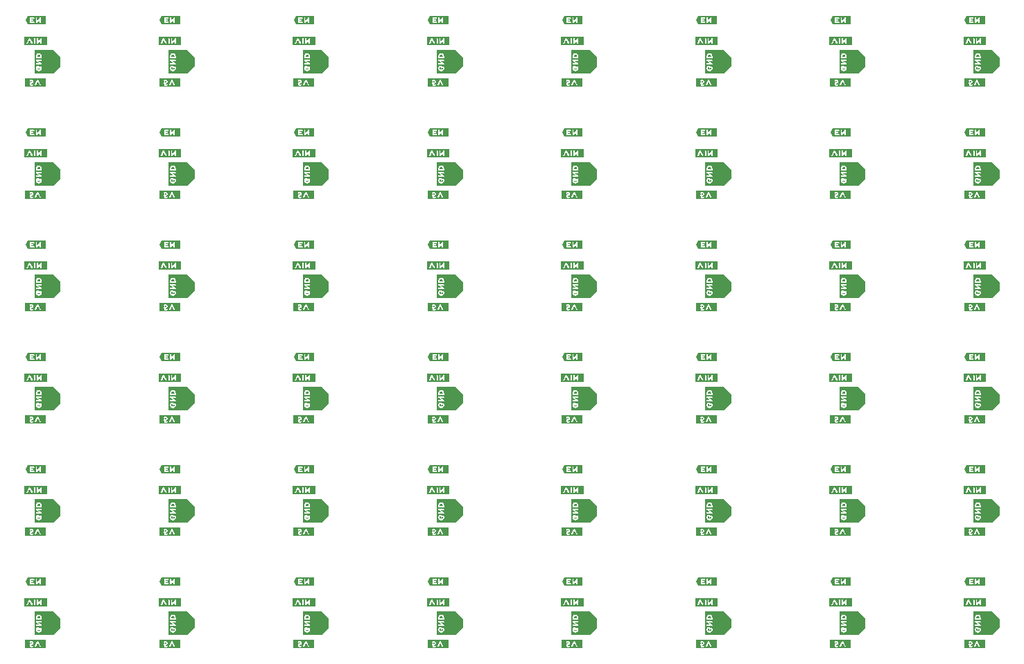
<source format=gbo>
G04 EAGLE Gerber RS-274X export*
G75*
%MOMM*%
%FSLAX34Y34*%
%LPD*%
%INSilkscreen Bottom*%
%IPPOS*%
%AMOC8*
5,1,8,0,0,1.08239X$1,22.5*%
G01*

G36*
X462301Y597891D02*
X462301Y597891D01*
X474447Y597891D01*
X474533Y597904D01*
X474621Y597906D01*
X474673Y597923D01*
X474728Y597931D01*
X474808Y597967D01*
X474891Y597994D01*
X474930Y598022D01*
X474988Y598047D01*
X475101Y598143D01*
X475164Y598189D01*
X483318Y606342D01*
X483325Y606352D01*
X483327Y606353D01*
X483329Y606357D01*
X483370Y606412D01*
X483430Y606476D01*
X483456Y606525D01*
X483489Y606569D01*
X483520Y606651D01*
X483560Y606729D01*
X483568Y606777D01*
X483590Y606835D01*
X483602Y606983D01*
X483615Y607060D01*
X483615Y617220D01*
X483608Y617272D01*
X483609Y617297D01*
X483603Y617320D01*
X483600Y617394D01*
X483583Y617447D01*
X483575Y617502D01*
X483540Y617581D01*
X483513Y617665D01*
X483485Y617704D01*
X483459Y617761D01*
X483363Y617874D01*
X483318Y617938D01*
X475164Y626091D01*
X475095Y626144D01*
X475031Y626204D01*
X474981Y626229D01*
X474937Y626262D01*
X474856Y626293D01*
X474778Y626333D01*
X474730Y626341D01*
X474672Y626363D01*
X474524Y626376D01*
X474447Y626389D01*
X462300Y626389D01*
X452100Y626389D01*
X452053Y626353D01*
X452058Y626346D01*
X452051Y626340D01*
X452051Y598440D01*
X452055Y598434D01*
X452052Y598430D01*
X452152Y597930D01*
X452196Y597891D01*
X452198Y597893D01*
X452200Y597891D01*
X462300Y597891D01*
X462301Y597891D01*
G37*
G36*
X789961Y49251D02*
X789961Y49251D01*
X802107Y49251D01*
X802193Y49264D01*
X802281Y49266D01*
X802333Y49283D01*
X802388Y49291D01*
X802468Y49327D01*
X802551Y49354D01*
X802590Y49382D01*
X802648Y49407D01*
X802761Y49503D01*
X802824Y49549D01*
X810978Y57702D01*
X810985Y57712D01*
X810987Y57713D01*
X810989Y57717D01*
X811030Y57772D01*
X811090Y57836D01*
X811116Y57885D01*
X811149Y57929D01*
X811180Y58011D01*
X811220Y58089D01*
X811228Y58137D01*
X811250Y58195D01*
X811262Y58343D01*
X811275Y58420D01*
X811275Y68580D01*
X811268Y68632D01*
X811269Y68657D01*
X811263Y68680D01*
X811260Y68754D01*
X811243Y68807D01*
X811235Y68862D01*
X811200Y68941D01*
X811173Y69025D01*
X811145Y69064D01*
X811119Y69121D01*
X811023Y69234D01*
X810978Y69298D01*
X802824Y77451D01*
X802755Y77504D01*
X802691Y77564D01*
X802641Y77589D01*
X802597Y77622D01*
X802516Y77653D01*
X802438Y77693D01*
X802390Y77701D01*
X802332Y77723D01*
X802184Y77736D01*
X802107Y77749D01*
X789960Y77749D01*
X779760Y77749D01*
X779713Y77713D01*
X779718Y77706D01*
X779711Y77700D01*
X779711Y49800D01*
X779715Y49794D01*
X779712Y49790D01*
X779812Y49290D01*
X779856Y49251D01*
X779858Y49253D01*
X779860Y49251D01*
X789960Y49251D01*
X789961Y49251D01*
G37*
G36*
X626131Y49251D02*
X626131Y49251D01*
X638277Y49251D01*
X638363Y49264D01*
X638451Y49266D01*
X638503Y49283D01*
X638558Y49291D01*
X638638Y49327D01*
X638721Y49354D01*
X638760Y49382D01*
X638818Y49407D01*
X638931Y49503D01*
X638994Y49549D01*
X647148Y57702D01*
X647155Y57712D01*
X647157Y57713D01*
X647159Y57717D01*
X647200Y57772D01*
X647260Y57836D01*
X647286Y57885D01*
X647319Y57929D01*
X647350Y58011D01*
X647390Y58089D01*
X647398Y58137D01*
X647420Y58195D01*
X647432Y58343D01*
X647445Y58420D01*
X647445Y68580D01*
X647438Y68632D01*
X647439Y68657D01*
X647433Y68680D01*
X647430Y68754D01*
X647413Y68807D01*
X647405Y68862D01*
X647370Y68941D01*
X647343Y69025D01*
X647315Y69064D01*
X647289Y69121D01*
X647193Y69234D01*
X647148Y69298D01*
X638994Y77451D01*
X638925Y77504D01*
X638861Y77564D01*
X638811Y77589D01*
X638767Y77622D01*
X638686Y77653D01*
X638608Y77693D01*
X638560Y77701D01*
X638502Y77723D01*
X638354Y77736D01*
X638277Y77749D01*
X626130Y77749D01*
X615930Y77749D01*
X615883Y77713D01*
X615888Y77706D01*
X615881Y77700D01*
X615881Y49800D01*
X615885Y49794D01*
X615882Y49790D01*
X615982Y49290D01*
X616026Y49251D01*
X616028Y49253D01*
X616030Y49251D01*
X626130Y49251D01*
X626131Y49251D01*
G37*
G36*
X1281451Y597891D02*
X1281451Y597891D01*
X1293597Y597891D01*
X1293683Y597904D01*
X1293771Y597906D01*
X1293823Y597923D01*
X1293878Y597931D01*
X1293958Y597967D01*
X1294041Y597994D01*
X1294080Y598022D01*
X1294138Y598047D01*
X1294251Y598143D01*
X1294314Y598189D01*
X1302468Y606342D01*
X1302475Y606352D01*
X1302477Y606353D01*
X1302479Y606357D01*
X1302520Y606412D01*
X1302580Y606476D01*
X1302606Y606525D01*
X1302639Y606569D01*
X1302670Y606651D01*
X1302710Y606729D01*
X1302718Y606777D01*
X1302740Y606835D01*
X1302752Y606983D01*
X1302765Y607060D01*
X1302765Y617220D01*
X1302758Y617272D01*
X1302759Y617297D01*
X1302753Y617320D01*
X1302750Y617394D01*
X1302733Y617447D01*
X1302725Y617502D01*
X1302690Y617581D01*
X1302663Y617665D01*
X1302635Y617704D01*
X1302609Y617761D01*
X1302513Y617874D01*
X1302468Y617938D01*
X1294314Y626091D01*
X1294245Y626144D01*
X1294181Y626204D01*
X1294131Y626229D01*
X1294087Y626262D01*
X1294006Y626293D01*
X1293928Y626333D01*
X1293880Y626341D01*
X1293822Y626363D01*
X1293674Y626376D01*
X1293597Y626389D01*
X1281450Y626389D01*
X1271250Y626389D01*
X1271203Y626353D01*
X1271208Y626346D01*
X1271201Y626340D01*
X1271201Y598440D01*
X1271205Y598434D01*
X1271202Y598430D01*
X1271302Y597930D01*
X1271346Y597891D01*
X1271348Y597893D01*
X1271350Y597891D01*
X1281450Y597891D01*
X1281451Y597891D01*
G37*
G36*
X298471Y597891D02*
X298471Y597891D01*
X310617Y597891D01*
X310703Y597904D01*
X310791Y597906D01*
X310843Y597923D01*
X310898Y597931D01*
X310978Y597967D01*
X311061Y597994D01*
X311100Y598022D01*
X311158Y598047D01*
X311271Y598143D01*
X311334Y598189D01*
X319488Y606342D01*
X319495Y606352D01*
X319497Y606353D01*
X319499Y606357D01*
X319540Y606412D01*
X319600Y606476D01*
X319626Y606525D01*
X319659Y606569D01*
X319690Y606651D01*
X319730Y606729D01*
X319738Y606777D01*
X319760Y606835D01*
X319772Y606983D01*
X319785Y607060D01*
X319785Y617220D01*
X319778Y617272D01*
X319779Y617297D01*
X319773Y617320D01*
X319770Y617394D01*
X319753Y617447D01*
X319745Y617502D01*
X319710Y617581D01*
X319683Y617665D01*
X319655Y617704D01*
X319629Y617761D01*
X319533Y617874D01*
X319488Y617938D01*
X311334Y626091D01*
X311265Y626144D01*
X311201Y626204D01*
X311151Y626229D01*
X311107Y626262D01*
X311026Y626293D01*
X310948Y626333D01*
X310900Y626341D01*
X310842Y626363D01*
X310694Y626376D01*
X310617Y626389D01*
X298470Y626389D01*
X288270Y626389D01*
X288223Y626353D01*
X288228Y626346D01*
X288221Y626340D01*
X288221Y598440D01*
X288225Y598434D01*
X288222Y598430D01*
X288322Y597930D01*
X288366Y597891D01*
X288368Y597893D01*
X288370Y597891D01*
X298470Y597891D01*
X298471Y597891D01*
G37*
G36*
X1117621Y597891D02*
X1117621Y597891D01*
X1129767Y597891D01*
X1129853Y597904D01*
X1129941Y597906D01*
X1129993Y597923D01*
X1130048Y597931D01*
X1130128Y597967D01*
X1130211Y597994D01*
X1130250Y598022D01*
X1130308Y598047D01*
X1130421Y598143D01*
X1130484Y598189D01*
X1138638Y606342D01*
X1138645Y606352D01*
X1138647Y606353D01*
X1138649Y606357D01*
X1138690Y606412D01*
X1138750Y606476D01*
X1138776Y606525D01*
X1138809Y606569D01*
X1138840Y606651D01*
X1138880Y606729D01*
X1138888Y606777D01*
X1138910Y606835D01*
X1138922Y606983D01*
X1138935Y607060D01*
X1138935Y617220D01*
X1138928Y617272D01*
X1138929Y617297D01*
X1138923Y617320D01*
X1138920Y617394D01*
X1138903Y617447D01*
X1138895Y617502D01*
X1138860Y617581D01*
X1138833Y617665D01*
X1138805Y617704D01*
X1138779Y617761D01*
X1138683Y617874D01*
X1138638Y617938D01*
X1130484Y626091D01*
X1130415Y626144D01*
X1130351Y626204D01*
X1130301Y626229D01*
X1130257Y626262D01*
X1130176Y626293D01*
X1130098Y626333D01*
X1130050Y626341D01*
X1129992Y626363D01*
X1129844Y626376D01*
X1129767Y626389D01*
X1117620Y626389D01*
X1107420Y626389D01*
X1107373Y626353D01*
X1107378Y626346D01*
X1107371Y626340D01*
X1107371Y598440D01*
X1107375Y598434D01*
X1107372Y598430D01*
X1107472Y597930D01*
X1107516Y597891D01*
X1107518Y597893D01*
X1107520Y597891D01*
X1117620Y597891D01*
X1117621Y597891D01*
G37*
G36*
X626131Y597891D02*
X626131Y597891D01*
X638277Y597891D01*
X638363Y597904D01*
X638451Y597906D01*
X638503Y597923D01*
X638558Y597931D01*
X638638Y597967D01*
X638721Y597994D01*
X638760Y598022D01*
X638818Y598047D01*
X638931Y598143D01*
X638994Y598189D01*
X647148Y606342D01*
X647155Y606352D01*
X647157Y606353D01*
X647159Y606357D01*
X647200Y606412D01*
X647260Y606476D01*
X647286Y606525D01*
X647319Y606569D01*
X647350Y606651D01*
X647390Y606729D01*
X647398Y606777D01*
X647420Y606835D01*
X647432Y606983D01*
X647445Y607060D01*
X647445Y617220D01*
X647438Y617272D01*
X647439Y617297D01*
X647433Y617320D01*
X647430Y617394D01*
X647413Y617447D01*
X647405Y617502D01*
X647370Y617581D01*
X647343Y617665D01*
X647315Y617704D01*
X647289Y617761D01*
X647193Y617874D01*
X647148Y617938D01*
X638994Y626091D01*
X638925Y626144D01*
X638861Y626204D01*
X638811Y626229D01*
X638767Y626262D01*
X638686Y626293D01*
X638608Y626333D01*
X638560Y626341D01*
X638502Y626363D01*
X638354Y626376D01*
X638277Y626389D01*
X626130Y626389D01*
X615930Y626389D01*
X615883Y626353D01*
X615888Y626346D01*
X615881Y626340D01*
X615881Y598440D01*
X615885Y598434D01*
X615882Y598430D01*
X615982Y597930D01*
X616026Y597891D01*
X616028Y597893D01*
X616030Y597891D01*
X626130Y597891D01*
X626131Y597891D01*
G37*
G36*
X1117621Y49251D02*
X1117621Y49251D01*
X1129767Y49251D01*
X1129853Y49264D01*
X1129941Y49266D01*
X1129993Y49283D01*
X1130048Y49291D01*
X1130128Y49327D01*
X1130211Y49354D01*
X1130250Y49382D01*
X1130308Y49407D01*
X1130421Y49503D01*
X1130484Y49549D01*
X1138638Y57702D01*
X1138645Y57712D01*
X1138647Y57713D01*
X1138649Y57717D01*
X1138690Y57772D01*
X1138750Y57836D01*
X1138776Y57885D01*
X1138809Y57929D01*
X1138840Y58011D01*
X1138880Y58089D01*
X1138888Y58137D01*
X1138910Y58195D01*
X1138922Y58343D01*
X1138935Y58420D01*
X1138935Y68580D01*
X1138928Y68632D01*
X1138929Y68657D01*
X1138923Y68680D01*
X1138920Y68754D01*
X1138903Y68807D01*
X1138895Y68862D01*
X1138860Y68941D01*
X1138833Y69025D01*
X1138805Y69064D01*
X1138779Y69121D01*
X1138683Y69234D01*
X1138638Y69298D01*
X1130484Y77451D01*
X1130415Y77504D01*
X1130351Y77564D01*
X1130301Y77589D01*
X1130257Y77622D01*
X1130176Y77653D01*
X1130098Y77693D01*
X1130050Y77701D01*
X1129992Y77723D01*
X1129844Y77736D01*
X1129767Y77749D01*
X1117620Y77749D01*
X1107420Y77749D01*
X1107373Y77713D01*
X1107378Y77706D01*
X1107371Y77700D01*
X1107371Y49800D01*
X1107375Y49794D01*
X1107372Y49790D01*
X1107472Y49290D01*
X1107516Y49251D01*
X1107518Y49253D01*
X1107520Y49251D01*
X1117620Y49251D01*
X1117621Y49251D01*
G37*
G36*
X953791Y597891D02*
X953791Y597891D01*
X965937Y597891D01*
X966023Y597904D01*
X966111Y597906D01*
X966163Y597923D01*
X966218Y597931D01*
X966298Y597967D01*
X966381Y597994D01*
X966420Y598022D01*
X966478Y598047D01*
X966591Y598143D01*
X966654Y598189D01*
X974808Y606342D01*
X974815Y606352D01*
X974817Y606353D01*
X974819Y606357D01*
X974860Y606412D01*
X974920Y606476D01*
X974946Y606525D01*
X974979Y606569D01*
X975010Y606651D01*
X975050Y606729D01*
X975058Y606777D01*
X975080Y606835D01*
X975092Y606983D01*
X975105Y607060D01*
X975105Y617220D01*
X975098Y617272D01*
X975099Y617297D01*
X975093Y617320D01*
X975090Y617394D01*
X975073Y617447D01*
X975065Y617502D01*
X975030Y617581D01*
X975003Y617665D01*
X974975Y617704D01*
X974949Y617761D01*
X974853Y617874D01*
X974808Y617938D01*
X966654Y626091D01*
X966585Y626144D01*
X966521Y626204D01*
X966471Y626229D01*
X966427Y626262D01*
X966346Y626293D01*
X966268Y626333D01*
X966220Y626341D01*
X966162Y626363D01*
X966014Y626376D01*
X965937Y626389D01*
X953790Y626389D01*
X943590Y626389D01*
X943543Y626353D01*
X943548Y626346D01*
X943541Y626340D01*
X943541Y598440D01*
X943545Y598434D01*
X943542Y598430D01*
X943642Y597930D01*
X943686Y597891D01*
X943688Y597893D01*
X943690Y597891D01*
X953790Y597891D01*
X953791Y597891D01*
G37*
G36*
X789961Y597891D02*
X789961Y597891D01*
X802107Y597891D01*
X802193Y597904D01*
X802281Y597906D01*
X802333Y597923D01*
X802388Y597931D01*
X802468Y597967D01*
X802551Y597994D01*
X802590Y598022D01*
X802648Y598047D01*
X802761Y598143D01*
X802824Y598189D01*
X810978Y606342D01*
X810985Y606352D01*
X810987Y606353D01*
X810989Y606357D01*
X811030Y606412D01*
X811090Y606476D01*
X811116Y606525D01*
X811149Y606569D01*
X811180Y606651D01*
X811220Y606729D01*
X811228Y606777D01*
X811250Y606835D01*
X811262Y606983D01*
X811275Y607060D01*
X811275Y617220D01*
X811268Y617272D01*
X811269Y617297D01*
X811263Y617320D01*
X811260Y617394D01*
X811243Y617447D01*
X811235Y617502D01*
X811200Y617581D01*
X811173Y617665D01*
X811145Y617704D01*
X811119Y617761D01*
X811023Y617874D01*
X810978Y617938D01*
X802824Y626091D01*
X802755Y626144D01*
X802691Y626204D01*
X802641Y626229D01*
X802597Y626262D01*
X802516Y626293D01*
X802438Y626333D01*
X802390Y626341D01*
X802332Y626363D01*
X802184Y626376D01*
X802107Y626389D01*
X789960Y626389D01*
X779760Y626389D01*
X779713Y626353D01*
X779718Y626346D01*
X779711Y626340D01*
X779711Y598440D01*
X779715Y598434D01*
X779712Y598430D01*
X779812Y597930D01*
X779856Y597891D01*
X779858Y597893D01*
X779860Y597891D01*
X789960Y597891D01*
X789961Y597891D01*
G37*
G36*
X134641Y597891D02*
X134641Y597891D01*
X146787Y597891D01*
X146873Y597904D01*
X146961Y597906D01*
X147013Y597923D01*
X147068Y597931D01*
X147148Y597967D01*
X147231Y597994D01*
X147270Y598022D01*
X147328Y598047D01*
X147441Y598143D01*
X147504Y598189D01*
X155658Y606342D01*
X155665Y606352D01*
X155667Y606353D01*
X155669Y606357D01*
X155710Y606412D01*
X155770Y606476D01*
X155796Y606525D01*
X155829Y606569D01*
X155860Y606651D01*
X155900Y606729D01*
X155908Y606777D01*
X155930Y606835D01*
X155942Y606983D01*
X155955Y607060D01*
X155955Y617220D01*
X155948Y617272D01*
X155949Y617297D01*
X155943Y617320D01*
X155940Y617394D01*
X155923Y617447D01*
X155915Y617502D01*
X155880Y617581D01*
X155853Y617665D01*
X155825Y617704D01*
X155799Y617761D01*
X155703Y617874D01*
X155658Y617938D01*
X147504Y626091D01*
X147435Y626144D01*
X147371Y626204D01*
X147321Y626229D01*
X147277Y626262D01*
X147196Y626293D01*
X147118Y626333D01*
X147070Y626341D01*
X147012Y626363D01*
X146864Y626376D01*
X146787Y626389D01*
X134640Y626389D01*
X124440Y626389D01*
X124393Y626353D01*
X124398Y626346D01*
X124391Y626340D01*
X124391Y598440D01*
X124395Y598434D01*
X124392Y598430D01*
X124492Y597930D01*
X124536Y597891D01*
X124538Y597893D01*
X124540Y597891D01*
X134640Y597891D01*
X134641Y597891D01*
G37*
G36*
X298471Y49251D02*
X298471Y49251D01*
X310617Y49251D01*
X310703Y49264D01*
X310791Y49266D01*
X310843Y49283D01*
X310898Y49291D01*
X310978Y49327D01*
X311061Y49354D01*
X311100Y49382D01*
X311158Y49407D01*
X311271Y49503D01*
X311334Y49549D01*
X319488Y57702D01*
X319495Y57712D01*
X319497Y57713D01*
X319499Y57717D01*
X319540Y57772D01*
X319600Y57836D01*
X319626Y57885D01*
X319659Y57929D01*
X319690Y58011D01*
X319730Y58089D01*
X319738Y58137D01*
X319760Y58195D01*
X319772Y58343D01*
X319785Y58420D01*
X319785Y68580D01*
X319778Y68632D01*
X319779Y68657D01*
X319773Y68680D01*
X319770Y68754D01*
X319753Y68807D01*
X319745Y68862D01*
X319710Y68941D01*
X319683Y69025D01*
X319655Y69064D01*
X319629Y69121D01*
X319533Y69234D01*
X319488Y69298D01*
X311334Y77451D01*
X311265Y77504D01*
X311201Y77564D01*
X311151Y77589D01*
X311107Y77622D01*
X311026Y77653D01*
X310948Y77693D01*
X310900Y77701D01*
X310842Y77723D01*
X310694Y77736D01*
X310617Y77749D01*
X298470Y77749D01*
X288270Y77749D01*
X288223Y77713D01*
X288228Y77706D01*
X288221Y77700D01*
X288221Y49800D01*
X288225Y49794D01*
X288222Y49790D01*
X288322Y49290D01*
X288366Y49251D01*
X288368Y49253D01*
X288370Y49251D01*
X298470Y49251D01*
X298471Y49251D01*
G37*
G36*
X1281451Y49251D02*
X1281451Y49251D01*
X1293597Y49251D01*
X1293683Y49264D01*
X1293771Y49266D01*
X1293823Y49283D01*
X1293878Y49291D01*
X1293958Y49327D01*
X1294041Y49354D01*
X1294080Y49382D01*
X1294138Y49407D01*
X1294251Y49503D01*
X1294314Y49549D01*
X1302468Y57702D01*
X1302475Y57712D01*
X1302477Y57713D01*
X1302479Y57717D01*
X1302520Y57772D01*
X1302580Y57836D01*
X1302606Y57885D01*
X1302639Y57929D01*
X1302670Y58011D01*
X1302710Y58089D01*
X1302718Y58137D01*
X1302740Y58195D01*
X1302752Y58343D01*
X1302765Y58420D01*
X1302765Y68580D01*
X1302758Y68632D01*
X1302759Y68657D01*
X1302753Y68680D01*
X1302750Y68754D01*
X1302733Y68807D01*
X1302725Y68862D01*
X1302690Y68941D01*
X1302663Y69025D01*
X1302635Y69064D01*
X1302609Y69121D01*
X1302513Y69234D01*
X1302468Y69298D01*
X1294314Y77451D01*
X1294245Y77504D01*
X1294181Y77564D01*
X1294131Y77589D01*
X1294087Y77622D01*
X1294006Y77653D01*
X1293928Y77693D01*
X1293880Y77701D01*
X1293822Y77723D01*
X1293674Y77736D01*
X1293597Y77749D01*
X1281450Y77749D01*
X1271250Y77749D01*
X1271203Y77713D01*
X1271208Y77706D01*
X1271201Y77700D01*
X1271201Y49800D01*
X1271205Y49794D01*
X1271202Y49790D01*
X1271302Y49290D01*
X1271346Y49251D01*
X1271348Y49253D01*
X1271350Y49251D01*
X1281450Y49251D01*
X1281451Y49251D01*
G37*
G36*
X1281451Y460731D02*
X1281451Y460731D01*
X1293597Y460731D01*
X1293683Y460744D01*
X1293771Y460746D01*
X1293823Y460763D01*
X1293878Y460771D01*
X1293958Y460807D01*
X1294041Y460834D01*
X1294080Y460862D01*
X1294138Y460887D01*
X1294251Y460983D01*
X1294314Y461029D01*
X1302468Y469182D01*
X1302475Y469192D01*
X1302477Y469193D01*
X1302479Y469197D01*
X1302520Y469252D01*
X1302580Y469316D01*
X1302606Y469365D01*
X1302639Y469409D01*
X1302670Y469491D01*
X1302710Y469569D01*
X1302718Y469617D01*
X1302740Y469675D01*
X1302752Y469823D01*
X1302765Y469900D01*
X1302765Y480060D01*
X1302758Y480112D01*
X1302759Y480137D01*
X1302753Y480160D01*
X1302750Y480234D01*
X1302733Y480287D01*
X1302725Y480342D01*
X1302690Y480421D01*
X1302663Y480505D01*
X1302635Y480544D01*
X1302609Y480601D01*
X1302513Y480714D01*
X1302468Y480778D01*
X1294314Y488931D01*
X1294245Y488984D01*
X1294181Y489044D01*
X1294131Y489069D01*
X1294087Y489102D01*
X1294006Y489133D01*
X1293928Y489173D01*
X1293880Y489181D01*
X1293822Y489203D01*
X1293674Y489216D01*
X1293597Y489229D01*
X1281450Y489229D01*
X1271250Y489229D01*
X1271203Y489193D01*
X1271208Y489186D01*
X1271201Y489180D01*
X1271201Y461280D01*
X1271205Y461274D01*
X1271202Y461270D01*
X1271302Y460770D01*
X1271346Y460731D01*
X1271348Y460733D01*
X1271350Y460731D01*
X1281450Y460731D01*
X1281451Y460731D01*
G37*
G36*
X298471Y460731D02*
X298471Y460731D01*
X310617Y460731D01*
X310703Y460744D01*
X310791Y460746D01*
X310843Y460763D01*
X310898Y460771D01*
X310978Y460807D01*
X311061Y460834D01*
X311100Y460862D01*
X311158Y460887D01*
X311271Y460983D01*
X311334Y461029D01*
X319488Y469182D01*
X319495Y469192D01*
X319497Y469193D01*
X319499Y469197D01*
X319540Y469252D01*
X319600Y469316D01*
X319626Y469365D01*
X319659Y469409D01*
X319690Y469491D01*
X319730Y469569D01*
X319738Y469617D01*
X319760Y469675D01*
X319772Y469823D01*
X319785Y469900D01*
X319785Y480060D01*
X319778Y480112D01*
X319779Y480137D01*
X319773Y480160D01*
X319770Y480234D01*
X319753Y480287D01*
X319745Y480342D01*
X319710Y480421D01*
X319683Y480505D01*
X319655Y480544D01*
X319629Y480601D01*
X319533Y480714D01*
X319488Y480778D01*
X311334Y488931D01*
X311265Y488984D01*
X311201Y489044D01*
X311151Y489069D01*
X311107Y489102D01*
X311026Y489133D01*
X310948Y489173D01*
X310900Y489181D01*
X310842Y489203D01*
X310694Y489216D01*
X310617Y489229D01*
X298470Y489229D01*
X288270Y489229D01*
X288223Y489193D01*
X288228Y489186D01*
X288221Y489180D01*
X288221Y461280D01*
X288225Y461274D01*
X288222Y461270D01*
X288322Y460770D01*
X288366Y460731D01*
X288368Y460733D01*
X288370Y460731D01*
X298470Y460731D01*
X298471Y460731D01*
G37*
G36*
X953791Y460731D02*
X953791Y460731D01*
X965937Y460731D01*
X966023Y460744D01*
X966111Y460746D01*
X966163Y460763D01*
X966218Y460771D01*
X966298Y460807D01*
X966381Y460834D01*
X966420Y460862D01*
X966478Y460887D01*
X966591Y460983D01*
X966654Y461029D01*
X974808Y469182D01*
X974815Y469192D01*
X974817Y469193D01*
X974819Y469197D01*
X974860Y469252D01*
X974920Y469316D01*
X974946Y469365D01*
X974979Y469409D01*
X975010Y469491D01*
X975050Y469569D01*
X975058Y469617D01*
X975080Y469675D01*
X975092Y469823D01*
X975105Y469900D01*
X975105Y480060D01*
X975098Y480112D01*
X975099Y480137D01*
X975093Y480160D01*
X975090Y480234D01*
X975073Y480287D01*
X975065Y480342D01*
X975030Y480421D01*
X975003Y480505D01*
X974975Y480544D01*
X974949Y480601D01*
X974853Y480714D01*
X974808Y480778D01*
X966654Y488931D01*
X966585Y488984D01*
X966521Y489044D01*
X966471Y489069D01*
X966427Y489102D01*
X966346Y489133D01*
X966268Y489173D01*
X966220Y489181D01*
X966162Y489203D01*
X966014Y489216D01*
X965937Y489229D01*
X953790Y489229D01*
X943590Y489229D01*
X943543Y489193D01*
X943548Y489186D01*
X943541Y489180D01*
X943541Y461280D01*
X943545Y461274D01*
X943542Y461270D01*
X943642Y460770D01*
X943686Y460731D01*
X943688Y460733D01*
X943690Y460731D01*
X953790Y460731D01*
X953791Y460731D01*
G37*
G36*
X462301Y460731D02*
X462301Y460731D01*
X474447Y460731D01*
X474533Y460744D01*
X474621Y460746D01*
X474673Y460763D01*
X474728Y460771D01*
X474808Y460807D01*
X474891Y460834D01*
X474930Y460862D01*
X474988Y460887D01*
X475101Y460983D01*
X475164Y461029D01*
X483318Y469182D01*
X483325Y469192D01*
X483327Y469193D01*
X483329Y469197D01*
X483370Y469252D01*
X483430Y469316D01*
X483456Y469365D01*
X483489Y469409D01*
X483520Y469491D01*
X483560Y469569D01*
X483568Y469617D01*
X483590Y469675D01*
X483602Y469823D01*
X483615Y469900D01*
X483615Y480060D01*
X483608Y480112D01*
X483609Y480137D01*
X483603Y480160D01*
X483600Y480234D01*
X483583Y480287D01*
X483575Y480342D01*
X483540Y480421D01*
X483513Y480505D01*
X483485Y480544D01*
X483459Y480601D01*
X483363Y480714D01*
X483318Y480778D01*
X475164Y488931D01*
X475095Y488984D01*
X475031Y489044D01*
X474981Y489069D01*
X474937Y489102D01*
X474856Y489133D01*
X474778Y489173D01*
X474730Y489181D01*
X474672Y489203D01*
X474524Y489216D01*
X474447Y489229D01*
X462300Y489229D01*
X452100Y489229D01*
X452053Y489193D01*
X452058Y489186D01*
X452051Y489180D01*
X452051Y461280D01*
X452055Y461274D01*
X452052Y461270D01*
X452152Y460770D01*
X452196Y460731D01*
X452198Y460733D01*
X452200Y460731D01*
X462300Y460731D01*
X462301Y460731D01*
G37*
G36*
X134641Y460731D02*
X134641Y460731D01*
X146787Y460731D01*
X146873Y460744D01*
X146961Y460746D01*
X147013Y460763D01*
X147068Y460771D01*
X147148Y460807D01*
X147231Y460834D01*
X147270Y460862D01*
X147328Y460887D01*
X147441Y460983D01*
X147504Y461029D01*
X155658Y469182D01*
X155665Y469192D01*
X155667Y469193D01*
X155669Y469197D01*
X155710Y469252D01*
X155770Y469316D01*
X155796Y469365D01*
X155829Y469409D01*
X155860Y469491D01*
X155900Y469569D01*
X155908Y469617D01*
X155930Y469675D01*
X155942Y469823D01*
X155955Y469900D01*
X155955Y480060D01*
X155948Y480112D01*
X155949Y480137D01*
X155943Y480160D01*
X155940Y480234D01*
X155923Y480287D01*
X155915Y480342D01*
X155880Y480421D01*
X155853Y480505D01*
X155825Y480544D01*
X155799Y480601D01*
X155703Y480714D01*
X155658Y480778D01*
X147504Y488931D01*
X147435Y488984D01*
X147371Y489044D01*
X147321Y489069D01*
X147277Y489102D01*
X147196Y489133D01*
X147118Y489173D01*
X147070Y489181D01*
X147012Y489203D01*
X146864Y489216D01*
X146787Y489229D01*
X134640Y489229D01*
X124440Y489229D01*
X124393Y489193D01*
X124398Y489186D01*
X124391Y489180D01*
X124391Y461280D01*
X124395Y461274D01*
X124392Y461270D01*
X124492Y460770D01*
X124536Y460731D01*
X124538Y460733D01*
X124540Y460731D01*
X134640Y460731D01*
X134641Y460731D01*
G37*
G36*
X134641Y49251D02*
X134641Y49251D01*
X146787Y49251D01*
X146873Y49264D01*
X146961Y49266D01*
X147013Y49283D01*
X147068Y49291D01*
X147148Y49327D01*
X147231Y49354D01*
X147270Y49382D01*
X147328Y49407D01*
X147441Y49503D01*
X147504Y49549D01*
X155658Y57702D01*
X155665Y57712D01*
X155667Y57713D01*
X155669Y57717D01*
X155710Y57772D01*
X155770Y57836D01*
X155796Y57885D01*
X155829Y57929D01*
X155860Y58011D01*
X155900Y58089D01*
X155908Y58137D01*
X155930Y58195D01*
X155942Y58343D01*
X155955Y58420D01*
X155955Y68580D01*
X155948Y68632D01*
X155949Y68657D01*
X155943Y68680D01*
X155940Y68754D01*
X155923Y68807D01*
X155915Y68862D01*
X155880Y68941D01*
X155853Y69025D01*
X155825Y69064D01*
X155799Y69121D01*
X155703Y69234D01*
X155658Y69298D01*
X147504Y77451D01*
X147435Y77504D01*
X147371Y77564D01*
X147321Y77589D01*
X147277Y77622D01*
X147196Y77653D01*
X147118Y77693D01*
X147070Y77701D01*
X147012Y77723D01*
X146864Y77736D01*
X146787Y77749D01*
X134640Y77749D01*
X124440Y77749D01*
X124393Y77713D01*
X124398Y77706D01*
X124391Y77700D01*
X124391Y49800D01*
X124395Y49794D01*
X124392Y49790D01*
X124492Y49290D01*
X124536Y49251D01*
X124538Y49253D01*
X124540Y49251D01*
X134640Y49251D01*
X134641Y49251D01*
G37*
G36*
X1281451Y735051D02*
X1281451Y735051D01*
X1293597Y735051D01*
X1293683Y735064D01*
X1293771Y735066D01*
X1293823Y735083D01*
X1293878Y735091D01*
X1293958Y735127D01*
X1294041Y735154D01*
X1294080Y735182D01*
X1294138Y735207D01*
X1294251Y735303D01*
X1294314Y735349D01*
X1302468Y743502D01*
X1302475Y743512D01*
X1302477Y743513D01*
X1302479Y743517D01*
X1302520Y743572D01*
X1302580Y743636D01*
X1302606Y743685D01*
X1302639Y743729D01*
X1302670Y743811D01*
X1302710Y743889D01*
X1302718Y743937D01*
X1302740Y743995D01*
X1302752Y744143D01*
X1302765Y744220D01*
X1302765Y754380D01*
X1302758Y754432D01*
X1302759Y754457D01*
X1302753Y754480D01*
X1302750Y754554D01*
X1302733Y754607D01*
X1302725Y754662D01*
X1302690Y754741D01*
X1302663Y754825D01*
X1302635Y754864D01*
X1302609Y754921D01*
X1302513Y755034D01*
X1302468Y755098D01*
X1294314Y763251D01*
X1294245Y763304D01*
X1294181Y763364D01*
X1294131Y763389D01*
X1294087Y763422D01*
X1294006Y763453D01*
X1293928Y763493D01*
X1293880Y763501D01*
X1293822Y763523D01*
X1293674Y763536D01*
X1293597Y763549D01*
X1281450Y763549D01*
X1271250Y763549D01*
X1271203Y763513D01*
X1271208Y763506D01*
X1271201Y763500D01*
X1271201Y735600D01*
X1271205Y735594D01*
X1271202Y735590D01*
X1271302Y735090D01*
X1271346Y735051D01*
X1271348Y735053D01*
X1271350Y735051D01*
X1281450Y735051D01*
X1281451Y735051D01*
G37*
G36*
X626131Y186411D02*
X626131Y186411D01*
X638277Y186411D01*
X638363Y186424D01*
X638451Y186426D01*
X638503Y186443D01*
X638558Y186451D01*
X638638Y186487D01*
X638721Y186514D01*
X638760Y186542D01*
X638818Y186567D01*
X638931Y186663D01*
X638994Y186709D01*
X647148Y194862D01*
X647155Y194872D01*
X647157Y194873D01*
X647159Y194877D01*
X647200Y194932D01*
X647260Y194996D01*
X647286Y195045D01*
X647319Y195089D01*
X647350Y195171D01*
X647390Y195249D01*
X647398Y195297D01*
X647420Y195355D01*
X647432Y195503D01*
X647445Y195580D01*
X647445Y205740D01*
X647438Y205792D01*
X647439Y205817D01*
X647433Y205840D01*
X647430Y205914D01*
X647413Y205967D01*
X647405Y206022D01*
X647370Y206101D01*
X647343Y206185D01*
X647315Y206224D01*
X647289Y206281D01*
X647193Y206394D01*
X647148Y206458D01*
X638994Y214611D01*
X638925Y214664D01*
X638861Y214724D01*
X638811Y214749D01*
X638767Y214782D01*
X638686Y214813D01*
X638608Y214853D01*
X638560Y214861D01*
X638502Y214883D01*
X638354Y214896D01*
X638277Y214909D01*
X626130Y214909D01*
X615930Y214909D01*
X615883Y214873D01*
X615888Y214866D01*
X615881Y214860D01*
X615881Y186960D01*
X615885Y186954D01*
X615882Y186950D01*
X615982Y186450D01*
X616026Y186411D01*
X616028Y186413D01*
X616030Y186411D01*
X626130Y186411D01*
X626131Y186411D01*
G37*
G36*
X1281451Y186411D02*
X1281451Y186411D01*
X1293597Y186411D01*
X1293683Y186424D01*
X1293771Y186426D01*
X1293823Y186443D01*
X1293878Y186451D01*
X1293958Y186487D01*
X1294041Y186514D01*
X1294080Y186542D01*
X1294138Y186567D01*
X1294251Y186663D01*
X1294314Y186709D01*
X1302468Y194862D01*
X1302475Y194872D01*
X1302477Y194873D01*
X1302479Y194877D01*
X1302520Y194932D01*
X1302580Y194996D01*
X1302606Y195045D01*
X1302639Y195089D01*
X1302670Y195171D01*
X1302710Y195249D01*
X1302718Y195297D01*
X1302740Y195355D01*
X1302752Y195503D01*
X1302765Y195580D01*
X1302765Y205740D01*
X1302758Y205792D01*
X1302759Y205817D01*
X1302753Y205840D01*
X1302750Y205914D01*
X1302733Y205967D01*
X1302725Y206022D01*
X1302690Y206101D01*
X1302663Y206185D01*
X1302635Y206224D01*
X1302609Y206281D01*
X1302513Y206394D01*
X1302468Y206458D01*
X1294314Y214611D01*
X1294245Y214664D01*
X1294181Y214724D01*
X1294131Y214749D01*
X1294087Y214782D01*
X1294006Y214813D01*
X1293928Y214853D01*
X1293880Y214861D01*
X1293822Y214883D01*
X1293674Y214896D01*
X1293597Y214909D01*
X1281450Y214909D01*
X1271250Y214909D01*
X1271203Y214873D01*
X1271208Y214866D01*
X1271201Y214860D01*
X1271201Y186960D01*
X1271205Y186954D01*
X1271202Y186950D01*
X1271302Y186450D01*
X1271346Y186411D01*
X1271348Y186413D01*
X1271350Y186411D01*
X1281450Y186411D01*
X1281451Y186411D01*
G37*
G36*
X1117621Y186411D02*
X1117621Y186411D01*
X1129767Y186411D01*
X1129853Y186424D01*
X1129941Y186426D01*
X1129993Y186443D01*
X1130048Y186451D01*
X1130128Y186487D01*
X1130211Y186514D01*
X1130250Y186542D01*
X1130308Y186567D01*
X1130421Y186663D01*
X1130484Y186709D01*
X1138638Y194862D01*
X1138645Y194872D01*
X1138647Y194873D01*
X1138649Y194877D01*
X1138690Y194932D01*
X1138750Y194996D01*
X1138776Y195045D01*
X1138809Y195089D01*
X1138840Y195171D01*
X1138880Y195249D01*
X1138888Y195297D01*
X1138910Y195355D01*
X1138922Y195503D01*
X1138935Y195580D01*
X1138935Y205740D01*
X1138928Y205792D01*
X1138929Y205817D01*
X1138923Y205840D01*
X1138920Y205914D01*
X1138903Y205967D01*
X1138895Y206022D01*
X1138860Y206101D01*
X1138833Y206185D01*
X1138805Y206224D01*
X1138779Y206281D01*
X1138683Y206394D01*
X1138638Y206458D01*
X1130484Y214611D01*
X1130415Y214664D01*
X1130351Y214724D01*
X1130301Y214749D01*
X1130257Y214782D01*
X1130176Y214813D01*
X1130098Y214853D01*
X1130050Y214861D01*
X1129992Y214883D01*
X1129844Y214896D01*
X1129767Y214909D01*
X1117620Y214909D01*
X1107420Y214909D01*
X1107373Y214873D01*
X1107378Y214866D01*
X1107371Y214860D01*
X1107371Y186960D01*
X1107375Y186954D01*
X1107372Y186950D01*
X1107472Y186450D01*
X1107516Y186411D01*
X1107518Y186413D01*
X1107520Y186411D01*
X1117620Y186411D01*
X1117621Y186411D01*
G37*
G36*
X298471Y186411D02*
X298471Y186411D01*
X310617Y186411D01*
X310703Y186424D01*
X310791Y186426D01*
X310843Y186443D01*
X310898Y186451D01*
X310978Y186487D01*
X311061Y186514D01*
X311100Y186542D01*
X311158Y186567D01*
X311271Y186663D01*
X311334Y186709D01*
X319488Y194862D01*
X319495Y194872D01*
X319497Y194873D01*
X319499Y194877D01*
X319540Y194932D01*
X319600Y194996D01*
X319626Y195045D01*
X319659Y195089D01*
X319690Y195171D01*
X319730Y195249D01*
X319738Y195297D01*
X319760Y195355D01*
X319772Y195503D01*
X319785Y195580D01*
X319785Y205740D01*
X319778Y205792D01*
X319779Y205817D01*
X319773Y205840D01*
X319770Y205914D01*
X319753Y205967D01*
X319745Y206022D01*
X319710Y206101D01*
X319683Y206185D01*
X319655Y206224D01*
X319629Y206281D01*
X319533Y206394D01*
X319488Y206458D01*
X311334Y214611D01*
X311265Y214664D01*
X311201Y214724D01*
X311151Y214749D01*
X311107Y214782D01*
X311026Y214813D01*
X310948Y214853D01*
X310900Y214861D01*
X310842Y214883D01*
X310694Y214896D01*
X310617Y214909D01*
X298470Y214909D01*
X288270Y214909D01*
X288223Y214873D01*
X288228Y214866D01*
X288221Y214860D01*
X288221Y186960D01*
X288225Y186954D01*
X288222Y186950D01*
X288322Y186450D01*
X288366Y186411D01*
X288368Y186413D01*
X288370Y186411D01*
X298470Y186411D01*
X298471Y186411D01*
G37*
G36*
X462301Y735051D02*
X462301Y735051D01*
X474447Y735051D01*
X474533Y735064D01*
X474621Y735066D01*
X474673Y735083D01*
X474728Y735091D01*
X474808Y735127D01*
X474891Y735154D01*
X474930Y735182D01*
X474988Y735207D01*
X475101Y735303D01*
X475164Y735349D01*
X483318Y743502D01*
X483325Y743512D01*
X483327Y743513D01*
X483329Y743517D01*
X483370Y743572D01*
X483430Y743636D01*
X483456Y743685D01*
X483489Y743729D01*
X483520Y743811D01*
X483560Y743889D01*
X483568Y743937D01*
X483590Y743995D01*
X483602Y744143D01*
X483615Y744220D01*
X483615Y754380D01*
X483608Y754432D01*
X483609Y754457D01*
X483603Y754480D01*
X483600Y754554D01*
X483583Y754607D01*
X483575Y754662D01*
X483540Y754741D01*
X483513Y754825D01*
X483485Y754864D01*
X483459Y754921D01*
X483363Y755034D01*
X483318Y755098D01*
X475164Y763251D01*
X475095Y763304D01*
X475031Y763364D01*
X474981Y763389D01*
X474937Y763422D01*
X474856Y763453D01*
X474778Y763493D01*
X474730Y763501D01*
X474672Y763523D01*
X474524Y763536D01*
X474447Y763549D01*
X462300Y763549D01*
X452100Y763549D01*
X452053Y763513D01*
X452058Y763506D01*
X452051Y763500D01*
X452051Y735600D01*
X452055Y735594D01*
X452052Y735590D01*
X452152Y735090D01*
X452196Y735051D01*
X452198Y735053D01*
X452200Y735051D01*
X462300Y735051D01*
X462301Y735051D01*
G37*
G36*
X789961Y735051D02*
X789961Y735051D01*
X802107Y735051D01*
X802193Y735064D01*
X802281Y735066D01*
X802333Y735083D01*
X802388Y735091D01*
X802468Y735127D01*
X802551Y735154D01*
X802590Y735182D01*
X802648Y735207D01*
X802761Y735303D01*
X802824Y735349D01*
X810978Y743502D01*
X810985Y743512D01*
X810987Y743513D01*
X810989Y743517D01*
X811030Y743572D01*
X811090Y743636D01*
X811116Y743685D01*
X811149Y743729D01*
X811180Y743811D01*
X811220Y743889D01*
X811228Y743937D01*
X811250Y743995D01*
X811262Y744143D01*
X811275Y744220D01*
X811275Y754380D01*
X811268Y754432D01*
X811269Y754457D01*
X811263Y754480D01*
X811260Y754554D01*
X811243Y754607D01*
X811235Y754662D01*
X811200Y754741D01*
X811173Y754825D01*
X811145Y754864D01*
X811119Y754921D01*
X811023Y755034D01*
X810978Y755098D01*
X802824Y763251D01*
X802755Y763304D01*
X802691Y763364D01*
X802641Y763389D01*
X802597Y763422D01*
X802516Y763453D01*
X802438Y763493D01*
X802390Y763501D01*
X802332Y763523D01*
X802184Y763536D01*
X802107Y763549D01*
X789960Y763549D01*
X779760Y763549D01*
X779713Y763513D01*
X779718Y763506D01*
X779711Y763500D01*
X779711Y735600D01*
X779715Y735594D01*
X779712Y735590D01*
X779812Y735090D01*
X779856Y735051D01*
X779858Y735053D01*
X779860Y735051D01*
X789960Y735051D01*
X789961Y735051D01*
G37*
G36*
X1117621Y735051D02*
X1117621Y735051D01*
X1129767Y735051D01*
X1129853Y735064D01*
X1129941Y735066D01*
X1129993Y735083D01*
X1130048Y735091D01*
X1130128Y735127D01*
X1130211Y735154D01*
X1130250Y735182D01*
X1130308Y735207D01*
X1130421Y735303D01*
X1130484Y735349D01*
X1138638Y743502D01*
X1138645Y743512D01*
X1138647Y743513D01*
X1138649Y743517D01*
X1138690Y743572D01*
X1138750Y743636D01*
X1138776Y743685D01*
X1138809Y743729D01*
X1138840Y743811D01*
X1138880Y743889D01*
X1138888Y743937D01*
X1138910Y743995D01*
X1138922Y744143D01*
X1138935Y744220D01*
X1138935Y754380D01*
X1138928Y754432D01*
X1138929Y754457D01*
X1138923Y754480D01*
X1138920Y754554D01*
X1138903Y754607D01*
X1138895Y754662D01*
X1138860Y754741D01*
X1138833Y754825D01*
X1138805Y754864D01*
X1138779Y754921D01*
X1138683Y755034D01*
X1138638Y755098D01*
X1130484Y763251D01*
X1130415Y763304D01*
X1130351Y763364D01*
X1130301Y763389D01*
X1130257Y763422D01*
X1130176Y763453D01*
X1130098Y763493D01*
X1130050Y763501D01*
X1129992Y763523D01*
X1129844Y763536D01*
X1129767Y763549D01*
X1117620Y763549D01*
X1107420Y763549D01*
X1107373Y763513D01*
X1107378Y763506D01*
X1107371Y763500D01*
X1107371Y735600D01*
X1107375Y735594D01*
X1107372Y735590D01*
X1107472Y735090D01*
X1107516Y735051D01*
X1107518Y735053D01*
X1107520Y735051D01*
X1117620Y735051D01*
X1117621Y735051D01*
G37*
G36*
X953791Y735051D02*
X953791Y735051D01*
X965937Y735051D01*
X966023Y735064D01*
X966111Y735066D01*
X966163Y735083D01*
X966218Y735091D01*
X966298Y735127D01*
X966381Y735154D01*
X966420Y735182D01*
X966478Y735207D01*
X966591Y735303D01*
X966654Y735349D01*
X974808Y743502D01*
X974815Y743512D01*
X974817Y743513D01*
X974819Y743517D01*
X974860Y743572D01*
X974920Y743636D01*
X974946Y743685D01*
X974979Y743729D01*
X975010Y743811D01*
X975050Y743889D01*
X975058Y743937D01*
X975080Y743995D01*
X975092Y744143D01*
X975105Y744220D01*
X975105Y754380D01*
X975098Y754432D01*
X975099Y754457D01*
X975093Y754480D01*
X975090Y754554D01*
X975073Y754607D01*
X975065Y754662D01*
X975030Y754741D01*
X975003Y754825D01*
X974975Y754864D01*
X974949Y754921D01*
X974853Y755034D01*
X974808Y755098D01*
X966654Y763251D01*
X966585Y763304D01*
X966521Y763364D01*
X966471Y763389D01*
X966427Y763422D01*
X966346Y763453D01*
X966268Y763493D01*
X966220Y763501D01*
X966162Y763523D01*
X966014Y763536D01*
X965937Y763549D01*
X953790Y763549D01*
X943590Y763549D01*
X943543Y763513D01*
X943548Y763506D01*
X943541Y763500D01*
X943541Y735600D01*
X943545Y735594D01*
X943542Y735590D01*
X943642Y735090D01*
X943686Y735051D01*
X943688Y735053D01*
X943690Y735051D01*
X953790Y735051D01*
X953791Y735051D01*
G37*
G36*
X134641Y735051D02*
X134641Y735051D01*
X146787Y735051D01*
X146873Y735064D01*
X146961Y735066D01*
X147013Y735083D01*
X147068Y735091D01*
X147148Y735127D01*
X147231Y735154D01*
X147270Y735182D01*
X147328Y735207D01*
X147441Y735303D01*
X147504Y735349D01*
X155658Y743502D01*
X155665Y743512D01*
X155667Y743513D01*
X155669Y743517D01*
X155710Y743572D01*
X155770Y743636D01*
X155796Y743685D01*
X155829Y743729D01*
X155860Y743811D01*
X155900Y743889D01*
X155908Y743937D01*
X155930Y743995D01*
X155942Y744143D01*
X155955Y744220D01*
X155955Y754380D01*
X155948Y754432D01*
X155949Y754457D01*
X155943Y754480D01*
X155940Y754554D01*
X155923Y754607D01*
X155915Y754662D01*
X155880Y754741D01*
X155853Y754825D01*
X155825Y754864D01*
X155799Y754921D01*
X155703Y755034D01*
X155658Y755098D01*
X147504Y763251D01*
X147435Y763304D01*
X147371Y763364D01*
X147321Y763389D01*
X147277Y763422D01*
X147196Y763453D01*
X147118Y763493D01*
X147070Y763501D01*
X147012Y763523D01*
X146864Y763536D01*
X146787Y763549D01*
X134640Y763549D01*
X124440Y763549D01*
X124393Y763513D01*
X124398Y763506D01*
X124391Y763500D01*
X124391Y735600D01*
X124395Y735594D01*
X124392Y735590D01*
X124492Y735090D01*
X124536Y735051D01*
X124538Y735053D01*
X124540Y735051D01*
X134640Y735051D01*
X134641Y735051D01*
G37*
G36*
X298471Y735051D02*
X298471Y735051D01*
X310617Y735051D01*
X310703Y735064D01*
X310791Y735066D01*
X310843Y735083D01*
X310898Y735091D01*
X310978Y735127D01*
X311061Y735154D01*
X311100Y735182D01*
X311158Y735207D01*
X311271Y735303D01*
X311334Y735349D01*
X319488Y743502D01*
X319495Y743512D01*
X319497Y743513D01*
X319499Y743517D01*
X319540Y743572D01*
X319600Y743636D01*
X319626Y743685D01*
X319659Y743729D01*
X319690Y743811D01*
X319730Y743889D01*
X319738Y743937D01*
X319760Y743995D01*
X319772Y744143D01*
X319785Y744220D01*
X319785Y754380D01*
X319778Y754432D01*
X319779Y754457D01*
X319773Y754480D01*
X319770Y754554D01*
X319753Y754607D01*
X319745Y754662D01*
X319710Y754741D01*
X319683Y754825D01*
X319655Y754864D01*
X319629Y754921D01*
X319533Y755034D01*
X319488Y755098D01*
X311334Y763251D01*
X311265Y763304D01*
X311201Y763364D01*
X311151Y763389D01*
X311107Y763422D01*
X311026Y763453D01*
X310948Y763493D01*
X310900Y763501D01*
X310842Y763523D01*
X310694Y763536D01*
X310617Y763549D01*
X298470Y763549D01*
X288270Y763549D01*
X288223Y763513D01*
X288228Y763506D01*
X288221Y763500D01*
X288221Y735600D01*
X288225Y735594D01*
X288222Y735590D01*
X288322Y735090D01*
X288366Y735051D01*
X288368Y735053D01*
X288370Y735051D01*
X298470Y735051D01*
X298471Y735051D01*
G37*
G36*
X626131Y735051D02*
X626131Y735051D01*
X638277Y735051D01*
X638363Y735064D01*
X638451Y735066D01*
X638503Y735083D01*
X638558Y735091D01*
X638638Y735127D01*
X638721Y735154D01*
X638760Y735182D01*
X638818Y735207D01*
X638931Y735303D01*
X638994Y735349D01*
X647148Y743502D01*
X647155Y743512D01*
X647157Y743513D01*
X647159Y743517D01*
X647200Y743572D01*
X647260Y743636D01*
X647286Y743685D01*
X647319Y743729D01*
X647350Y743811D01*
X647390Y743889D01*
X647398Y743937D01*
X647420Y743995D01*
X647432Y744143D01*
X647445Y744220D01*
X647445Y754380D01*
X647438Y754432D01*
X647439Y754457D01*
X647433Y754480D01*
X647430Y754554D01*
X647413Y754607D01*
X647405Y754662D01*
X647370Y754741D01*
X647343Y754825D01*
X647315Y754864D01*
X647289Y754921D01*
X647193Y755034D01*
X647148Y755098D01*
X638994Y763251D01*
X638925Y763304D01*
X638861Y763364D01*
X638811Y763389D01*
X638767Y763422D01*
X638686Y763453D01*
X638608Y763493D01*
X638560Y763501D01*
X638502Y763523D01*
X638354Y763536D01*
X638277Y763549D01*
X626130Y763549D01*
X615930Y763549D01*
X615883Y763513D01*
X615888Y763506D01*
X615881Y763500D01*
X615881Y735600D01*
X615885Y735594D01*
X615882Y735590D01*
X615982Y735090D01*
X616026Y735051D01*
X616028Y735053D01*
X616030Y735051D01*
X626130Y735051D01*
X626131Y735051D01*
G37*
G36*
X626131Y460731D02*
X626131Y460731D01*
X638277Y460731D01*
X638363Y460744D01*
X638451Y460746D01*
X638503Y460763D01*
X638558Y460771D01*
X638638Y460807D01*
X638721Y460834D01*
X638760Y460862D01*
X638818Y460887D01*
X638931Y460983D01*
X638994Y461029D01*
X647148Y469182D01*
X647155Y469192D01*
X647157Y469193D01*
X647159Y469197D01*
X647200Y469252D01*
X647260Y469316D01*
X647286Y469365D01*
X647319Y469409D01*
X647350Y469491D01*
X647390Y469569D01*
X647398Y469617D01*
X647420Y469675D01*
X647432Y469823D01*
X647445Y469900D01*
X647445Y480060D01*
X647438Y480112D01*
X647439Y480137D01*
X647433Y480160D01*
X647430Y480234D01*
X647413Y480287D01*
X647405Y480342D01*
X647370Y480421D01*
X647343Y480505D01*
X647315Y480544D01*
X647289Y480601D01*
X647193Y480714D01*
X647148Y480778D01*
X638994Y488931D01*
X638925Y488984D01*
X638861Y489044D01*
X638811Y489069D01*
X638767Y489102D01*
X638686Y489133D01*
X638608Y489173D01*
X638560Y489181D01*
X638502Y489203D01*
X638354Y489216D01*
X638277Y489229D01*
X626130Y489229D01*
X615930Y489229D01*
X615883Y489193D01*
X615888Y489186D01*
X615881Y489180D01*
X615881Y461280D01*
X615885Y461274D01*
X615882Y461270D01*
X615982Y460770D01*
X616026Y460731D01*
X616028Y460733D01*
X616030Y460731D01*
X626130Y460731D01*
X626131Y460731D01*
G37*
G36*
X789961Y186411D02*
X789961Y186411D01*
X802107Y186411D01*
X802193Y186424D01*
X802281Y186426D01*
X802333Y186443D01*
X802388Y186451D01*
X802468Y186487D01*
X802551Y186514D01*
X802590Y186542D01*
X802648Y186567D01*
X802761Y186663D01*
X802824Y186709D01*
X810978Y194862D01*
X810985Y194872D01*
X810987Y194873D01*
X810989Y194877D01*
X811030Y194932D01*
X811090Y194996D01*
X811116Y195045D01*
X811149Y195089D01*
X811180Y195171D01*
X811220Y195249D01*
X811228Y195297D01*
X811250Y195355D01*
X811262Y195503D01*
X811275Y195580D01*
X811275Y205740D01*
X811268Y205792D01*
X811269Y205817D01*
X811263Y205840D01*
X811260Y205914D01*
X811243Y205967D01*
X811235Y206022D01*
X811200Y206101D01*
X811173Y206185D01*
X811145Y206224D01*
X811119Y206281D01*
X811023Y206394D01*
X810978Y206458D01*
X802824Y214611D01*
X802755Y214664D01*
X802691Y214724D01*
X802641Y214749D01*
X802597Y214782D01*
X802516Y214813D01*
X802438Y214853D01*
X802390Y214861D01*
X802332Y214883D01*
X802184Y214896D01*
X802107Y214909D01*
X789960Y214909D01*
X779760Y214909D01*
X779713Y214873D01*
X779718Y214866D01*
X779711Y214860D01*
X779711Y186960D01*
X779715Y186954D01*
X779712Y186950D01*
X779812Y186450D01*
X779856Y186411D01*
X779858Y186413D01*
X779860Y186411D01*
X789960Y186411D01*
X789961Y186411D01*
G37*
G36*
X462301Y186411D02*
X462301Y186411D01*
X474447Y186411D01*
X474533Y186424D01*
X474621Y186426D01*
X474673Y186443D01*
X474728Y186451D01*
X474808Y186487D01*
X474891Y186514D01*
X474930Y186542D01*
X474988Y186567D01*
X475101Y186663D01*
X475164Y186709D01*
X483318Y194862D01*
X483325Y194872D01*
X483327Y194873D01*
X483329Y194877D01*
X483370Y194932D01*
X483430Y194996D01*
X483456Y195045D01*
X483489Y195089D01*
X483520Y195171D01*
X483560Y195249D01*
X483568Y195297D01*
X483590Y195355D01*
X483602Y195503D01*
X483615Y195580D01*
X483615Y205740D01*
X483608Y205792D01*
X483609Y205817D01*
X483603Y205840D01*
X483600Y205914D01*
X483583Y205967D01*
X483575Y206022D01*
X483540Y206101D01*
X483513Y206185D01*
X483485Y206224D01*
X483459Y206281D01*
X483363Y206394D01*
X483318Y206458D01*
X475164Y214611D01*
X475095Y214664D01*
X475031Y214724D01*
X474981Y214749D01*
X474937Y214782D01*
X474856Y214813D01*
X474778Y214853D01*
X474730Y214861D01*
X474672Y214883D01*
X474524Y214896D01*
X474447Y214909D01*
X462300Y214909D01*
X452100Y214909D01*
X452053Y214873D01*
X452058Y214866D01*
X452051Y214860D01*
X452051Y186960D01*
X452055Y186954D01*
X452052Y186950D01*
X452152Y186450D01*
X452196Y186411D01*
X452198Y186413D01*
X452200Y186411D01*
X462300Y186411D01*
X462301Y186411D01*
G37*
G36*
X134641Y186411D02*
X134641Y186411D01*
X146787Y186411D01*
X146873Y186424D01*
X146961Y186426D01*
X147013Y186443D01*
X147068Y186451D01*
X147148Y186487D01*
X147231Y186514D01*
X147270Y186542D01*
X147328Y186567D01*
X147441Y186663D01*
X147504Y186709D01*
X155658Y194862D01*
X155665Y194872D01*
X155667Y194873D01*
X155669Y194877D01*
X155710Y194932D01*
X155770Y194996D01*
X155796Y195045D01*
X155829Y195089D01*
X155860Y195171D01*
X155900Y195249D01*
X155908Y195297D01*
X155930Y195355D01*
X155942Y195503D01*
X155955Y195580D01*
X155955Y205740D01*
X155948Y205792D01*
X155949Y205817D01*
X155943Y205840D01*
X155940Y205914D01*
X155923Y205967D01*
X155915Y206022D01*
X155880Y206101D01*
X155853Y206185D01*
X155825Y206224D01*
X155799Y206281D01*
X155703Y206394D01*
X155658Y206458D01*
X147504Y214611D01*
X147435Y214664D01*
X147371Y214724D01*
X147321Y214749D01*
X147277Y214782D01*
X147196Y214813D01*
X147118Y214853D01*
X147070Y214861D01*
X147012Y214883D01*
X146864Y214896D01*
X146787Y214909D01*
X134640Y214909D01*
X124440Y214909D01*
X124393Y214873D01*
X124398Y214866D01*
X124391Y214860D01*
X124391Y186960D01*
X124395Y186954D01*
X124392Y186950D01*
X124492Y186450D01*
X124536Y186411D01*
X124538Y186413D01*
X124540Y186411D01*
X134640Y186411D01*
X134641Y186411D01*
G37*
G36*
X789961Y460731D02*
X789961Y460731D01*
X802107Y460731D01*
X802193Y460744D01*
X802281Y460746D01*
X802333Y460763D01*
X802388Y460771D01*
X802468Y460807D01*
X802551Y460834D01*
X802590Y460862D01*
X802648Y460887D01*
X802761Y460983D01*
X802824Y461029D01*
X810978Y469182D01*
X810985Y469192D01*
X810987Y469193D01*
X810989Y469197D01*
X811030Y469252D01*
X811090Y469316D01*
X811116Y469365D01*
X811149Y469409D01*
X811180Y469491D01*
X811220Y469569D01*
X811228Y469617D01*
X811250Y469675D01*
X811262Y469823D01*
X811275Y469900D01*
X811275Y480060D01*
X811268Y480112D01*
X811269Y480137D01*
X811263Y480160D01*
X811260Y480234D01*
X811243Y480287D01*
X811235Y480342D01*
X811200Y480421D01*
X811173Y480505D01*
X811145Y480544D01*
X811119Y480601D01*
X811023Y480714D01*
X810978Y480778D01*
X802824Y488931D01*
X802755Y488984D01*
X802691Y489044D01*
X802641Y489069D01*
X802597Y489102D01*
X802516Y489133D01*
X802438Y489173D01*
X802390Y489181D01*
X802332Y489203D01*
X802184Y489216D01*
X802107Y489229D01*
X789960Y489229D01*
X779760Y489229D01*
X779713Y489193D01*
X779718Y489186D01*
X779711Y489180D01*
X779711Y461280D01*
X779715Y461274D01*
X779712Y461270D01*
X779812Y460770D01*
X779856Y460731D01*
X779858Y460733D01*
X779860Y460731D01*
X789960Y460731D01*
X789961Y460731D01*
G37*
G36*
X1117621Y460731D02*
X1117621Y460731D01*
X1129767Y460731D01*
X1129853Y460744D01*
X1129941Y460746D01*
X1129993Y460763D01*
X1130048Y460771D01*
X1130128Y460807D01*
X1130211Y460834D01*
X1130250Y460862D01*
X1130308Y460887D01*
X1130421Y460983D01*
X1130484Y461029D01*
X1138638Y469182D01*
X1138645Y469192D01*
X1138647Y469193D01*
X1138649Y469197D01*
X1138690Y469252D01*
X1138750Y469316D01*
X1138776Y469365D01*
X1138809Y469409D01*
X1138840Y469491D01*
X1138880Y469569D01*
X1138888Y469617D01*
X1138910Y469675D01*
X1138922Y469823D01*
X1138935Y469900D01*
X1138935Y480060D01*
X1138928Y480112D01*
X1138929Y480137D01*
X1138923Y480160D01*
X1138920Y480234D01*
X1138903Y480287D01*
X1138895Y480342D01*
X1138860Y480421D01*
X1138833Y480505D01*
X1138805Y480544D01*
X1138779Y480601D01*
X1138683Y480714D01*
X1138638Y480778D01*
X1130484Y488931D01*
X1130415Y488984D01*
X1130351Y489044D01*
X1130301Y489069D01*
X1130257Y489102D01*
X1130176Y489133D01*
X1130098Y489173D01*
X1130050Y489181D01*
X1129992Y489203D01*
X1129844Y489216D01*
X1129767Y489229D01*
X1117620Y489229D01*
X1107420Y489229D01*
X1107373Y489193D01*
X1107378Y489186D01*
X1107371Y489180D01*
X1107371Y461280D01*
X1107375Y461274D01*
X1107372Y461270D01*
X1107472Y460770D01*
X1107516Y460731D01*
X1107518Y460733D01*
X1107520Y460731D01*
X1117620Y460731D01*
X1117621Y460731D01*
G37*
G36*
X953791Y49251D02*
X953791Y49251D01*
X965937Y49251D01*
X966023Y49264D01*
X966111Y49266D01*
X966163Y49283D01*
X966218Y49291D01*
X966298Y49327D01*
X966381Y49354D01*
X966420Y49382D01*
X966478Y49407D01*
X966591Y49503D01*
X966654Y49549D01*
X974808Y57702D01*
X974815Y57712D01*
X974817Y57713D01*
X974819Y57717D01*
X974860Y57772D01*
X974920Y57836D01*
X974946Y57885D01*
X974979Y57929D01*
X975010Y58011D01*
X975050Y58089D01*
X975058Y58137D01*
X975080Y58195D01*
X975092Y58343D01*
X975105Y58420D01*
X975105Y68580D01*
X975098Y68632D01*
X975099Y68657D01*
X975093Y68680D01*
X975090Y68754D01*
X975073Y68807D01*
X975065Y68862D01*
X975030Y68941D01*
X975003Y69025D01*
X974975Y69064D01*
X974949Y69121D01*
X974853Y69234D01*
X974808Y69298D01*
X966654Y77451D01*
X966585Y77504D01*
X966521Y77564D01*
X966471Y77589D01*
X966427Y77622D01*
X966346Y77653D01*
X966268Y77693D01*
X966220Y77701D01*
X966162Y77723D01*
X966014Y77736D01*
X965937Y77749D01*
X953790Y77749D01*
X943590Y77749D01*
X943543Y77713D01*
X943548Y77706D01*
X943541Y77700D01*
X943541Y49800D01*
X943545Y49794D01*
X943542Y49790D01*
X943642Y49290D01*
X943686Y49251D01*
X943688Y49253D01*
X943690Y49251D01*
X953790Y49251D01*
X953791Y49251D01*
G37*
G36*
X462301Y49251D02*
X462301Y49251D01*
X474447Y49251D01*
X474533Y49264D01*
X474621Y49266D01*
X474673Y49283D01*
X474728Y49291D01*
X474808Y49327D01*
X474891Y49354D01*
X474930Y49382D01*
X474988Y49407D01*
X475101Y49503D01*
X475164Y49549D01*
X483318Y57702D01*
X483325Y57712D01*
X483327Y57713D01*
X483329Y57717D01*
X483370Y57772D01*
X483430Y57836D01*
X483456Y57885D01*
X483489Y57929D01*
X483520Y58011D01*
X483560Y58089D01*
X483568Y58137D01*
X483590Y58195D01*
X483602Y58343D01*
X483615Y58420D01*
X483615Y68580D01*
X483608Y68632D01*
X483609Y68657D01*
X483603Y68680D01*
X483600Y68754D01*
X483583Y68807D01*
X483575Y68862D01*
X483540Y68941D01*
X483513Y69025D01*
X483485Y69064D01*
X483459Y69121D01*
X483363Y69234D01*
X483318Y69298D01*
X475164Y77451D01*
X475095Y77504D01*
X475031Y77564D01*
X474981Y77589D01*
X474937Y77622D01*
X474856Y77653D01*
X474778Y77693D01*
X474730Y77701D01*
X474672Y77723D01*
X474524Y77736D01*
X474447Y77749D01*
X462300Y77749D01*
X452100Y77749D01*
X452053Y77713D01*
X452058Y77706D01*
X452051Y77700D01*
X452051Y49800D01*
X452055Y49794D01*
X452052Y49790D01*
X452152Y49290D01*
X452196Y49251D01*
X452198Y49253D01*
X452200Y49251D01*
X462300Y49251D01*
X462301Y49251D01*
G37*
G36*
X953791Y186411D02*
X953791Y186411D01*
X965937Y186411D01*
X966023Y186424D01*
X966111Y186426D01*
X966163Y186443D01*
X966218Y186451D01*
X966298Y186487D01*
X966381Y186514D01*
X966420Y186542D01*
X966478Y186567D01*
X966591Y186663D01*
X966654Y186709D01*
X974808Y194862D01*
X974815Y194872D01*
X974817Y194873D01*
X974819Y194877D01*
X974860Y194932D01*
X974920Y194996D01*
X974946Y195045D01*
X974979Y195089D01*
X975010Y195171D01*
X975050Y195249D01*
X975058Y195297D01*
X975080Y195355D01*
X975092Y195503D01*
X975105Y195580D01*
X975105Y205740D01*
X975098Y205792D01*
X975099Y205817D01*
X975093Y205840D01*
X975090Y205914D01*
X975073Y205967D01*
X975065Y206022D01*
X975030Y206101D01*
X975003Y206185D01*
X974975Y206224D01*
X974949Y206281D01*
X974853Y206394D01*
X974808Y206458D01*
X966654Y214611D01*
X966585Y214664D01*
X966521Y214724D01*
X966471Y214749D01*
X966427Y214782D01*
X966346Y214813D01*
X966268Y214853D01*
X966220Y214861D01*
X966162Y214883D01*
X966014Y214896D01*
X965937Y214909D01*
X953790Y214909D01*
X943590Y214909D01*
X943543Y214873D01*
X943548Y214866D01*
X943541Y214860D01*
X943541Y186960D01*
X943545Y186954D01*
X943542Y186950D01*
X943642Y186450D01*
X943686Y186411D01*
X943688Y186413D01*
X943690Y186411D01*
X953790Y186411D01*
X953791Y186411D01*
G37*
G36*
X298471Y323571D02*
X298471Y323571D01*
X310617Y323571D01*
X310703Y323584D01*
X310791Y323586D01*
X310843Y323603D01*
X310898Y323611D01*
X310978Y323647D01*
X311061Y323674D01*
X311100Y323702D01*
X311158Y323727D01*
X311271Y323823D01*
X311334Y323869D01*
X319488Y332022D01*
X319495Y332032D01*
X319497Y332033D01*
X319499Y332037D01*
X319540Y332092D01*
X319600Y332156D01*
X319626Y332205D01*
X319659Y332249D01*
X319690Y332331D01*
X319730Y332409D01*
X319738Y332457D01*
X319760Y332515D01*
X319772Y332663D01*
X319785Y332740D01*
X319785Y342900D01*
X319778Y342952D01*
X319779Y342977D01*
X319773Y343000D01*
X319770Y343074D01*
X319753Y343127D01*
X319745Y343182D01*
X319710Y343261D01*
X319683Y343345D01*
X319655Y343384D01*
X319629Y343441D01*
X319533Y343554D01*
X319488Y343618D01*
X311334Y351771D01*
X311265Y351824D01*
X311201Y351884D01*
X311151Y351909D01*
X311107Y351942D01*
X311026Y351973D01*
X310948Y352013D01*
X310900Y352021D01*
X310842Y352043D01*
X310694Y352056D01*
X310617Y352069D01*
X298470Y352069D01*
X288270Y352069D01*
X288223Y352033D01*
X288228Y352026D01*
X288221Y352020D01*
X288221Y324120D01*
X288225Y324114D01*
X288222Y324110D01*
X288322Y323610D01*
X288366Y323571D01*
X288368Y323573D01*
X288370Y323571D01*
X298470Y323571D01*
X298471Y323571D01*
G37*
G36*
X1281451Y323571D02*
X1281451Y323571D01*
X1293597Y323571D01*
X1293683Y323584D01*
X1293771Y323586D01*
X1293823Y323603D01*
X1293878Y323611D01*
X1293958Y323647D01*
X1294041Y323674D01*
X1294080Y323702D01*
X1294138Y323727D01*
X1294251Y323823D01*
X1294314Y323869D01*
X1302468Y332022D01*
X1302475Y332032D01*
X1302477Y332033D01*
X1302479Y332037D01*
X1302520Y332092D01*
X1302580Y332156D01*
X1302606Y332205D01*
X1302639Y332249D01*
X1302670Y332331D01*
X1302710Y332409D01*
X1302718Y332457D01*
X1302740Y332515D01*
X1302752Y332663D01*
X1302765Y332740D01*
X1302765Y342900D01*
X1302758Y342952D01*
X1302759Y342977D01*
X1302753Y343000D01*
X1302750Y343074D01*
X1302733Y343127D01*
X1302725Y343182D01*
X1302690Y343261D01*
X1302663Y343345D01*
X1302635Y343384D01*
X1302609Y343441D01*
X1302513Y343554D01*
X1302468Y343618D01*
X1294314Y351771D01*
X1294245Y351824D01*
X1294181Y351884D01*
X1294131Y351909D01*
X1294087Y351942D01*
X1294006Y351973D01*
X1293928Y352013D01*
X1293880Y352021D01*
X1293822Y352043D01*
X1293674Y352056D01*
X1293597Y352069D01*
X1281450Y352069D01*
X1271250Y352069D01*
X1271203Y352033D01*
X1271208Y352026D01*
X1271201Y352020D01*
X1271201Y324120D01*
X1271205Y324114D01*
X1271202Y324110D01*
X1271302Y323610D01*
X1271346Y323571D01*
X1271348Y323573D01*
X1271350Y323571D01*
X1281450Y323571D01*
X1281451Y323571D01*
G37*
G36*
X134641Y323571D02*
X134641Y323571D01*
X146787Y323571D01*
X146873Y323584D01*
X146961Y323586D01*
X147013Y323603D01*
X147068Y323611D01*
X147148Y323647D01*
X147231Y323674D01*
X147270Y323702D01*
X147328Y323727D01*
X147441Y323823D01*
X147504Y323869D01*
X155658Y332022D01*
X155665Y332032D01*
X155667Y332033D01*
X155669Y332037D01*
X155710Y332092D01*
X155770Y332156D01*
X155796Y332205D01*
X155829Y332249D01*
X155860Y332331D01*
X155900Y332409D01*
X155908Y332457D01*
X155930Y332515D01*
X155942Y332663D01*
X155955Y332740D01*
X155955Y342900D01*
X155948Y342952D01*
X155949Y342977D01*
X155943Y343000D01*
X155940Y343074D01*
X155923Y343127D01*
X155915Y343182D01*
X155880Y343261D01*
X155853Y343345D01*
X155825Y343384D01*
X155799Y343441D01*
X155703Y343554D01*
X155658Y343618D01*
X147504Y351771D01*
X147435Y351824D01*
X147371Y351884D01*
X147321Y351909D01*
X147277Y351942D01*
X147196Y351973D01*
X147118Y352013D01*
X147070Y352021D01*
X147012Y352043D01*
X146864Y352056D01*
X146787Y352069D01*
X134640Y352069D01*
X124440Y352069D01*
X124393Y352033D01*
X124398Y352026D01*
X124391Y352020D01*
X124391Y324120D01*
X124395Y324114D01*
X124392Y324110D01*
X124492Y323610D01*
X124536Y323571D01*
X124538Y323573D01*
X124540Y323571D01*
X134640Y323571D01*
X134641Y323571D01*
G37*
G36*
X789961Y323571D02*
X789961Y323571D01*
X802107Y323571D01*
X802193Y323584D01*
X802281Y323586D01*
X802333Y323603D01*
X802388Y323611D01*
X802468Y323647D01*
X802551Y323674D01*
X802590Y323702D01*
X802648Y323727D01*
X802761Y323823D01*
X802824Y323869D01*
X810978Y332022D01*
X810985Y332032D01*
X810987Y332033D01*
X810989Y332037D01*
X811030Y332092D01*
X811090Y332156D01*
X811116Y332205D01*
X811149Y332249D01*
X811180Y332331D01*
X811220Y332409D01*
X811228Y332457D01*
X811250Y332515D01*
X811262Y332663D01*
X811275Y332740D01*
X811275Y342900D01*
X811268Y342952D01*
X811269Y342977D01*
X811263Y343000D01*
X811260Y343074D01*
X811243Y343127D01*
X811235Y343182D01*
X811200Y343261D01*
X811173Y343345D01*
X811145Y343384D01*
X811119Y343441D01*
X811023Y343554D01*
X810978Y343618D01*
X802824Y351771D01*
X802755Y351824D01*
X802691Y351884D01*
X802641Y351909D01*
X802597Y351942D01*
X802516Y351973D01*
X802438Y352013D01*
X802390Y352021D01*
X802332Y352043D01*
X802184Y352056D01*
X802107Y352069D01*
X789960Y352069D01*
X779760Y352069D01*
X779713Y352033D01*
X779718Y352026D01*
X779711Y352020D01*
X779711Y324120D01*
X779715Y324114D01*
X779712Y324110D01*
X779812Y323610D01*
X779856Y323571D01*
X779858Y323573D01*
X779860Y323571D01*
X789960Y323571D01*
X789961Y323571D01*
G37*
G36*
X953791Y323571D02*
X953791Y323571D01*
X965937Y323571D01*
X966023Y323584D01*
X966111Y323586D01*
X966163Y323603D01*
X966218Y323611D01*
X966298Y323647D01*
X966381Y323674D01*
X966420Y323702D01*
X966478Y323727D01*
X966591Y323823D01*
X966654Y323869D01*
X974808Y332022D01*
X974815Y332032D01*
X974817Y332033D01*
X974819Y332037D01*
X974860Y332092D01*
X974920Y332156D01*
X974946Y332205D01*
X974979Y332249D01*
X975010Y332331D01*
X975050Y332409D01*
X975058Y332457D01*
X975080Y332515D01*
X975092Y332663D01*
X975105Y332740D01*
X975105Y342900D01*
X975098Y342952D01*
X975099Y342977D01*
X975093Y343000D01*
X975090Y343074D01*
X975073Y343127D01*
X975065Y343182D01*
X975030Y343261D01*
X975003Y343345D01*
X974975Y343384D01*
X974949Y343441D01*
X974853Y343554D01*
X974808Y343618D01*
X966654Y351771D01*
X966585Y351824D01*
X966521Y351884D01*
X966471Y351909D01*
X966427Y351942D01*
X966346Y351973D01*
X966268Y352013D01*
X966220Y352021D01*
X966162Y352043D01*
X966014Y352056D01*
X965937Y352069D01*
X953790Y352069D01*
X943590Y352069D01*
X943543Y352033D01*
X943548Y352026D01*
X943541Y352020D01*
X943541Y324120D01*
X943545Y324114D01*
X943542Y324110D01*
X943642Y323610D01*
X943686Y323571D01*
X943688Y323573D01*
X943690Y323571D01*
X953790Y323571D01*
X953791Y323571D01*
G37*
G36*
X462301Y323571D02*
X462301Y323571D01*
X474447Y323571D01*
X474533Y323584D01*
X474621Y323586D01*
X474673Y323603D01*
X474728Y323611D01*
X474808Y323647D01*
X474891Y323674D01*
X474930Y323702D01*
X474988Y323727D01*
X475101Y323823D01*
X475164Y323869D01*
X483318Y332022D01*
X483325Y332032D01*
X483327Y332033D01*
X483329Y332037D01*
X483370Y332092D01*
X483430Y332156D01*
X483456Y332205D01*
X483489Y332249D01*
X483520Y332331D01*
X483560Y332409D01*
X483568Y332457D01*
X483590Y332515D01*
X483602Y332663D01*
X483615Y332740D01*
X483615Y342900D01*
X483608Y342952D01*
X483609Y342977D01*
X483603Y343000D01*
X483600Y343074D01*
X483583Y343127D01*
X483575Y343182D01*
X483540Y343261D01*
X483513Y343345D01*
X483485Y343384D01*
X483459Y343441D01*
X483363Y343554D01*
X483318Y343618D01*
X475164Y351771D01*
X475095Y351824D01*
X475031Y351884D01*
X474981Y351909D01*
X474937Y351942D01*
X474856Y351973D01*
X474778Y352013D01*
X474730Y352021D01*
X474672Y352043D01*
X474524Y352056D01*
X474447Y352069D01*
X462300Y352069D01*
X452100Y352069D01*
X452053Y352033D01*
X452058Y352026D01*
X452051Y352020D01*
X452051Y324120D01*
X452055Y324114D01*
X452052Y324110D01*
X452152Y323610D01*
X452196Y323571D01*
X452198Y323573D01*
X452200Y323571D01*
X462300Y323571D01*
X462301Y323571D01*
G37*
G36*
X626131Y323571D02*
X626131Y323571D01*
X638277Y323571D01*
X638363Y323584D01*
X638451Y323586D01*
X638503Y323603D01*
X638558Y323611D01*
X638638Y323647D01*
X638721Y323674D01*
X638760Y323702D01*
X638818Y323727D01*
X638931Y323823D01*
X638994Y323869D01*
X647148Y332022D01*
X647155Y332032D01*
X647157Y332033D01*
X647159Y332037D01*
X647200Y332092D01*
X647260Y332156D01*
X647286Y332205D01*
X647319Y332249D01*
X647350Y332331D01*
X647390Y332409D01*
X647398Y332457D01*
X647420Y332515D01*
X647432Y332663D01*
X647445Y332740D01*
X647445Y342900D01*
X647438Y342952D01*
X647439Y342977D01*
X647433Y343000D01*
X647430Y343074D01*
X647413Y343127D01*
X647405Y343182D01*
X647370Y343261D01*
X647343Y343345D01*
X647315Y343384D01*
X647289Y343441D01*
X647193Y343554D01*
X647148Y343618D01*
X638994Y351771D01*
X638925Y351824D01*
X638861Y351884D01*
X638811Y351909D01*
X638767Y351942D01*
X638686Y351973D01*
X638608Y352013D01*
X638560Y352021D01*
X638502Y352043D01*
X638354Y352056D01*
X638277Y352069D01*
X626130Y352069D01*
X615930Y352069D01*
X615883Y352033D01*
X615888Y352026D01*
X615881Y352020D01*
X615881Y324120D01*
X615885Y324114D01*
X615882Y324110D01*
X615982Y323610D01*
X616026Y323571D01*
X616028Y323573D01*
X616030Y323571D01*
X626130Y323571D01*
X626131Y323571D01*
G37*
G36*
X1117621Y323571D02*
X1117621Y323571D01*
X1129767Y323571D01*
X1129853Y323584D01*
X1129941Y323586D01*
X1129993Y323603D01*
X1130048Y323611D01*
X1130128Y323647D01*
X1130211Y323674D01*
X1130250Y323702D01*
X1130308Y323727D01*
X1130421Y323823D01*
X1130484Y323869D01*
X1138638Y332022D01*
X1138645Y332032D01*
X1138647Y332033D01*
X1138649Y332037D01*
X1138690Y332092D01*
X1138750Y332156D01*
X1138776Y332205D01*
X1138809Y332249D01*
X1138840Y332331D01*
X1138880Y332409D01*
X1138888Y332457D01*
X1138910Y332515D01*
X1138922Y332663D01*
X1138935Y332740D01*
X1138935Y342900D01*
X1138928Y342952D01*
X1138929Y342977D01*
X1138923Y343000D01*
X1138920Y343074D01*
X1138903Y343127D01*
X1138895Y343182D01*
X1138860Y343261D01*
X1138833Y343345D01*
X1138805Y343384D01*
X1138779Y343441D01*
X1138683Y343554D01*
X1138638Y343618D01*
X1130484Y351771D01*
X1130415Y351824D01*
X1130351Y351884D01*
X1130301Y351909D01*
X1130257Y351942D01*
X1130176Y351973D01*
X1130098Y352013D01*
X1130050Y352021D01*
X1129992Y352043D01*
X1129844Y352056D01*
X1129767Y352069D01*
X1117620Y352069D01*
X1107420Y352069D01*
X1107373Y352033D01*
X1107378Y352026D01*
X1107371Y352020D01*
X1107371Y324120D01*
X1107375Y324114D01*
X1107372Y324110D01*
X1107472Y323610D01*
X1107516Y323571D01*
X1107518Y323573D01*
X1107520Y323571D01*
X1117620Y323571D01*
X1117621Y323571D01*
G37*
G36*
X139477Y358107D02*
X139477Y358107D01*
X139472Y358114D01*
X139479Y358120D01*
X139479Y368320D01*
X139443Y368367D01*
X139436Y368362D01*
X139430Y368369D01*
X112030Y368369D01*
X111983Y368333D01*
X111985Y368330D01*
X111983Y368328D01*
X111986Y368324D01*
X111981Y368320D01*
X111981Y358120D01*
X112017Y358073D01*
X112024Y358078D01*
X112030Y358071D01*
X139430Y358071D01*
X139477Y358107D01*
G37*
G36*
X1286287Y495267D02*
X1286287Y495267D01*
X1286282Y495274D01*
X1286289Y495280D01*
X1286289Y505480D01*
X1286253Y505527D01*
X1286246Y505522D01*
X1286240Y505529D01*
X1258840Y505529D01*
X1258793Y505493D01*
X1258795Y505490D01*
X1258793Y505488D01*
X1258796Y505484D01*
X1258791Y505480D01*
X1258791Y495280D01*
X1258827Y495233D01*
X1258834Y495238D01*
X1258840Y495231D01*
X1286240Y495231D01*
X1286287Y495267D01*
G37*
G36*
X467137Y495267D02*
X467137Y495267D01*
X467132Y495274D01*
X467139Y495280D01*
X467139Y505480D01*
X467103Y505527D01*
X467096Y505522D01*
X467090Y505529D01*
X439690Y505529D01*
X439643Y505493D01*
X439645Y505490D01*
X439643Y505488D01*
X439646Y505484D01*
X439641Y505480D01*
X439641Y495280D01*
X439677Y495233D01*
X439684Y495238D01*
X439690Y495231D01*
X467090Y495231D01*
X467137Y495267D01*
G37*
G36*
X1122457Y495267D02*
X1122457Y495267D01*
X1122452Y495274D01*
X1122459Y495280D01*
X1122459Y505480D01*
X1122423Y505527D01*
X1122416Y505522D01*
X1122410Y505529D01*
X1095010Y505529D01*
X1094963Y505493D01*
X1094965Y505490D01*
X1094963Y505488D01*
X1094966Y505484D01*
X1094961Y505480D01*
X1094961Y495280D01*
X1094997Y495233D01*
X1095004Y495238D01*
X1095010Y495231D01*
X1122410Y495231D01*
X1122457Y495267D01*
G37*
G36*
X139477Y495267D02*
X139477Y495267D01*
X139472Y495274D01*
X139479Y495280D01*
X139479Y505480D01*
X139443Y505527D01*
X139436Y505522D01*
X139430Y505529D01*
X112030Y505529D01*
X111983Y505493D01*
X111985Y505490D01*
X111983Y505488D01*
X111986Y505484D01*
X111981Y505480D01*
X111981Y495280D01*
X112017Y495233D01*
X112024Y495238D01*
X112030Y495231D01*
X139430Y495231D01*
X139477Y495267D01*
G37*
G36*
X630967Y495267D02*
X630967Y495267D01*
X630962Y495274D01*
X630969Y495280D01*
X630969Y505480D01*
X630933Y505527D01*
X630926Y505522D01*
X630920Y505529D01*
X603520Y505529D01*
X603473Y505493D01*
X603475Y505490D01*
X603473Y505488D01*
X603476Y505484D01*
X603471Y505480D01*
X603471Y495280D01*
X603507Y495233D01*
X603514Y495238D01*
X603520Y495231D01*
X630920Y495231D01*
X630967Y495267D01*
G37*
G36*
X794797Y495267D02*
X794797Y495267D01*
X794792Y495274D01*
X794799Y495280D01*
X794799Y505480D01*
X794763Y505527D01*
X794756Y505522D01*
X794750Y505529D01*
X767350Y505529D01*
X767303Y505493D01*
X767305Y505490D01*
X767303Y505488D01*
X767306Y505484D01*
X767301Y505480D01*
X767301Y495280D01*
X767337Y495233D01*
X767344Y495238D01*
X767350Y495231D01*
X794750Y495231D01*
X794797Y495267D01*
G37*
G36*
X958627Y495267D02*
X958627Y495267D01*
X958622Y495274D01*
X958629Y495280D01*
X958629Y505480D01*
X958593Y505527D01*
X958586Y505522D01*
X958580Y505529D01*
X931180Y505529D01*
X931133Y505493D01*
X931135Y505490D01*
X931133Y505488D01*
X931136Y505484D01*
X931131Y505480D01*
X931131Y495280D01*
X931167Y495233D01*
X931174Y495238D01*
X931180Y495231D01*
X958580Y495231D01*
X958627Y495267D01*
G37*
G36*
X467137Y358107D02*
X467137Y358107D01*
X467132Y358114D01*
X467139Y358120D01*
X467139Y368320D01*
X467103Y368367D01*
X467096Y368362D01*
X467090Y368369D01*
X439690Y368369D01*
X439643Y368333D01*
X439645Y368330D01*
X439643Y368328D01*
X439646Y368324D01*
X439641Y368320D01*
X439641Y358120D01*
X439677Y358073D01*
X439684Y358078D01*
X439690Y358071D01*
X467090Y358071D01*
X467137Y358107D01*
G37*
G36*
X303307Y769587D02*
X303307Y769587D01*
X303302Y769594D01*
X303309Y769600D01*
X303309Y779800D01*
X303273Y779847D01*
X303266Y779842D01*
X303260Y779849D01*
X275860Y779849D01*
X275813Y779813D01*
X275815Y779810D01*
X275813Y779808D01*
X275816Y779804D01*
X275811Y779800D01*
X275811Y769600D01*
X275847Y769553D01*
X275854Y769558D01*
X275860Y769551D01*
X303260Y769551D01*
X303307Y769587D01*
G37*
G36*
X958627Y769587D02*
X958627Y769587D01*
X958622Y769594D01*
X958629Y769600D01*
X958629Y779800D01*
X958593Y779847D01*
X958586Y779842D01*
X958580Y779849D01*
X931180Y779849D01*
X931133Y779813D01*
X931135Y779810D01*
X931133Y779808D01*
X931136Y779804D01*
X931131Y779800D01*
X931131Y769600D01*
X931167Y769553D01*
X931174Y769558D01*
X931180Y769551D01*
X958580Y769551D01*
X958627Y769587D01*
G37*
G36*
X1122457Y769587D02*
X1122457Y769587D01*
X1122452Y769594D01*
X1122459Y769600D01*
X1122459Y779800D01*
X1122423Y779847D01*
X1122416Y779842D01*
X1122410Y779849D01*
X1095010Y779849D01*
X1094963Y779813D01*
X1094965Y779810D01*
X1094963Y779808D01*
X1094966Y779804D01*
X1094961Y779800D01*
X1094961Y769600D01*
X1094997Y769553D01*
X1095004Y769558D01*
X1095010Y769551D01*
X1122410Y769551D01*
X1122457Y769587D01*
G37*
G36*
X1286287Y769587D02*
X1286287Y769587D01*
X1286282Y769594D01*
X1286289Y769600D01*
X1286289Y779800D01*
X1286253Y779847D01*
X1286246Y779842D01*
X1286240Y779849D01*
X1258840Y779849D01*
X1258793Y779813D01*
X1258795Y779810D01*
X1258793Y779808D01*
X1258796Y779804D01*
X1258791Y779800D01*
X1258791Y769600D01*
X1258827Y769553D01*
X1258834Y769558D01*
X1258840Y769551D01*
X1286240Y769551D01*
X1286287Y769587D01*
G37*
G36*
X630967Y769587D02*
X630967Y769587D01*
X630962Y769594D01*
X630969Y769600D01*
X630969Y779800D01*
X630933Y779847D01*
X630926Y779842D01*
X630920Y779849D01*
X603520Y779849D01*
X603473Y779813D01*
X603475Y779810D01*
X603473Y779808D01*
X603476Y779804D01*
X603471Y779800D01*
X603471Y769600D01*
X603507Y769553D01*
X603514Y769558D01*
X603520Y769551D01*
X630920Y769551D01*
X630967Y769587D01*
G37*
G36*
X139477Y769587D02*
X139477Y769587D01*
X139472Y769594D01*
X139479Y769600D01*
X139479Y779800D01*
X139443Y779847D01*
X139436Y779842D01*
X139430Y779849D01*
X112030Y779849D01*
X111983Y779813D01*
X111985Y779810D01*
X111983Y779808D01*
X111986Y779804D01*
X111981Y779800D01*
X111981Y769600D01*
X112017Y769553D01*
X112024Y769558D01*
X112030Y769551D01*
X139430Y769551D01*
X139477Y769587D01*
G37*
G36*
X794797Y769587D02*
X794797Y769587D01*
X794792Y769594D01*
X794799Y769600D01*
X794799Y779800D01*
X794763Y779847D01*
X794756Y779842D01*
X794750Y779849D01*
X767350Y779849D01*
X767303Y779813D01*
X767305Y779810D01*
X767303Y779808D01*
X767306Y779804D01*
X767301Y779800D01*
X767301Y769600D01*
X767337Y769553D01*
X767344Y769558D01*
X767350Y769551D01*
X794750Y769551D01*
X794797Y769587D01*
G37*
G36*
X467137Y769587D02*
X467137Y769587D01*
X467132Y769594D01*
X467139Y769600D01*
X467139Y779800D01*
X467103Y779847D01*
X467096Y779842D01*
X467090Y779849D01*
X439690Y779849D01*
X439643Y779813D01*
X439645Y779810D01*
X439643Y779808D01*
X439646Y779804D01*
X439641Y779800D01*
X439641Y769600D01*
X439677Y769553D01*
X439684Y769558D01*
X439690Y769551D01*
X467090Y769551D01*
X467137Y769587D01*
G37*
G36*
X303307Y495267D02*
X303307Y495267D01*
X303302Y495274D01*
X303309Y495280D01*
X303309Y505480D01*
X303273Y505527D01*
X303266Y505522D01*
X303260Y505529D01*
X275860Y505529D01*
X275813Y505493D01*
X275815Y505490D01*
X275813Y505488D01*
X275816Y505484D01*
X275811Y505480D01*
X275811Y495280D01*
X275847Y495233D01*
X275854Y495238D01*
X275860Y495231D01*
X303260Y495231D01*
X303307Y495267D01*
G37*
G36*
X1122457Y83787D02*
X1122457Y83787D01*
X1122452Y83794D01*
X1122459Y83800D01*
X1122459Y94000D01*
X1122423Y94047D01*
X1122416Y94042D01*
X1122410Y94049D01*
X1095010Y94049D01*
X1094963Y94013D01*
X1094965Y94010D01*
X1094963Y94008D01*
X1094966Y94004D01*
X1094961Y94000D01*
X1094961Y83800D01*
X1094997Y83753D01*
X1095004Y83758D01*
X1095010Y83751D01*
X1122410Y83751D01*
X1122457Y83787D01*
G37*
G36*
X303307Y83787D02*
X303307Y83787D01*
X303302Y83794D01*
X303309Y83800D01*
X303309Y94000D01*
X303273Y94047D01*
X303266Y94042D01*
X303260Y94049D01*
X275860Y94049D01*
X275813Y94013D01*
X275815Y94010D01*
X275813Y94008D01*
X275816Y94004D01*
X275811Y94000D01*
X275811Y83800D01*
X275847Y83753D01*
X275854Y83758D01*
X275860Y83751D01*
X303260Y83751D01*
X303307Y83787D01*
G37*
G36*
X794797Y83787D02*
X794797Y83787D01*
X794792Y83794D01*
X794799Y83800D01*
X794799Y94000D01*
X794763Y94047D01*
X794756Y94042D01*
X794750Y94049D01*
X767350Y94049D01*
X767303Y94013D01*
X767305Y94010D01*
X767303Y94008D01*
X767306Y94004D01*
X767301Y94000D01*
X767301Y83800D01*
X767337Y83753D01*
X767344Y83758D01*
X767350Y83751D01*
X794750Y83751D01*
X794797Y83787D01*
G37*
G36*
X139477Y83787D02*
X139477Y83787D01*
X139472Y83794D01*
X139479Y83800D01*
X139479Y94000D01*
X139443Y94047D01*
X139436Y94042D01*
X139430Y94049D01*
X112030Y94049D01*
X111983Y94013D01*
X111985Y94010D01*
X111983Y94008D01*
X111986Y94004D01*
X111981Y94000D01*
X111981Y83800D01*
X112017Y83753D01*
X112024Y83758D01*
X112030Y83751D01*
X139430Y83751D01*
X139477Y83787D01*
G37*
G36*
X958627Y83787D02*
X958627Y83787D01*
X958622Y83794D01*
X958629Y83800D01*
X958629Y94000D01*
X958593Y94047D01*
X958586Y94042D01*
X958580Y94049D01*
X931180Y94049D01*
X931133Y94013D01*
X931135Y94010D01*
X931133Y94008D01*
X931136Y94004D01*
X931131Y94000D01*
X931131Y83800D01*
X931167Y83753D01*
X931174Y83758D01*
X931180Y83751D01*
X958580Y83751D01*
X958627Y83787D01*
G37*
G36*
X630967Y83787D02*
X630967Y83787D01*
X630962Y83794D01*
X630969Y83800D01*
X630969Y94000D01*
X630933Y94047D01*
X630926Y94042D01*
X630920Y94049D01*
X603520Y94049D01*
X603473Y94013D01*
X603475Y94010D01*
X603473Y94008D01*
X603476Y94004D01*
X603471Y94000D01*
X603471Y83800D01*
X603507Y83753D01*
X603514Y83758D01*
X603520Y83751D01*
X630920Y83751D01*
X630967Y83787D01*
G37*
G36*
X467137Y83787D02*
X467137Y83787D01*
X467132Y83794D01*
X467139Y83800D01*
X467139Y94000D01*
X467103Y94047D01*
X467096Y94042D01*
X467090Y94049D01*
X439690Y94049D01*
X439643Y94013D01*
X439645Y94010D01*
X439643Y94008D01*
X439646Y94004D01*
X439641Y94000D01*
X439641Y83800D01*
X439677Y83753D01*
X439684Y83758D01*
X439690Y83751D01*
X467090Y83751D01*
X467137Y83787D01*
G37*
G36*
X1286287Y83787D02*
X1286287Y83787D01*
X1286282Y83794D01*
X1286289Y83800D01*
X1286289Y94000D01*
X1286253Y94047D01*
X1286246Y94042D01*
X1286240Y94049D01*
X1258840Y94049D01*
X1258793Y94013D01*
X1258795Y94010D01*
X1258793Y94008D01*
X1258796Y94004D01*
X1258791Y94000D01*
X1258791Y83800D01*
X1258827Y83753D01*
X1258834Y83758D01*
X1258840Y83751D01*
X1286240Y83751D01*
X1286287Y83787D01*
G37*
G36*
X958627Y632427D02*
X958627Y632427D01*
X958622Y632434D01*
X958629Y632440D01*
X958629Y642640D01*
X958593Y642687D01*
X958586Y642682D01*
X958580Y642689D01*
X931180Y642689D01*
X931133Y642653D01*
X931135Y642650D01*
X931133Y642648D01*
X931136Y642644D01*
X931131Y642640D01*
X931131Y632440D01*
X931167Y632393D01*
X931174Y632398D01*
X931180Y632391D01*
X958580Y632391D01*
X958627Y632427D01*
G37*
G36*
X630967Y220947D02*
X630967Y220947D01*
X630962Y220954D01*
X630969Y220960D01*
X630969Y231160D01*
X630933Y231207D01*
X630926Y231202D01*
X630920Y231209D01*
X603520Y231209D01*
X603473Y231173D01*
X603475Y231170D01*
X603473Y231168D01*
X603476Y231164D01*
X603471Y231160D01*
X603471Y220960D01*
X603507Y220913D01*
X603514Y220918D01*
X603520Y220911D01*
X630920Y220911D01*
X630967Y220947D01*
G37*
G36*
X1286287Y220947D02*
X1286287Y220947D01*
X1286282Y220954D01*
X1286289Y220960D01*
X1286289Y231160D01*
X1286253Y231207D01*
X1286246Y231202D01*
X1286240Y231209D01*
X1258840Y231209D01*
X1258793Y231173D01*
X1258795Y231170D01*
X1258793Y231168D01*
X1258796Y231164D01*
X1258791Y231160D01*
X1258791Y220960D01*
X1258827Y220913D01*
X1258834Y220918D01*
X1258840Y220911D01*
X1286240Y220911D01*
X1286287Y220947D01*
G37*
G36*
X303307Y220947D02*
X303307Y220947D01*
X303302Y220954D01*
X303309Y220960D01*
X303309Y231160D01*
X303273Y231207D01*
X303266Y231202D01*
X303260Y231209D01*
X275860Y231209D01*
X275813Y231173D01*
X275815Y231170D01*
X275813Y231168D01*
X275816Y231164D01*
X275811Y231160D01*
X275811Y220960D01*
X275847Y220913D01*
X275854Y220918D01*
X275860Y220911D01*
X303260Y220911D01*
X303307Y220947D01*
G37*
G36*
X467137Y220947D02*
X467137Y220947D01*
X467132Y220954D01*
X467139Y220960D01*
X467139Y231160D01*
X467103Y231207D01*
X467096Y231202D01*
X467090Y231209D01*
X439690Y231209D01*
X439643Y231173D01*
X439645Y231170D01*
X439643Y231168D01*
X439646Y231164D01*
X439641Y231160D01*
X439641Y220960D01*
X439677Y220913D01*
X439684Y220918D01*
X439690Y220911D01*
X467090Y220911D01*
X467137Y220947D01*
G37*
G36*
X958627Y220947D02*
X958627Y220947D01*
X958622Y220954D01*
X958629Y220960D01*
X958629Y231160D01*
X958593Y231207D01*
X958586Y231202D01*
X958580Y231209D01*
X931180Y231209D01*
X931133Y231173D01*
X931135Y231170D01*
X931133Y231168D01*
X931136Y231164D01*
X931131Y231160D01*
X931131Y220960D01*
X931167Y220913D01*
X931174Y220918D01*
X931180Y220911D01*
X958580Y220911D01*
X958627Y220947D01*
G37*
G36*
X139477Y220947D02*
X139477Y220947D01*
X139472Y220954D01*
X139479Y220960D01*
X139479Y231160D01*
X139443Y231207D01*
X139436Y231202D01*
X139430Y231209D01*
X112030Y231209D01*
X111983Y231173D01*
X111985Y231170D01*
X111983Y231168D01*
X111986Y231164D01*
X111981Y231160D01*
X111981Y220960D01*
X112017Y220913D01*
X112024Y220918D01*
X112030Y220911D01*
X139430Y220911D01*
X139477Y220947D01*
G37*
G36*
X794797Y220947D02*
X794797Y220947D01*
X794792Y220954D01*
X794799Y220960D01*
X794799Y231160D01*
X794763Y231207D01*
X794756Y231202D01*
X794750Y231209D01*
X767350Y231209D01*
X767303Y231173D01*
X767305Y231170D01*
X767303Y231168D01*
X767306Y231164D01*
X767301Y231160D01*
X767301Y220960D01*
X767337Y220913D01*
X767344Y220918D01*
X767350Y220911D01*
X794750Y220911D01*
X794797Y220947D01*
G37*
G36*
X1122457Y220947D02*
X1122457Y220947D01*
X1122452Y220954D01*
X1122459Y220960D01*
X1122459Y231160D01*
X1122423Y231207D01*
X1122416Y231202D01*
X1122410Y231209D01*
X1095010Y231209D01*
X1094963Y231173D01*
X1094965Y231170D01*
X1094963Y231168D01*
X1094966Y231164D01*
X1094961Y231160D01*
X1094961Y220960D01*
X1094997Y220913D01*
X1095004Y220918D01*
X1095010Y220911D01*
X1122410Y220911D01*
X1122457Y220947D01*
G37*
G36*
X958627Y358107D02*
X958627Y358107D01*
X958622Y358114D01*
X958629Y358120D01*
X958629Y368320D01*
X958593Y368367D01*
X958586Y368362D01*
X958580Y368369D01*
X931180Y368369D01*
X931133Y368333D01*
X931135Y368330D01*
X931133Y368328D01*
X931136Y368324D01*
X931131Y368320D01*
X931131Y358120D01*
X931167Y358073D01*
X931174Y358078D01*
X931180Y358071D01*
X958580Y358071D01*
X958627Y358107D01*
G37*
G36*
X1122457Y632427D02*
X1122457Y632427D01*
X1122452Y632434D01*
X1122459Y632440D01*
X1122459Y642640D01*
X1122423Y642687D01*
X1122416Y642682D01*
X1122410Y642689D01*
X1095010Y642689D01*
X1094963Y642653D01*
X1094965Y642650D01*
X1094963Y642648D01*
X1094966Y642644D01*
X1094961Y642640D01*
X1094961Y632440D01*
X1094997Y632393D01*
X1095004Y632398D01*
X1095010Y632391D01*
X1122410Y632391D01*
X1122457Y632427D01*
G37*
G36*
X1286287Y632427D02*
X1286287Y632427D01*
X1286282Y632434D01*
X1286289Y632440D01*
X1286289Y642640D01*
X1286253Y642687D01*
X1286246Y642682D01*
X1286240Y642689D01*
X1258840Y642689D01*
X1258793Y642653D01*
X1258795Y642650D01*
X1258793Y642648D01*
X1258796Y642644D01*
X1258791Y642640D01*
X1258791Y632440D01*
X1258827Y632393D01*
X1258834Y632398D01*
X1258840Y632391D01*
X1286240Y632391D01*
X1286287Y632427D01*
G37*
G36*
X794797Y632427D02*
X794797Y632427D01*
X794792Y632434D01*
X794799Y632440D01*
X794799Y642640D01*
X794763Y642687D01*
X794756Y642682D01*
X794750Y642689D01*
X767350Y642689D01*
X767303Y642653D01*
X767305Y642650D01*
X767303Y642648D01*
X767306Y642644D01*
X767301Y642640D01*
X767301Y632440D01*
X767337Y632393D01*
X767344Y632398D01*
X767350Y632391D01*
X794750Y632391D01*
X794797Y632427D01*
G37*
G36*
X139477Y632427D02*
X139477Y632427D01*
X139472Y632434D01*
X139479Y632440D01*
X139479Y642640D01*
X139443Y642687D01*
X139436Y642682D01*
X139430Y642689D01*
X112030Y642689D01*
X111983Y642653D01*
X111985Y642650D01*
X111983Y642648D01*
X111986Y642644D01*
X111981Y642640D01*
X111981Y632440D01*
X112017Y632393D01*
X112024Y632398D01*
X112030Y632391D01*
X139430Y632391D01*
X139477Y632427D01*
G37*
G36*
X467137Y632427D02*
X467137Y632427D01*
X467132Y632434D01*
X467139Y632440D01*
X467139Y642640D01*
X467103Y642687D01*
X467096Y642682D01*
X467090Y642689D01*
X439690Y642689D01*
X439643Y642653D01*
X439645Y642650D01*
X439643Y642648D01*
X439646Y642644D01*
X439641Y642640D01*
X439641Y632440D01*
X439677Y632393D01*
X439684Y632398D01*
X439690Y632391D01*
X467090Y632391D01*
X467137Y632427D01*
G37*
G36*
X630967Y632427D02*
X630967Y632427D01*
X630962Y632434D01*
X630969Y632440D01*
X630969Y642640D01*
X630933Y642687D01*
X630926Y642682D01*
X630920Y642689D01*
X603520Y642689D01*
X603473Y642653D01*
X603475Y642650D01*
X603473Y642648D01*
X603476Y642644D01*
X603471Y642640D01*
X603471Y632440D01*
X603507Y632393D01*
X603514Y632398D01*
X603520Y632391D01*
X630920Y632391D01*
X630967Y632427D01*
G37*
G36*
X303307Y632427D02*
X303307Y632427D01*
X303302Y632434D01*
X303309Y632440D01*
X303309Y642640D01*
X303273Y642687D01*
X303266Y642682D01*
X303260Y642689D01*
X275860Y642689D01*
X275813Y642653D01*
X275815Y642650D01*
X275813Y642648D01*
X275816Y642644D01*
X275811Y642640D01*
X275811Y632440D01*
X275847Y632393D01*
X275854Y632398D01*
X275860Y632391D01*
X303260Y632391D01*
X303307Y632427D01*
G37*
G36*
X1286287Y358107D02*
X1286287Y358107D01*
X1286282Y358114D01*
X1286289Y358120D01*
X1286289Y368320D01*
X1286253Y368367D01*
X1286246Y368362D01*
X1286240Y368369D01*
X1258840Y368369D01*
X1258793Y368333D01*
X1258795Y368330D01*
X1258793Y368328D01*
X1258796Y368324D01*
X1258791Y368320D01*
X1258791Y358120D01*
X1258827Y358073D01*
X1258834Y358078D01*
X1258840Y358071D01*
X1286240Y358071D01*
X1286287Y358107D01*
G37*
G36*
X1122457Y358107D02*
X1122457Y358107D01*
X1122452Y358114D01*
X1122459Y358120D01*
X1122459Y368320D01*
X1122423Y368367D01*
X1122416Y368362D01*
X1122410Y368369D01*
X1095010Y368369D01*
X1094963Y368333D01*
X1094965Y368330D01*
X1094963Y368328D01*
X1094966Y368324D01*
X1094961Y368320D01*
X1094961Y358120D01*
X1094997Y358073D01*
X1095004Y358078D01*
X1095010Y358071D01*
X1122410Y358071D01*
X1122457Y358107D01*
G37*
G36*
X794797Y358107D02*
X794797Y358107D01*
X794792Y358114D01*
X794799Y358120D01*
X794799Y368320D01*
X794763Y368367D01*
X794756Y368362D01*
X794750Y368369D01*
X767350Y368369D01*
X767303Y368333D01*
X767305Y368330D01*
X767303Y368328D01*
X767306Y368324D01*
X767301Y368320D01*
X767301Y358120D01*
X767337Y358073D01*
X767344Y358078D01*
X767350Y358071D01*
X794750Y358071D01*
X794797Y358107D01*
G37*
G36*
X630967Y358107D02*
X630967Y358107D01*
X630962Y358114D01*
X630969Y358120D01*
X630969Y368320D01*
X630933Y368367D01*
X630926Y368362D01*
X630920Y368369D01*
X603520Y368369D01*
X603473Y368333D01*
X603475Y368330D01*
X603473Y368328D01*
X603476Y368324D01*
X603471Y368320D01*
X603471Y358120D01*
X603507Y358073D01*
X603514Y358078D01*
X603520Y358071D01*
X630920Y358071D01*
X630967Y358107D01*
G37*
G36*
X303307Y358107D02*
X303307Y358107D01*
X303302Y358114D01*
X303309Y358120D01*
X303309Y368320D01*
X303273Y368367D01*
X303266Y368362D01*
X303260Y368369D01*
X275860Y368369D01*
X275813Y368333D01*
X275815Y368330D01*
X275813Y368328D01*
X275816Y368324D01*
X275811Y368320D01*
X275811Y358120D01*
X275847Y358073D01*
X275854Y358078D01*
X275860Y358071D01*
X303260Y358071D01*
X303307Y358107D01*
G37*
G36*
X1120917Y718756D02*
X1120917Y718756D01*
X1120922Y718752D01*
X1121322Y718852D01*
X1121344Y718879D01*
X1121351Y718885D01*
X1121350Y718887D01*
X1121359Y718899D01*
X1121358Y718899D01*
X1121359Y718900D01*
X1121359Y729000D01*
X1121323Y729047D01*
X1121316Y729042D01*
X1121310Y729049D01*
X1096410Y729049D01*
X1096403Y729044D01*
X1096398Y729044D01*
X1096394Y729047D01*
X1096094Y728947D01*
X1096076Y728920D01*
X1096063Y728910D01*
X1096066Y728905D01*
X1096064Y728903D01*
X1096061Y728900D01*
X1096061Y719200D01*
X1096066Y719193D01*
X1096062Y719188D01*
X1096162Y718788D01*
X1096209Y718751D01*
X1096209Y718752D01*
X1096210Y718751D01*
X1120910Y718751D01*
X1120917Y718756D01*
G37*
G36*
X1284747Y718756D02*
X1284747Y718756D01*
X1284752Y718752D01*
X1285152Y718852D01*
X1285174Y718879D01*
X1285181Y718885D01*
X1285180Y718887D01*
X1285189Y718899D01*
X1285188Y718899D01*
X1285189Y718900D01*
X1285189Y729000D01*
X1285153Y729047D01*
X1285146Y729042D01*
X1285140Y729049D01*
X1260240Y729049D01*
X1260233Y729044D01*
X1260228Y729044D01*
X1260224Y729047D01*
X1259924Y728947D01*
X1259906Y728920D01*
X1259893Y728910D01*
X1259896Y728905D01*
X1259894Y728903D01*
X1259891Y728900D01*
X1259891Y719200D01*
X1259896Y719193D01*
X1259892Y719188D01*
X1259992Y718788D01*
X1260039Y718751D01*
X1260039Y718752D01*
X1260040Y718751D01*
X1284740Y718751D01*
X1284747Y718756D01*
G37*
G36*
X629427Y718756D02*
X629427Y718756D01*
X629432Y718752D01*
X629832Y718852D01*
X629854Y718879D01*
X629861Y718885D01*
X629860Y718887D01*
X629869Y718899D01*
X629868Y718899D01*
X629869Y718900D01*
X629869Y729000D01*
X629833Y729047D01*
X629826Y729042D01*
X629820Y729049D01*
X604920Y729049D01*
X604913Y729044D01*
X604908Y729044D01*
X604904Y729047D01*
X604604Y728947D01*
X604586Y728920D01*
X604573Y728910D01*
X604576Y728905D01*
X604574Y728903D01*
X604571Y728900D01*
X604571Y719200D01*
X604576Y719193D01*
X604572Y719188D01*
X604672Y718788D01*
X604719Y718751D01*
X604719Y718752D01*
X604720Y718751D01*
X629420Y718751D01*
X629427Y718756D01*
G37*
G36*
X793257Y718756D02*
X793257Y718756D01*
X793262Y718752D01*
X793662Y718852D01*
X793684Y718879D01*
X793691Y718885D01*
X793690Y718887D01*
X793699Y718899D01*
X793698Y718899D01*
X793699Y718900D01*
X793699Y729000D01*
X793663Y729047D01*
X793656Y729042D01*
X793650Y729049D01*
X768750Y729049D01*
X768743Y729044D01*
X768738Y729044D01*
X768734Y729047D01*
X768434Y728947D01*
X768416Y728920D01*
X768403Y728910D01*
X768406Y728905D01*
X768404Y728903D01*
X768401Y728900D01*
X768401Y719200D01*
X768406Y719193D01*
X768402Y719188D01*
X768502Y718788D01*
X768549Y718751D01*
X768549Y718752D01*
X768550Y718751D01*
X793250Y718751D01*
X793257Y718756D01*
G37*
G36*
X957087Y718756D02*
X957087Y718756D01*
X957092Y718752D01*
X957492Y718852D01*
X957514Y718879D01*
X957521Y718885D01*
X957520Y718887D01*
X957529Y718899D01*
X957528Y718899D01*
X957529Y718900D01*
X957529Y729000D01*
X957493Y729047D01*
X957486Y729042D01*
X957480Y729049D01*
X932580Y729049D01*
X932573Y729044D01*
X932568Y729044D01*
X932564Y729047D01*
X932264Y728947D01*
X932246Y728920D01*
X932233Y728910D01*
X932236Y728905D01*
X932234Y728903D01*
X932231Y728900D01*
X932231Y719200D01*
X932236Y719193D01*
X932232Y719188D01*
X932332Y718788D01*
X932379Y718751D01*
X932379Y718752D01*
X932380Y718751D01*
X957080Y718751D01*
X957087Y718756D01*
G37*
G36*
X137937Y718756D02*
X137937Y718756D01*
X137942Y718752D01*
X138342Y718852D01*
X138364Y718879D01*
X138371Y718885D01*
X138370Y718887D01*
X138379Y718899D01*
X138378Y718899D01*
X138379Y718900D01*
X138379Y729000D01*
X138343Y729047D01*
X138336Y729042D01*
X138330Y729049D01*
X113430Y729049D01*
X113423Y729044D01*
X113418Y729044D01*
X113414Y729047D01*
X113114Y728947D01*
X113096Y728920D01*
X113083Y728910D01*
X113086Y728905D01*
X113084Y728903D01*
X113081Y728900D01*
X113081Y719200D01*
X113086Y719193D01*
X113082Y719188D01*
X113182Y718788D01*
X113229Y718751D01*
X113229Y718752D01*
X113230Y718751D01*
X137930Y718751D01*
X137937Y718756D01*
G37*
G36*
X465597Y718756D02*
X465597Y718756D01*
X465602Y718752D01*
X466002Y718852D01*
X466024Y718879D01*
X466031Y718885D01*
X466030Y718887D01*
X466039Y718899D01*
X466038Y718899D01*
X466039Y718900D01*
X466039Y729000D01*
X466003Y729047D01*
X465996Y729042D01*
X465990Y729049D01*
X441090Y729049D01*
X441083Y729044D01*
X441078Y729044D01*
X441074Y729047D01*
X440774Y728947D01*
X440756Y728920D01*
X440743Y728910D01*
X440746Y728905D01*
X440744Y728903D01*
X440741Y728900D01*
X440741Y719200D01*
X440746Y719193D01*
X440742Y719188D01*
X440842Y718788D01*
X440889Y718751D01*
X440889Y718752D01*
X440890Y718751D01*
X465590Y718751D01*
X465597Y718756D01*
G37*
G36*
X301767Y718756D02*
X301767Y718756D01*
X301772Y718752D01*
X302172Y718852D01*
X302194Y718879D01*
X302201Y718885D01*
X302200Y718887D01*
X302209Y718899D01*
X302208Y718899D01*
X302209Y718900D01*
X302209Y729000D01*
X302173Y729047D01*
X302166Y729042D01*
X302160Y729049D01*
X277260Y729049D01*
X277253Y729044D01*
X277248Y729044D01*
X277244Y729047D01*
X276944Y728947D01*
X276926Y728920D01*
X276913Y728910D01*
X276916Y728905D01*
X276914Y728903D01*
X276911Y728900D01*
X276911Y719200D01*
X276916Y719193D01*
X276912Y719188D01*
X277012Y718788D01*
X277059Y718751D01*
X277059Y718752D01*
X277060Y718751D01*
X301760Y718751D01*
X301767Y718756D01*
G37*
G36*
X957087Y581596D02*
X957087Y581596D01*
X957092Y581592D01*
X957492Y581692D01*
X957514Y581719D01*
X957521Y581725D01*
X957520Y581727D01*
X957529Y581739D01*
X957528Y581739D01*
X957529Y581740D01*
X957529Y591840D01*
X957493Y591887D01*
X957486Y591882D01*
X957480Y591889D01*
X932580Y591889D01*
X932573Y591884D01*
X932568Y591884D01*
X932564Y591887D01*
X932264Y591787D01*
X932246Y591760D01*
X932233Y591750D01*
X932236Y591745D01*
X932234Y591743D01*
X932231Y591740D01*
X932231Y582040D01*
X932236Y582033D01*
X932232Y582028D01*
X932332Y581628D01*
X932379Y581591D01*
X932379Y581592D01*
X932380Y581591D01*
X957080Y581591D01*
X957087Y581596D01*
G37*
G36*
X793257Y581596D02*
X793257Y581596D01*
X793262Y581592D01*
X793662Y581692D01*
X793684Y581719D01*
X793691Y581725D01*
X793690Y581727D01*
X793699Y581739D01*
X793698Y581739D01*
X793699Y581740D01*
X793699Y591840D01*
X793663Y591887D01*
X793656Y591882D01*
X793650Y591889D01*
X768750Y591889D01*
X768743Y591884D01*
X768738Y591884D01*
X768734Y591887D01*
X768434Y591787D01*
X768416Y591760D01*
X768403Y591750D01*
X768406Y591745D01*
X768404Y591743D01*
X768401Y591740D01*
X768401Y582040D01*
X768406Y582033D01*
X768402Y582028D01*
X768502Y581628D01*
X768549Y581591D01*
X768549Y581592D01*
X768550Y581591D01*
X793250Y581591D01*
X793257Y581596D01*
G37*
G36*
X301767Y170116D02*
X301767Y170116D01*
X301772Y170112D01*
X302172Y170212D01*
X302194Y170239D01*
X302201Y170245D01*
X302200Y170247D01*
X302209Y170259D01*
X302208Y170259D01*
X302209Y170260D01*
X302209Y180360D01*
X302173Y180407D01*
X302166Y180402D01*
X302160Y180409D01*
X277260Y180409D01*
X277253Y180404D01*
X277248Y180404D01*
X277244Y180407D01*
X276944Y180307D01*
X276926Y180280D01*
X276913Y180270D01*
X276916Y180265D01*
X276914Y180263D01*
X276911Y180260D01*
X276911Y170560D01*
X276916Y170553D01*
X276912Y170548D01*
X277012Y170148D01*
X277059Y170111D01*
X277059Y170112D01*
X277060Y170111D01*
X301760Y170111D01*
X301767Y170116D01*
G37*
G36*
X793257Y170116D02*
X793257Y170116D01*
X793262Y170112D01*
X793662Y170212D01*
X793684Y170239D01*
X793691Y170245D01*
X793690Y170247D01*
X793699Y170259D01*
X793698Y170259D01*
X793699Y170260D01*
X793699Y180360D01*
X793663Y180407D01*
X793656Y180402D01*
X793650Y180409D01*
X768750Y180409D01*
X768743Y180404D01*
X768738Y180404D01*
X768734Y180407D01*
X768434Y180307D01*
X768416Y180280D01*
X768403Y180270D01*
X768406Y180265D01*
X768404Y180263D01*
X768401Y180260D01*
X768401Y170560D01*
X768406Y170553D01*
X768402Y170548D01*
X768502Y170148D01*
X768549Y170111D01*
X768549Y170112D01*
X768550Y170111D01*
X793250Y170111D01*
X793257Y170116D01*
G37*
G36*
X957087Y170116D02*
X957087Y170116D01*
X957092Y170112D01*
X957492Y170212D01*
X957514Y170239D01*
X957521Y170245D01*
X957520Y170247D01*
X957529Y170259D01*
X957528Y170259D01*
X957529Y170260D01*
X957529Y180360D01*
X957493Y180407D01*
X957486Y180402D01*
X957480Y180409D01*
X932580Y180409D01*
X932573Y180404D01*
X932568Y180404D01*
X932564Y180407D01*
X932264Y180307D01*
X932246Y180280D01*
X932233Y180270D01*
X932236Y180265D01*
X932234Y180263D01*
X932231Y180260D01*
X932231Y170560D01*
X932236Y170553D01*
X932232Y170548D01*
X932332Y170148D01*
X932379Y170111D01*
X932379Y170112D01*
X932380Y170111D01*
X957080Y170111D01*
X957087Y170116D01*
G37*
G36*
X629427Y170116D02*
X629427Y170116D01*
X629432Y170112D01*
X629832Y170212D01*
X629854Y170239D01*
X629861Y170245D01*
X629860Y170247D01*
X629869Y170259D01*
X629868Y170259D01*
X629869Y170260D01*
X629869Y180360D01*
X629833Y180407D01*
X629826Y180402D01*
X629820Y180409D01*
X604920Y180409D01*
X604913Y180404D01*
X604908Y180404D01*
X604904Y180407D01*
X604604Y180307D01*
X604586Y180280D01*
X604573Y180270D01*
X604576Y180265D01*
X604574Y180263D01*
X604571Y180260D01*
X604571Y170560D01*
X604576Y170553D01*
X604572Y170548D01*
X604672Y170148D01*
X604719Y170111D01*
X604719Y170112D01*
X604720Y170111D01*
X629420Y170111D01*
X629427Y170116D01*
G37*
G36*
X1120917Y170116D02*
X1120917Y170116D01*
X1120922Y170112D01*
X1121322Y170212D01*
X1121344Y170239D01*
X1121351Y170245D01*
X1121350Y170247D01*
X1121359Y170259D01*
X1121358Y170259D01*
X1121359Y170260D01*
X1121359Y180360D01*
X1121323Y180407D01*
X1121316Y180402D01*
X1121310Y180409D01*
X1096410Y180409D01*
X1096403Y180404D01*
X1096398Y180404D01*
X1096394Y180407D01*
X1096094Y180307D01*
X1096076Y180280D01*
X1096063Y180270D01*
X1096066Y180265D01*
X1096064Y180263D01*
X1096061Y180260D01*
X1096061Y170560D01*
X1096066Y170553D01*
X1096062Y170548D01*
X1096162Y170148D01*
X1096209Y170111D01*
X1096209Y170112D01*
X1096210Y170111D01*
X1120910Y170111D01*
X1120917Y170116D01*
G37*
G36*
X465597Y170116D02*
X465597Y170116D01*
X465602Y170112D01*
X466002Y170212D01*
X466024Y170239D01*
X466031Y170245D01*
X466030Y170247D01*
X466039Y170259D01*
X466038Y170259D01*
X466039Y170260D01*
X466039Y180360D01*
X466003Y180407D01*
X465996Y180402D01*
X465990Y180409D01*
X441090Y180409D01*
X441083Y180404D01*
X441078Y180404D01*
X441074Y180407D01*
X440774Y180307D01*
X440756Y180280D01*
X440743Y180270D01*
X440746Y180265D01*
X440744Y180263D01*
X440741Y180260D01*
X440741Y170560D01*
X440746Y170553D01*
X440742Y170548D01*
X440842Y170148D01*
X440889Y170111D01*
X440889Y170112D01*
X440890Y170111D01*
X465590Y170111D01*
X465597Y170116D01*
G37*
G36*
X1284747Y170116D02*
X1284747Y170116D01*
X1284752Y170112D01*
X1285152Y170212D01*
X1285174Y170239D01*
X1285181Y170245D01*
X1285180Y170247D01*
X1285189Y170259D01*
X1285188Y170259D01*
X1285189Y170260D01*
X1285189Y180360D01*
X1285153Y180407D01*
X1285146Y180402D01*
X1285140Y180409D01*
X1260240Y180409D01*
X1260233Y180404D01*
X1260228Y180404D01*
X1260224Y180407D01*
X1259924Y180307D01*
X1259906Y180280D01*
X1259893Y180270D01*
X1259896Y180265D01*
X1259894Y180263D01*
X1259891Y180260D01*
X1259891Y170560D01*
X1259896Y170553D01*
X1259892Y170548D01*
X1259992Y170148D01*
X1260039Y170111D01*
X1260039Y170112D01*
X1260040Y170111D01*
X1284740Y170111D01*
X1284747Y170116D01*
G37*
G36*
X137937Y170116D02*
X137937Y170116D01*
X137942Y170112D01*
X138342Y170212D01*
X138364Y170239D01*
X138371Y170245D01*
X138370Y170247D01*
X138379Y170259D01*
X138378Y170259D01*
X138379Y170260D01*
X138379Y180360D01*
X138343Y180407D01*
X138336Y180402D01*
X138330Y180409D01*
X113430Y180409D01*
X113423Y180404D01*
X113418Y180404D01*
X113414Y180407D01*
X113114Y180307D01*
X113096Y180280D01*
X113083Y180270D01*
X113086Y180265D01*
X113084Y180263D01*
X113081Y180260D01*
X113081Y170560D01*
X113086Y170553D01*
X113082Y170548D01*
X113182Y170148D01*
X113229Y170111D01*
X113229Y170112D01*
X113230Y170111D01*
X137930Y170111D01*
X137937Y170116D01*
G37*
G36*
X1120917Y32956D02*
X1120917Y32956D01*
X1120922Y32952D01*
X1121322Y33052D01*
X1121344Y33079D01*
X1121351Y33085D01*
X1121350Y33087D01*
X1121359Y33099D01*
X1121358Y33099D01*
X1121359Y33100D01*
X1121359Y43200D01*
X1121323Y43247D01*
X1121316Y43242D01*
X1121310Y43249D01*
X1096410Y43249D01*
X1096403Y43244D01*
X1096398Y43244D01*
X1096394Y43247D01*
X1096094Y43147D01*
X1096076Y43120D01*
X1096063Y43110D01*
X1096066Y43105D01*
X1096064Y43103D01*
X1096061Y43100D01*
X1096061Y33400D01*
X1096066Y33393D01*
X1096062Y33388D01*
X1096162Y32988D01*
X1096209Y32951D01*
X1096209Y32952D01*
X1096210Y32951D01*
X1120910Y32951D01*
X1120917Y32956D01*
G37*
G36*
X957087Y307276D02*
X957087Y307276D01*
X957092Y307272D01*
X957492Y307372D01*
X957514Y307399D01*
X957521Y307405D01*
X957520Y307407D01*
X957529Y307419D01*
X957528Y307419D01*
X957529Y307420D01*
X957529Y317520D01*
X957493Y317567D01*
X957486Y317562D01*
X957480Y317569D01*
X932580Y317569D01*
X932573Y317564D01*
X932568Y317564D01*
X932564Y317567D01*
X932264Y317467D01*
X932246Y317440D01*
X932233Y317430D01*
X932236Y317425D01*
X932234Y317423D01*
X932231Y317420D01*
X932231Y307720D01*
X932236Y307713D01*
X932232Y307708D01*
X932332Y307308D01*
X932379Y307271D01*
X932379Y307272D01*
X932380Y307271D01*
X957080Y307271D01*
X957087Y307276D01*
G37*
G36*
X465597Y307276D02*
X465597Y307276D01*
X465602Y307272D01*
X466002Y307372D01*
X466024Y307399D01*
X466031Y307405D01*
X466030Y307407D01*
X466039Y307419D01*
X466038Y307419D01*
X466039Y307420D01*
X466039Y317520D01*
X466003Y317567D01*
X465996Y317562D01*
X465990Y317569D01*
X441090Y317569D01*
X441083Y317564D01*
X441078Y317564D01*
X441074Y317567D01*
X440774Y317467D01*
X440756Y317440D01*
X440743Y317430D01*
X440746Y317425D01*
X440744Y317423D01*
X440741Y317420D01*
X440741Y307720D01*
X440746Y307713D01*
X440742Y307708D01*
X440842Y307308D01*
X440889Y307271D01*
X440889Y307272D01*
X440890Y307271D01*
X465590Y307271D01*
X465597Y307276D01*
G37*
G36*
X793257Y307276D02*
X793257Y307276D01*
X793262Y307272D01*
X793662Y307372D01*
X793684Y307399D01*
X793691Y307405D01*
X793690Y307407D01*
X793699Y307419D01*
X793698Y307419D01*
X793699Y307420D01*
X793699Y317520D01*
X793663Y317567D01*
X793656Y317562D01*
X793650Y317569D01*
X768750Y317569D01*
X768743Y317564D01*
X768738Y317564D01*
X768734Y317567D01*
X768434Y317467D01*
X768416Y317440D01*
X768403Y317430D01*
X768406Y317425D01*
X768404Y317423D01*
X768401Y317420D01*
X768401Y307720D01*
X768406Y307713D01*
X768402Y307708D01*
X768502Y307308D01*
X768549Y307271D01*
X768549Y307272D01*
X768550Y307271D01*
X793250Y307271D01*
X793257Y307276D01*
G37*
G36*
X301767Y307276D02*
X301767Y307276D01*
X301772Y307272D01*
X302172Y307372D01*
X302194Y307399D01*
X302201Y307405D01*
X302200Y307407D01*
X302209Y307419D01*
X302208Y307419D01*
X302209Y307420D01*
X302209Y317520D01*
X302173Y317567D01*
X302166Y317562D01*
X302160Y317569D01*
X277260Y317569D01*
X277253Y317564D01*
X277248Y317564D01*
X277244Y317567D01*
X276944Y317467D01*
X276926Y317440D01*
X276913Y317430D01*
X276916Y317425D01*
X276914Y317423D01*
X276911Y317420D01*
X276911Y307720D01*
X276916Y307713D01*
X276912Y307708D01*
X277012Y307308D01*
X277059Y307271D01*
X277059Y307272D01*
X277060Y307271D01*
X301760Y307271D01*
X301767Y307276D01*
G37*
G36*
X1120917Y307276D02*
X1120917Y307276D01*
X1120922Y307272D01*
X1121322Y307372D01*
X1121344Y307399D01*
X1121351Y307405D01*
X1121350Y307407D01*
X1121359Y307419D01*
X1121358Y307419D01*
X1121359Y307420D01*
X1121359Y317520D01*
X1121323Y317567D01*
X1121316Y317562D01*
X1121310Y317569D01*
X1096410Y317569D01*
X1096403Y317564D01*
X1096398Y317564D01*
X1096394Y317567D01*
X1096094Y317467D01*
X1096076Y317440D01*
X1096063Y317430D01*
X1096066Y317425D01*
X1096064Y317423D01*
X1096061Y317420D01*
X1096061Y307720D01*
X1096066Y307713D01*
X1096062Y307708D01*
X1096162Y307308D01*
X1096209Y307271D01*
X1096209Y307272D01*
X1096210Y307271D01*
X1120910Y307271D01*
X1120917Y307276D01*
G37*
G36*
X629427Y307276D02*
X629427Y307276D01*
X629432Y307272D01*
X629832Y307372D01*
X629854Y307399D01*
X629861Y307405D01*
X629860Y307407D01*
X629869Y307419D01*
X629868Y307419D01*
X629869Y307420D01*
X629869Y317520D01*
X629833Y317567D01*
X629826Y317562D01*
X629820Y317569D01*
X604920Y317569D01*
X604913Y317564D01*
X604908Y317564D01*
X604904Y317567D01*
X604604Y317467D01*
X604586Y317440D01*
X604573Y317430D01*
X604576Y317425D01*
X604574Y317423D01*
X604571Y317420D01*
X604571Y307720D01*
X604576Y307713D01*
X604572Y307708D01*
X604672Y307308D01*
X604719Y307271D01*
X604719Y307272D01*
X604720Y307271D01*
X629420Y307271D01*
X629427Y307276D01*
G37*
G36*
X1284747Y307276D02*
X1284747Y307276D01*
X1284752Y307272D01*
X1285152Y307372D01*
X1285174Y307399D01*
X1285181Y307405D01*
X1285180Y307407D01*
X1285189Y307419D01*
X1285188Y307419D01*
X1285189Y307420D01*
X1285189Y317520D01*
X1285153Y317567D01*
X1285146Y317562D01*
X1285140Y317569D01*
X1260240Y317569D01*
X1260233Y317564D01*
X1260228Y317564D01*
X1260224Y317567D01*
X1259924Y317467D01*
X1259906Y317440D01*
X1259893Y317430D01*
X1259896Y317425D01*
X1259894Y317423D01*
X1259891Y317420D01*
X1259891Y307720D01*
X1259896Y307713D01*
X1259892Y307708D01*
X1259992Y307308D01*
X1260039Y307271D01*
X1260039Y307272D01*
X1260040Y307271D01*
X1284740Y307271D01*
X1284747Y307276D01*
G37*
G36*
X137937Y307276D02*
X137937Y307276D01*
X137942Y307272D01*
X138342Y307372D01*
X138364Y307399D01*
X138371Y307405D01*
X138370Y307407D01*
X138379Y307419D01*
X138378Y307419D01*
X138379Y307420D01*
X138379Y317520D01*
X138343Y317567D01*
X138336Y317562D01*
X138330Y317569D01*
X113430Y317569D01*
X113423Y317564D01*
X113418Y317564D01*
X113414Y317567D01*
X113114Y317467D01*
X113096Y317440D01*
X113083Y317430D01*
X113086Y317425D01*
X113084Y317423D01*
X113081Y317420D01*
X113081Y307720D01*
X113086Y307713D01*
X113082Y307708D01*
X113182Y307308D01*
X113229Y307271D01*
X113229Y307272D01*
X113230Y307271D01*
X137930Y307271D01*
X137937Y307276D01*
G37*
G36*
X1120917Y444436D02*
X1120917Y444436D01*
X1120922Y444432D01*
X1121322Y444532D01*
X1121344Y444559D01*
X1121351Y444565D01*
X1121350Y444567D01*
X1121359Y444579D01*
X1121358Y444579D01*
X1121359Y444580D01*
X1121359Y454680D01*
X1121323Y454727D01*
X1121316Y454722D01*
X1121310Y454729D01*
X1096410Y454729D01*
X1096403Y454724D01*
X1096398Y454724D01*
X1096394Y454727D01*
X1096094Y454627D01*
X1096076Y454600D01*
X1096063Y454590D01*
X1096066Y454585D01*
X1096064Y454583D01*
X1096061Y454580D01*
X1096061Y444880D01*
X1096066Y444873D01*
X1096062Y444868D01*
X1096162Y444468D01*
X1096209Y444431D01*
X1096209Y444432D01*
X1096210Y444431D01*
X1120910Y444431D01*
X1120917Y444436D01*
G37*
G36*
X465597Y444436D02*
X465597Y444436D01*
X465602Y444432D01*
X466002Y444532D01*
X466024Y444559D01*
X466031Y444565D01*
X466030Y444567D01*
X466039Y444579D01*
X466038Y444579D01*
X466039Y444580D01*
X466039Y454680D01*
X466003Y454727D01*
X465996Y454722D01*
X465990Y454729D01*
X441090Y454729D01*
X441083Y454724D01*
X441078Y454724D01*
X441074Y454727D01*
X440774Y454627D01*
X440756Y454600D01*
X440743Y454590D01*
X440746Y454585D01*
X440744Y454583D01*
X440741Y454580D01*
X440741Y444880D01*
X440746Y444873D01*
X440742Y444868D01*
X440842Y444468D01*
X440889Y444431D01*
X440889Y444432D01*
X440890Y444431D01*
X465590Y444431D01*
X465597Y444436D01*
G37*
G36*
X793257Y32956D02*
X793257Y32956D01*
X793262Y32952D01*
X793662Y33052D01*
X793684Y33079D01*
X793691Y33085D01*
X793690Y33087D01*
X793699Y33099D01*
X793698Y33099D01*
X793699Y33100D01*
X793699Y43200D01*
X793663Y43247D01*
X793656Y43242D01*
X793650Y43249D01*
X768750Y43249D01*
X768743Y43244D01*
X768738Y43244D01*
X768734Y43247D01*
X768434Y43147D01*
X768416Y43120D01*
X768403Y43110D01*
X768406Y43105D01*
X768404Y43103D01*
X768401Y43100D01*
X768401Y33400D01*
X768406Y33393D01*
X768402Y33388D01*
X768502Y32988D01*
X768549Y32951D01*
X768549Y32952D01*
X768550Y32951D01*
X793250Y32951D01*
X793257Y32956D01*
G37*
G36*
X1284747Y444436D02*
X1284747Y444436D01*
X1284752Y444432D01*
X1285152Y444532D01*
X1285174Y444559D01*
X1285181Y444565D01*
X1285180Y444567D01*
X1285189Y444579D01*
X1285188Y444579D01*
X1285189Y444580D01*
X1285189Y454680D01*
X1285153Y454727D01*
X1285146Y454722D01*
X1285140Y454729D01*
X1260240Y454729D01*
X1260233Y454724D01*
X1260228Y454724D01*
X1260224Y454727D01*
X1259924Y454627D01*
X1259906Y454600D01*
X1259893Y454590D01*
X1259896Y454585D01*
X1259894Y454583D01*
X1259891Y454580D01*
X1259891Y444880D01*
X1259896Y444873D01*
X1259892Y444868D01*
X1259992Y444468D01*
X1260039Y444431D01*
X1260039Y444432D01*
X1260040Y444431D01*
X1284740Y444431D01*
X1284747Y444436D01*
G37*
G36*
X957087Y444436D02*
X957087Y444436D01*
X957092Y444432D01*
X957492Y444532D01*
X957514Y444559D01*
X957521Y444565D01*
X957520Y444567D01*
X957529Y444579D01*
X957528Y444579D01*
X957529Y444580D01*
X957529Y454680D01*
X957493Y454727D01*
X957486Y454722D01*
X957480Y454729D01*
X932580Y454729D01*
X932573Y454724D01*
X932568Y454724D01*
X932564Y454727D01*
X932264Y454627D01*
X932246Y454600D01*
X932233Y454590D01*
X932236Y454585D01*
X932234Y454583D01*
X932231Y454580D01*
X932231Y444880D01*
X932236Y444873D01*
X932232Y444868D01*
X932332Y444468D01*
X932379Y444431D01*
X932379Y444432D01*
X932380Y444431D01*
X957080Y444431D01*
X957087Y444436D01*
G37*
G36*
X301767Y444436D02*
X301767Y444436D01*
X301772Y444432D01*
X302172Y444532D01*
X302194Y444559D01*
X302201Y444565D01*
X302200Y444567D01*
X302209Y444579D01*
X302208Y444579D01*
X302209Y444580D01*
X302209Y454680D01*
X302173Y454727D01*
X302166Y454722D01*
X302160Y454729D01*
X277260Y454729D01*
X277253Y454724D01*
X277248Y454724D01*
X277244Y454727D01*
X276944Y454627D01*
X276926Y454600D01*
X276913Y454590D01*
X276916Y454585D01*
X276914Y454583D01*
X276911Y454580D01*
X276911Y444880D01*
X276916Y444873D01*
X276912Y444868D01*
X277012Y444468D01*
X277059Y444431D01*
X277059Y444432D01*
X277060Y444431D01*
X301760Y444431D01*
X301767Y444436D01*
G37*
G36*
X629427Y444436D02*
X629427Y444436D01*
X629432Y444432D01*
X629832Y444532D01*
X629854Y444559D01*
X629861Y444565D01*
X629860Y444567D01*
X629869Y444579D01*
X629868Y444579D01*
X629869Y444580D01*
X629869Y454680D01*
X629833Y454727D01*
X629826Y454722D01*
X629820Y454729D01*
X604920Y454729D01*
X604913Y454724D01*
X604908Y454724D01*
X604904Y454727D01*
X604604Y454627D01*
X604586Y454600D01*
X604573Y454590D01*
X604576Y454585D01*
X604574Y454583D01*
X604571Y454580D01*
X604571Y444880D01*
X604576Y444873D01*
X604572Y444868D01*
X604672Y444468D01*
X604719Y444431D01*
X604719Y444432D01*
X604720Y444431D01*
X629420Y444431D01*
X629427Y444436D01*
G37*
G36*
X793257Y444436D02*
X793257Y444436D01*
X793262Y444432D01*
X793662Y444532D01*
X793684Y444559D01*
X793691Y444565D01*
X793690Y444567D01*
X793699Y444579D01*
X793698Y444579D01*
X793699Y444580D01*
X793699Y454680D01*
X793663Y454727D01*
X793656Y454722D01*
X793650Y454729D01*
X768750Y454729D01*
X768743Y454724D01*
X768738Y454724D01*
X768734Y454727D01*
X768434Y454627D01*
X768416Y454600D01*
X768403Y454590D01*
X768406Y454585D01*
X768404Y454583D01*
X768401Y454580D01*
X768401Y444880D01*
X768406Y444873D01*
X768402Y444868D01*
X768502Y444468D01*
X768549Y444431D01*
X768549Y444432D01*
X768550Y444431D01*
X793250Y444431D01*
X793257Y444436D01*
G37*
G36*
X465597Y32956D02*
X465597Y32956D01*
X465602Y32952D01*
X466002Y33052D01*
X466024Y33079D01*
X466031Y33085D01*
X466030Y33087D01*
X466039Y33099D01*
X466038Y33099D01*
X466039Y33100D01*
X466039Y43200D01*
X466003Y43247D01*
X465996Y43242D01*
X465990Y43249D01*
X441090Y43249D01*
X441083Y43244D01*
X441078Y43244D01*
X441074Y43247D01*
X440774Y43147D01*
X440756Y43120D01*
X440743Y43110D01*
X440746Y43105D01*
X440744Y43103D01*
X440741Y43100D01*
X440741Y33400D01*
X440746Y33393D01*
X440742Y33388D01*
X440842Y32988D01*
X440889Y32951D01*
X440889Y32952D01*
X440890Y32951D01*
X465590Y32951D01*
X465597Y32956D01*
G37*
G36*
X137937Y32956D02*
X137937Y32956D01*
X137942Y32952D01*
X138342Y33052D01*
X138364Y33079D01*
X138371Y33085D01*
X138370Y33087D01*
X138379Y33099D01*
X138378Y33099D01*
X138379Y33100D01*
X138379Y43200D01*
X138343Y43247D01*
X138336Y43242D01*
X138330Y43249D01*
X113430Y43249D01*
X113423Y43244D01*
X113418Y43244D01*
X113414Y43247D01*
X113114Y43147D01*
X113096Y43120D01*
X113083Y43110D01*
X113086Y43105D01*
X113084Y43103D01*
X113081Y43100D01*
X113081Y33400D01*
X113086Y33393D01*
X113082Y33388D01*
X113182Y32988D01*
X113229Y32951D01*
X113229Y32952D01*
X113230Y32951D01*
X137930Y32951D01*
X137937Y32956D01*
G37*
G36*
X629427Y32956D02*
X629427Y32956D01*
X629432Y32952D01*
X629832Y33052D01*
X629854Y33079D01*
X629861Y33085D01*
X629860Y33087D01*
X629869Y33099D01*
X629868Y33099D01*
X629869Y33100D01*
X629869Y43200D01*
X629833Y43247D01*
X629826Y43242D01*
X629820Y43249D01*
X604920Y43249D01*
X604913Y43244D01*
X604908Y43244D01*
X604904Y43247D01*
X604604Y43147D01*
X604586Y43120D01*
X604573Y43110D01*
X604576Y43105D01*
X604574Y43103D01*
X604571Y43100D01*
X604571Y33400D01*
X604576Y33393D01*
X604572Y33388D01*
X604672Y32988D01*
X604719Y32951D01*
X604719Y32952D01*
X604720Y32951D01*
X629420Y32951D01*
X629427Y32956D01*
G37*
G36*
X1284747Y32956D02*
X1284747Y32956D01*
X1284752Y32952D01*
X1285152Y33052D01*
X1285174Y33079D01*
X1285181Y33085D01*
X1285180Y33087D01*
X1285189Y33099D01*
X1285188Y33099D01*
X1285189Y33100D01*
X1285189Y43200D01*
X1285153Y43247D01*
X1285146Y43242D01*
X1285140Y43249D01*
X1260240Y43249D01*
X1260233Y43244D01*
X1260228Y43244D01*
X1260224Y43247D01*
X1259924Y43147D01*
X1259906Y43120D01*
X1259893Y43110D01*
X1259896Y43105D01*
X1259894Y43103D01*
X1259891Y43100D01*
X1259891Y33400D01*
X1259896Y33393D01*
X1259892Y33388D01*
X1259992Y32988D01*
X1260039Y32951D01*
X1260039Y32952D01*
X1260040Y32951D01*
X1284740Y32951D01*
X1284747Y32956D01*
G37*
G36*
X957087Y32956D02*
X957087Y32956D01*
X957092Y32952D01*
X957492Y33052D01*
X957514Y33079D01*
X957521Y33085D01*
X957520Y33087D01*
X957529Y33099D01*
X957528Y33099D01*
X957529Y33100D01*
X957529Y43200D01*
X957493Y43247D01*
X957486Y43242D01*
X957480Y43249D01*
X932580Y43249D01*
X932573Y43244D01*
X932568Y43244D01*
X932564Y43247D01*
X932264Y43147D01*
X932246Y43120D01*
X932233Y43110D01*
X932236Y43105D01*
X932234Y43103D01*
X932231Y43100D01*
X932231Y33400D01*
X932236Y33393D01*
X932232Y33388D01*
X932332Y32988D01*
X932379Y32951D01*
X932379Y32952D01*
X932380Y32951D01*
X957080Y32951D01*
X957087Y32956D01*
G37*
G36*
X1284747Y581596D02*
X1284747Y581596D01*
X1284752Y581592D01*
X1285152Y581692D01*
X1285174Y581719D01*
X1285181Y581725D01*
X1285180Y581727D01*
X1285189Y581739D01*
X1285188Y581739D01*
X1285189Y581740D01*
X1285189Y591840D01*
X1285153Y591887D01*
X1285146Y591882D01*
X1285140Y591889D01*
X1260240Y591889D01*
X1260233Y591884D01*
X1260228Y591884D01*
X1260224Y591887D01*
X1259924Y591787D01*
X1259906Y591760D01*
X1259893Y591750D01*
X1259896Y591745D01*
X1259894Y591743D01*
X1259891Y591740D01*
X1259891Y582040D01*
X1259896Y582033D01*
X1259892Y582028D01*
X1259992Y581628D01*
X1260039Y581591D01*
X1260039Y581592D01*
X1260040Y581591D01*
X1284740Y581591D01*
X1284747Y581596D01*
G37*
G36*
X301767Y32956D02*
X301767Y32956D01*
X301772Y32952D01*
X302172Y33052D01*
X302194Y33079D01*
X302201Y33085D01*
X302200Y33087D01*
X302209Y33099D01*
X302208Y33099D01*
X302209Y33100D01*
X302209Y43200D01*
X302173Y43247D01*
X302166Y43242D01*
X302160Y43249D01*
X277260Y43249D01*
X277253Y43244D01*
X277248Y43244D01*
X277244Y43247D01*
X276944Y43147D01*
X276926Y43120D01*
X276913Y43110D01*
X276916Y43105D01*
X276914Y43103D01*
X276911Y43100D01*
X276911Y33400D01*
X276916Y33393D01*
X276912Y33388D01*
X277012Y32988D01*
X277059Y32951D01*
X277059Y32952D01*
X277060Y32951D01*
X301760Y32951D01*
X301767Y32956D01*
G37*
G36*
X301767Y581596D02*
X301767Y581596D01*
X301772Y581592D01*
X302172Y581692D01*
X302194Y581719D01*
X302201Y581725D01*
X302200Y581727D01*
X302209Y581739D01*
X302208Y581739D01*
X302209Y581740D01*
X302209Y591840D01*
X302173Y591887D01*
X302166Y591882D01*
X302160Y591889D01*
X277260Y591889D01*
X277253Y591884D01*
X277248Y591884D01*
X277244Y591887D01*
X276944Y591787D01*
X276926Y591760D01*
X276913Y591750D01*
X276916Y591745D01*
X276914Y591743D01*
X276911Y591740D01*
X276911Y582040D01*
X276916Y582033D01*
X276912Y582028D01*
X277012Y581628D01*
X277059Y581591D01*
X277059Y581592D01*
X277060Y581591D01*
X301760Y581591D01*
X301767Y581596D01*
G37*
G36*
X629427Y581596D02*
X629427Y581596D01*
X629432Y581592D01*
X629832Y581692D01*
X629854Y581719D01*
X629861Y581725D01*
X629860Y581727D01*
X629869Y581739D01*
X629868Y581739D01*
X629869Y581740D01*
X629869Y591840D01*
X629833Y591887D01*
X629826Y591882D01*
X629820Y591889D01*
X604920Y591889D01*
X604913Y591884D01*
X604908Y591884D01*
X604904Y591887D01*
X604604Y591787D01*
X604586Y591760D01*
X604573Y591750D01*
X604576Y591745D01*
X604574Y591743D01*
X604571Y591740D01*
X604571Y582040D01*
X604576Y582033D01*
X604572Y582028D01*
X604672Y581628D01*
X604719Y581591D01*
X604719Y581592D01*
X604720Y581591D01*
X629420Y581591D01*
X629427Y581596D01*
G37*
G36*
X465597Y581596D02*
X465597Y581596D01*
X465602Y581592D01*
X466002Y581692D01*
X466024Y581719D01*
X466031Y581725D01*
X466030Y581727D01*
X466039Y581739D01*
X466038Y581739D01*
X466039Y581740D01*
X466039Y591840D01*
X466003Y591887D01*
X465996Y591882D01*
X465990Y591889D01*
X441090Y591889D01*
X441083Y591884D01*
X441078Y591884D01*
X441074Y591887D01*
X440774Y591787D01*
X440756Y591760D01*
X440743Y591750D01*
X440746Y591745D01*
X440744Y591743D01*
X440741Y591740D01*
X440741Y582040D01*
X440746Y582033D01*
X440742Y582028D01*
X440842Y581628D01*
X440889Y581591D01*
X440889Y581592D01*
X440890Y581591D01*
X465590Y581591D01*
X465597Y581596D01*
G37*
G36*
X137937Y581596D02*
X137937Y581596D01*
X137942Y581592D01*
X138342Y581692D01*
X138364Y581719D01*
X138371Y581725D01*
X138370Y581727D01*
X138379Y581739D01*
X138378Y581739D01*
X138379Y581740D01*
X138379Y591840D01*
X138343Y591887D01*
X138336Y591882D01*
X138330Y591889D01*
X113430Y591889D01*
X113423Y591884D01*
X113418Y591884D01*
X113414Y591887D01*
X113114Y591787D01*
X113096Y591760D01*
X113083Y591750D01*
X113086Y591745D01*
X113084Y591743D01*
X113081Y591740D01*
X113081Y582040D01*
X113086Y582033D01*
X113082Y582028D01*
X113182Y581628D01*
X113229Y581591D01*
X113229Y581592D01*
X113230Y581591D01*
X137930Y581591D01*
X137937Y581596D01*
G37*
G36*
X1120917Y581596D02*
X1120917Y581596D01*
X1120922Y581592D01*
X1121322Y581692D01*
X1121344Y581719D01*
X1121351Y581725D01*
X1121350Y581727D01*
X1121359Y581739D01*
X1121358Y581739D01*
X1121359Y581740D01*
X1121359Y591840D01*
X1121323Y591887D01*
X1121316Y591882D01*
X1121310Y591889D01*
X1096410Y591889D01*
X1096403Y591884D01*
X1096398Y591884D01*
X1096394Y591887D01*
X1096094Y591787D01*
X1096076Y591760D01*
X1096063Y591750D01*
X1096066Y591745D01*
X1096064Y591743D01*
X1096061Y591740D01*
X1096061Y582040D01*
X1096066Y582033D01*
X1096062Y582028D01*
X1096162Y581628D01*
X1096209Y581591D01*
X1096209Y581592D01*
X1096210Y581591D01*
X1120910Y581591D01*
X1120917Y581596D01*
G37*
G36*
X137937Y444436D02*
X137937Y444436D01*
X137942Y444432D01*
X138342Y444532D01*
X138364Y444559D01*
X138371Y444565D01*
X138370Y444567D01*
X138379Y444579D01*
X138378Y444579D01*
X138379Y444580D01*
X138379Y454680D01*
X138343Y454727D01*
X138336Y454722D01*
X138330Y454729D01*
X113430Y454729D01*
X113423Y454724D01*
X113418Y454724D01*
X113414Y454727D01*
X113114Y454627D01*
X113096Y454600D01*
X113083Y454590D01*
X113086Y454585D01*
X113084Y454583D01*
X113081Y454580D01*
X113081Y444880D01*
X113086Y444873D01*
X113082Y444868D01*
X113182Y444468D01*
X113229Y444431D01*
X113229Y444432D01*
X113230Y444431D01*
X137930Y444431D01*
X137937Y444436D01*
G37*
G36*
X1121113Y794976D02*
X1121113Y794976D01*
X1121124Y794978D01*
X1121324Y795378D01*
X1121324Y795380D01*
X1121324Y795381D01*
X1121323Y795382D01*
X1121321Y795394D01*
X1121329Y795400D01*
X1121329Y805000D01*
X1121304Y805033D01*
X1121302Y805044D01*
X1120902Y805244D01*
X1120892Y805242D01*
X1120891Y805244D01*
X1120884Y805244D01*
X1120880Y805249D01*
X1099080Y805249D01*
X1099073Y805244D01*
X1099070Y805244D01*
X1099065Y805241D01*
X1099058Y805244D01*
X1098658Y805044D01*
X1098648Y805025D01*
X1098636Y805022D01*
X1096336Y800522D01*
X1096136Y800122D01*
X1096142Y800090D01*
X1096136Y800078D01*
X1098636Y795078D01*
X1098664Y795064D01*
X1098670Y795052D01*
X1099170Y794952D01*
X1099177Y794955D01*
X1099180Y794951D01*
X1121080Y794951D01*
X1121113Y794976D01*
G37*
G36*
X301963Y794976D02*
X301963Y794976D01*
X301974Y794978D01*
X302174Y795378D01*
X302174Y795380D01*
X302174Y795381D01*
X302173Y795382D01*
X302171Y795394D01*
X302179Y795400D01*
X302179Y805000D01*
X302154Y805033D01*
X302152Y805044D01*
X301752Y805244D01*
X301742Y805242D01*
X301741Y805244D01*
X301734Y805244D01*
X301730Y805249D01*
X279930Y805249D01*
X279923Y805244D01*
X279920Y805244D01*
X279915Y805241D01*
X279908Y805244D01*
X279508Y805044D01*
X279498Y805025D01*
X279486Y805022D01*
X277186Y800522D01*
X276986Y800122D01*
X276992Y800090D01*
X276986Y800078D01*
X279486Y795078D01*
X279514Y795064D01*
X279520Y795052D01*
X280020Y794952D01*
X280027Y794955D01*
X280030Y794951D01*
X301930Y794951D01*
X301963Y794976D01*
G37*
G36*
X1284943Y794976D02*
X1284943Y794976D01*
X1284954Y794978D01*
X1285154Y795378D01*
X1285154Y795380D01*
X1285154Y795381D01*
X1285153Y795382D01*
X1285151Y795394D01*
X1285159Y795400D01*
X1285159Y805000D01*
X1285134Y805033D01*
X1285132Y805044D01*
X1284732Y805244D01*
X1284722Y805242D01*
X1284721Y805244D01*
X1284714Y805244D01*
X1284710Y805249D01*
X1262910Y805249D01*
X1262903Y805244D01*
X1262900Y805244D01*
X1262895Y805241D01*
X1262888Y805244D01*
X1262488Y805044D01*
X1262478Y805025D01*
X1262466Y805022D01*
X1260166Y800522D01*
X1259966Y800122D01*
X1259972Y800090D01*
X1259966Y800078D01*
X1262466Y795078D01*
X1262494Y795064D01*
X1262500Y795052D01*
X1263000Y794952D01*
X1263007Y794955D01*
X1263010Y794951D01*
X1284910Y794951D01*
X1284943Y794976D01*
G37*
G36*
X957283Y794976D02*
X957283Y794976D01*
X957294Y794978D01*
X957494Y795378D01*
X957494Y795380D01*
X957494Y795381D01*
X957493Y795382D01*
X957491Y795394D01*
X957499Y795400D01*
X957499Y805000D01*
X957474Y805033D01*
X957472Y805044D01*
X957072Y805244D01*
X957062Y805242D01*
X957061Y805244D01*
X957054Y805244D01*
X957050Y805249D01*
X935250Y805249D01*
X935243Y805244D01*
X935240Y805244D01*
X935235Y805241D01*
X935228Y805244D01*
X934828Y805044D01*
X934818Y805025D01*
X934806Y805022D01*
X932506Y800522D01*
X932306Y800122D01*
X932312Y800090D01*
X932306Y800078D01*
X934806Y795078D01*
X934834Y795064D01*
X934840Y795052D01*
X935340Y794952D01*
X935347Y794955D01*
X935350Y794951D01*
X957250Y794951D01*
X957283Y794976D01*
G37*
G36*
X465793Y794976D02*
X465793Y794976D01*
X465804Y794978D01*
X466004Y795378D01*
X466004Y795380D01*
X466004Y795381D01*
X466003Y795382D01*
X466001Y795394D01*
X466009Y795400D01*
X466009Y805000D01*
X465984Y805033D01*
X465982Y805044D01*
X465582Y805244D01*
X465572Y805242D01*
X465571Y805244D01*
X465564Y805244D01*
X465560Y805249D01*
X443760Y805249D01*
X443753Y805244D01*
X443750Y805244D01*
X443745Y805241D01*
X443738Y805244D01*
X443338Y805044D01*
X443328Y805025D01*
X443316Y805022D01*
X441016Y800522D01*
X440816Y800122D01*
X440822Y800090D01*
X440816Y800078D01*
X443316Y795078D01*
X443344Y795064D01*
X443350Y795052D01*
X443850Y794952D01*
X443857Y794955D01*
X443860Y794951D01*
X465760Y794951D01*
X465793Y794976D01*
G37*
G36*
X138133Y794976D02*
X138133Y794976D01*
X138144Y794978D01*
X138344Y795378D01*
X138344Y795380D01*
X138344Y795381D01*
X138343Y795382D01*
X138341Y795394D01*
X138349Y795400D01*
X138349Y805000D01*
X138324Y805033D01*
X138322Y805044D01*
X137922Y805244D01*
X137912Y805242D01*
X137911Y805244D01*
X137904Y805244D01*
X137900Y805249D01*
X116100Y805249D01*
X116093Y805244D01*
X116090Y805244D01*
X116085Y805241D01*
X116078Y805244D01*
X115678Y805044D01*
X115668Y805025D01*
X115656Y805022D01*
X113356Y800522D01*
X113156Y800122D01*
X113162Y800090D01*
X113156Y800078D01*
X115656Y795078D01*
X115684Y795064D01*
X115690Y795052D01*
X116190Y794952D01*
X116197Y794955D01*
X116200Y794951D01*
X138100Y794951D01*
X138133Y794976D01*
G37*
G36*
X793453Y794976D02*
X793453Y794976D01*
X793464Y794978D01*
X793664Y795378D01*
X793664Y795380D01*
X793664Y795381D01*
X793663Y795382D01*
X793661Y795394D01*
X793669Y795400D01*
X793669Y805000D01*
X793644Y805033D01*
X793642Y805044D01*
X793242Y805244D01*
X793232Y805242D01*
X793231Y805244D01*
X793224Y805244D01*
X793220Y805249D01*
X771420Y805249D01*
X771413Y805244D01*
X771410Y805244D01*
X771405Y805241D01*
X771398Y805244D01*
X770998Y805044D01*
X770988Y805025D01*
X770976Y805022D01*
X768676Y800522D01*
X768476Y800122D01*
X768482Y800090D01*
X768476Y800078D01*
X770976Y795078D01*
X771004Y795064D01*
X771010Y795052D01*
X771510Y794952D01*
X771517Y794955D01*
X771520Y794951D01*
X793420Y794951D01*
X793453Y794976D01*
G37*
G36*
X465793Y109176D02*
X465793Y109176D01*
X465804Y109178D01*
X466004Y109578D01*
X466004Y109580D01*
X466004Y109581D01*
X466003Y109582D01*
X466001Y109594D01*
X466009Y109600D01*
X466009Y119200D01*
X465984Y119233D01*
X465982Y119244D01*
X465582Y119444D01*
X465572Y119442D01*
X465571Y119444D01*
X465564Y119444D01*
X465560Y119449D01*
X443760Y119449D01*
X443753Y119444D01*
X443750Y119444D01*
X443745Y119441D01*
X443738Y119444D01*
X443338Y119244D01*
X443328Y119225D01*
X443316Y119222D01*
X441016Y114722D01*
X440816Y114322D01*
X440822Y114290D01*
X440816Y114278D01*
X443316Y109278D01*
X443344Y109264D01*
X443350Y109252D01*
X443850Y109152D01*
X443857Y109155D01*
X443860Y109151D01*
X465760Y109151D01*
X465793Y109176D01*
G37*
G36*
X793453Y109176D02*
X793453Y109176D01*
X793464Y109178D01*
X793664Y109578D01*
X793664Y109580D01*
X793664Y109581D01*
X793663Y109582D01*
X793661Y109594D01*
X793669Y109600D01*
X793669Y119200D01*
X793644Y119233D01*
X793642Y119244D01*
X793242Y119444D01*
X793232Y119442D01*
X793231Y119444D01*
X793224Y119444D01*
X793220Y119449D01*
X771420Y119449D01*
X771413Y119444D01*
X771410Y119444D01*
X771405Y119441D01*
X771398Y119444D01*
X770998Y119244D01*
X770988Y119225D01*
X770976Y119222D01*
X768676Y114722D01*
X768476Y114322D01*
X768482Y114290D01*
X768476Y114278D01*
X770976Y109278D01*
X771004Y109264D01*
X771010Y109252D01*
X771510Y109152D01*
X771517Y109155D01*
X771520Y109151D01*
X793420Y109151D01*
X793453Y109176D01*
G37*
G36*
X1284943Y109176D02*
X1284943Y109176D01*
X1284954Y109178D01*
X1285154Y109578D01*
X1285154Y109580D01*
X1285154Y109581D01*
X1285153Y109582D01*
X1285151Y109594D01*
X1285159Y109600D01*
X1285159Y119200D01*
X1285134Y119233D01*
X1285132Y119244D01*
X1284732Y119444D01*
X1284722Y119442D01*
X1284721Y119444D01*
X1284714Y119444D01*
X1284710Y119449D01*
X1262910Y119449D01*
X1262903Y119444D01*
X1262900Y119444D01*
X1262895Y119441D01*
X1262888Y119444D01*
X1262488Y119244D01*
X1262478Y119225D01*
X1262466Y119222D01*
X1260166Y114722D01*
X1259966Y114322D01*
X1259972Y114290D01*
X1259966Y114278D01*
X1262466Y109278D01*
X1262494Y109264D01*
X1262500Y109252D01*
X1263000Y109152D01*
X1263007Y109155D01*
X1263010Y109151D01*
X1284910Y109151D01*
X1284943Y109176D01*
G37*
G36*
X1121113Y109176D02*
X1121113Y109176D01*
X1121124Y109178D01*
X1121324Y109578D01*
X1121324Y109580D01*
X1121324Y109581D01*
X1121323Y109582D01*
X1121321Y109594D01*
X1121329Y109600D01*
X1121329Y119200D01*
X1121304Y119233D01*
X1121302Y119244D01*
X1120902Y119444D01*
X1120892Y119442D01*
X1120891Y119444D01*
X1120884Y119444D01*
X1120880Y119449D01*
X1099080Y119449D01*
X1099073Y119444D01*
X1099070Y119444D01*
X1099065Y119441D01*
X1099058Y119444D01*
X1098658Y119244D01*
X1098648Y119225D01*
X1098636Y119222D01*
X1096336Y114722D01*
X1096136Y114322D01*
X1096142Y114290D01*
X1096136Y114278D01*
X1098636Y109278D01*
X1098664Y109264D01*
X1098670Y109252D01*
X1099170Y109152D01*
X1099177Y109155D01*
X1099180Y109151D01*
X1121080Y109151D01*
X1121113Y109176D01*
G37*
G36*
X957283Y109176D02*
X957283Y109176D01*
X957294Y109178D01*
X957494Y109578D01*
X957494Y109580D01*
X957494Y109581D01*
X957493Y109582D01*
X957491Y109594D01*
X957499Y109600D01*
X957499Y119200D01*
X957474Y119233D01*
X957472Y119244D01*
X957072Y119444D01*
X957062Y119442D01*
X957061Y119444D01*
X957054Y119444D01*
X957050Y119449D01*
X935250Y119449D01*
X935243Y119444D01*
X935240Y119444D01*
X935235Y119441D01*
X935228Y119444D01*
X934828Y119244D01*
X934818Y119225D01*
X934806Y119222D01*
X932506Y114722D01*
X932306Y114322D01*
X932312Y114290D01*
X932306Y114278D01*
X934806Y109278D01*
X934834Y109264D01*
X934840Y109252D01*
X935340Y109152D01*
X935347Y109155D01*
X935350Y109151D01*
X957250Y109151D01*
X957283Y109176D01*
G37*
G36*
X629623Y109176D02*
X629623Y109176D01*
X629634Y109178D01*
X629834Y109578D01*
X629834Y109580D01*
X629834Y109581D01*
X629833Y109582D01*
X629831Y109594D01*
X629839Y109600D01*
X629839Y119200D01*
X629814Y119233D01*
X629812Y119244D01*
X629412Y119444D01*
X629402Y119442D01*
X629401Y119444D01*
X629394Y119444D01*
X629390Y119449D01*
X607590Y119449D01*
X607583Y119444D01*
X607580Y119444D01*
X607575Y119441D01*
X607568Y119444D01*
X607168Y119244D01*
X607158Y119225D01*
X607146Y119222D01*
X604846Y114722D01*
X604646Y114322D01*
X604652Y114290D01*
X604646Y114278D01*
X607146Y109278D01*
X607174Y109264D01*
X607180Y109252D01*
X607680Y109152D01*
X607687Y109155D01*
X607690Y109151D01*
X629590Y109151D01*
X629623Y109176D01*
G37*
G36*
X957283Y383496D02*
X957283Y383496D01*
X957294Y383498D01*
X957494Y383898D01*
X957494Y383900D01*
X957494Y383901D01*
X957493Y383902D01*
X957491Y383914D01*
X957499Y383920D01*
X957499Y393520D01*
X957474Y393553D01*
X957472Y393564D01*
X957072Y393764D01*
X957062Y393762D01*
X957061Y393764D01*
X957054Y393764D01*
X957050Y393769D01*
X935250Y393769D01*
X935243Y393764D01*
X935240Y393764D01*
X935235Y393761D01*
X935228Y393764D01*
X934828Y393564D01*
X934818Y393545D01*
X934806Y393542D01*
X932506Y389042D01*
X932306Y388642D01*
X932312Y388610D01*
X932306Y388598D01*
X934806Y383598D01*
X934834Y383584D01*
X934840Y383572D01*
X935340Y383472D01*
X935347Y383475D01*
X935350Y383471D01*
X957250Y383471D01*
X957283Y383496D01*
G37*
G36*
X629623Y794976D02*
X629623Y794976D01*
X629634Y794978D01*
X629834Y795378D01*
X629834Y795380D01*
X629834Y795381D01*
X629833Y795382D01*
X629831Y795394D01*
X629839Y795400D01*
X629839Y805000D01*
X629814Y805033D01*
X629812Y805044D01*
X629412Y805244D01*
X629402Y805242D01*
X629401Y805244D01*
X629394Y805244D01*
X629390Y805249D01*
X607590Y805249D01*
X607583Y805244D01*
X607580Y805244D01*
X607575Y805241D01*
X607568Y805244D01*
X607168Y805044D01*
X607158Y805025D01*
X607146Y805022D01*
X604846Y800522D01*
X604646Y800122D01*
X604652Y800090D01*
X604646Y800078D01*
X607146Y795078D01*
X607174Y795064D01*
X607180Y795052D01*
X607680Y794952D01*
X607687Y794955D01*
X607690Y794951D01*
X629590Y794951D01*
X629623Y794976D01*
G37*
G36*
X793453Y383496D02*
X793453Y383496D01*
X793464Y383498D01*
X793664Y383898D01*
X793664Y383900D01*
X793664Y383901D01*
X793663Y383902D01*
X793661Y383914D01*
X793669Y383920D01*
X793669Y393520D01*
X793644Y393553D01*
X793642Y393564D01*
X793242Y393764D01*
X793232Y393762D01*
X793231Y393764D01*
X793224Y393764D01*
X793220Y393769D01*
X771420Y393769D01*
X771413Y393764D01*
X771410Y393764D01*
X771405Y393761D01*
X771398Y393764D01*
X770998Y393564D01*
X770988Y393545D01*
X770976Y393542D01*
X768676Y389042D01*
X768476Y388642D01*
X768482Y388610D01*
X768476Y388598D01*
X770976Y383598D01*
X771004Y383584D01*
X771010Y383572D01*
X771510Y383472D01*
X771517Y383475D01*
X771520Y383471D01*
X793420Y383471D01*
X793453Y383496D01*
G37*
G36*
X629623Y383496D02*
X629623Y383496D01*
X629634Y383498D01*
X629834Y383898D01*
X629834Y383900D01*
X629834Y383901D01*
X629833Y383902D01*
X629831Y383914D01*
X629839Y383920D01*
X629839Y393520D01*
X629814Y393553D01*
X629812Y393564D01*
X629412Y393764D01*
X629402Y393762D01*
X629401Y393764D01*
X629394Y393764D01*
X629390Y393769D01*
X607590Y393769D01*
X607583Y393764D01*
X607580Y393764D01*
X607575Y393761D01*
X607568Y393764D01*
X607168Y393564D01*
X607158Y393545D01*
X607146Y393542D01*
X604846Y389042D01*
X604646Y388642D01*
X604652Y388610D01*
X604646Y388598D01*
X607146Y383598D01*
X607174Y383584D01*
X607180Y383572D01*
X607680Y383472D01*
X607687Y383475D01*
X607690Y383471D01*
X629590Y383471D01*
X629623Y383496D01*
G37*
G36*
X138133Y383496D02*
X138133Y383496D01*
X138144Y383498D01*
X138344Y383898D01*
X138344Y383900D01*
X138344Y383901D01*
X138343Y383902D01*
X138341Y383914D01*
X138349Y383920D01*
X138349Y393520D01*
X138324Y393553D01*
X138322Y393564D01*
X137922Y393764D01*
X137912Y393762D01*
X137911Y393764D01*
X137904Y393764D01*
X137900Y393769D01*
X116100Y393769D01*
X116093Y393764D01*
X116090Y393764D01*
X116085Y393761D01*
X116078Y393764D01*
X115678Y393564D01*
X115668Y393545D01*
X115656Y393542D01*
X113356Y389042D01*
X113156Y388642D01*
X113162Y388610D01*
X113156Y388598D01*
X115656Y383598D01*
X115684Y383584D01*
X115690Y383572D01*
X116190Y383472D01*
X116197Y383475D01*
X116200Y383471D01*
X138100Y383471D01*
X138133Y383496D01*
G37*
G36*
X1121113Y383496D02*
X1121113Y383496D01*
X1121124Y383498D01*
X1121324Y383898D01*
X1121324Y383900D01*
X1121324Y383901D01*
X1121323Y383902D01*
X1121321Y383914D01*
X1121329Y383920D01*
X1121329Y393520D01*
X1121304Y393553D01*
X1121302Y393564D01*
X1120902Y393764D01*
X1120892Y393762D01*
X1120891Y393764D01*
X1120884Y393764D01*
X1120880Y393769D01*
X1099080Y393769D01*
X1099073Y393764D01*
X1099070Y393764D01*
X1099065Y393761D01*
X1099058Y393764D01*
X1098658Y393564D01*
X1098648Y393545D01*
X1098636Y393542D01*
X1096336Y389042D01*
X1096136Y388642D01*
X1096142Y388610D01*
X1096136Y388598D01*
X1098636Y383598D01*
X1098664Y383584D01*
X1098670Y383572D01*
X1099170Y383472D01*
X1099177Y383475D01*
X1099180Y383471D01*
X1121080Y383471D01*
X1121113Y383496D01*
G37*
G36*
X465793Y657816D02*
X465793Y657816D01*
X465804Y657818D01*
X466004Y658218D01*
X466004Y658220D01*
X466004Y658221D01*
X466003Y658222D01*
X466001Y658234D01*
X466009Y658240D01*
X466009Y667840D01*
X465984Y667873D01*
X465982Y667884D01*
X465582Y668084D01*
X465572Y668082D01*
X465571Y668084D01*
X465564Y668084D01*
X465560Y668089D01*
X443760Y668089D01*
X443753Y668084D01*
X443750Y668084D01*
X443745Y668081D01*
X443738Y668084D01*
X443338Y667884D01*
X443328Y667865D01*
X443316Y667862D01*
X441016Y663362D01*
X440816Y662962D01*
X440822Y662930D01*
X440816Y662918D01*
X443316Y657918D01*
X443344Y657904D01*
X443350Y657892D01*
X443850Y657792D01*
X443857Y657795D01*
X443860Y657791D01*
X465760Y657791D01*
X465793Y657816D01*
G37*
G36*
X138133Y657816D02*
X138133Y657816D01*
X138144Y657818D01*
X138344Y658218D01*
X138344Y658220D01*
X138344Y658221D01*
X138343Y658222D01*
X138341Y658234D01*
X138349Y658240D01*
X138349Y667840D01*
X138324Y667873D01*
X138322Y667884D01*
X137922Y668084D01*
X137912Y668082D01*
X137911Y668084D01*
X137904Y668084D01*
X137900Y668089D01*
X116100Y668089D01*
X116093Y668084D01*
X116090Y668084D01*
X116085Y668081D01*
X116078Y668084D01*
X115678Y667884D01*
X115668Y667865D01*
X115656Y667862D01*
X113356Y663362D01*
X113156Y662962D01*
X113162Y662930D01*
X113156Y662918D01*
X115656Y657918D01*
X115684Y657904D01*
X115690Y657892D01*
X116190Y657792D01*
X116197Y657795D01*
X116200Y657791D01*
X138100Y657791D01*
X138133Y657816D01*
G37*
G36*
X301963Y657816D02*
X301963Y657816D01*
X301974Y657818D01*
X302174Y658218D01*
X302174Y658220D01*
X302174Y658221D01*
X302173Y658222D01*
X302171Y658234D01*
X302179Y658240D01*
X302179Y667840D01*
X302154Y667873D01*
X302152Y667884D01*
X301752Y668084D01*
X301742Y668082D01*
X301741Y668084D01*
X301734Y668084D01*
X301730Y668089D01*
X279930Y668089D01*
X279923Y668084D01*
X279920Y668084D01*
X279915Y668081D01*
X279908Y668084D01*
X279508Y667884D01*
X279498Y667865D01*
X279486Y667862D01*
X277186Y663362D01*
X276986Y662962D01*
X276992Y662930D01*
X276986Y662918D01*
X279486Y657918D01*
X279514Y657904D01*
X279520Y657892D01*
X280020Y657792D01*
X280027Y657795D01*
X280030Y657791D01*
X301930Y657791D01*
X301963Y657816D01*
G37*
G36*
X629623Y657816D02*
X629623Y657816D01*
X629634Y657818D01*
X629834Y658218D01*
X629834Y658220D01*
X629834Y658221D01*
X629833Y658222D01*
X629831Y658234D01*
X629839Y658240D01*
X629839Y667840D01*
X629814Y667873D01*
X629812Y667884D01*
X629412Y668084D01*
X629402Y668082D01*
X629401Y668084D01*
X629394Y668084D01*
X629390Y668089D01*
X607590Y668089D01*
X607583Y668084D01*
X607580Y668084D01*
X607575Y668081D01*
X607568Y668084D01*
X607168Y667884D01*
X607158Y667865D01*
X607146Y667862D01*
X604846Y663362D01*
X604646Y662962D01*
X604652Y662930D01*
X604646Y662918D01*
X607146Y657918D01*
X607174Y657904D01*
X607180Y657892D01*
X607680Y657792D01*
X607687Y657795D01*
X607690Y657791D01*
X629590Y657791D01*
X629623Y657816D01*
G37*
G36*
X957283Y657816D02*
X957283Y657816D01*
X957294Y657818D01*
X957494Y658218D01*
X957494Y658220D01*
X957494Y658221D01*
X957493Y658222D01*
X957491Y658234D01*
X957499Y658240D01*
X957499Y667840D01*
X957474Y667873D01*
X957472Y667884D01*
X957072Y668084D01*
X957062Y668082D01*
X957061Y668084D01*
X957054Y668084D01*
X957050Y668089D01*
X935250Y668089D01*
X935243Y668084D01*
X935240Y668084D01*
X935235Y668081D01*
X935228Y668084D01*
X934828Y667884D01*
X934818Y667865D01*
X934806Y667862D01*
X932506Y663362D01*
X932306Y662962D01*
X932312Y662930D01*
X932306Y662918D01*
X934806Y657918D01*
X934834Y657904D01*
X934840Y657892D01*
X935340Y657792D01*
X935347Y657795D01*
X935350Y657791D01*
X957250Y657791D01*
X957283Y657816D01*
G37*
G36*
X1284943Y657816D02*
X1284943Y657816D01*
X1284954Y657818D01*
X1285154Y658218D01*
X1285154Y658220D01*
X1285154Y658221D01*
X1285153Y658222D01*
X1285151Y658234D01*
X1285159Y658240D01*
X1285159Y667840D01*
X1285134Y667873D01*
X1285132Y667884D01*
X1284732Y668084D01*
X1284722Y668082D01*
X1284721Y668084D01*
X1284714Y668084D01*
X1284710Y668089D01*
X1262910Y668089D01*
X1262903Y668084D01*
X1262900Y668084D01*
X1262895Y668081D01*
X1262888Y668084D01*
X1262488Y667884D01*
X1262478Y667865D01*
X1262466Y667862D01*
X1260166Y663362D01*
X1259966Y662962D01*
X1259972Y662930D01*
X1259966Y662918D01*
X1262466Y657918D01*
X1262494Y657904D01*
X1262500Y657892D01*
X1263000Y657792D01*
X1263007Y657795D01*
X1263010Y657791D01*
X1284910Y657791D01*
X1284943Y657816D01*
G37*
G36*
X793453Y657816D02*
X793453Y657816D01*
X793464Y657818D01*
X793664Y658218D01*
X793664Y658220D01*
X793664Y658221D01*
X793663Y658222D01*
X793661Y658234D01*
X793669Y658240D01*
X793669Y667840D01*
X793644Y667873D01*
X793642Y667884D01*
X793242Y668084D01*
X793232Y668082D01*
X793231Y668084D01*
X793224Y668084D01*
X793220Y668089D01*
X771420Y668089D01*
X771413Y668084D01*
X771410Y668084D01*
X771405Y668081D01*
X771398Y668084D01*
X770998Y667884D01*
X770988Y667865D01*
X770976Y667862D01*
X768676Y663362D01*
X768476Y662962D01*
X768482Y662930D01*
X768476Y662918D01*
X770976Y657918D01*
X771004Y657904D01*
X771010Y657892D01*
X771510Y657792D01*
X771517Y657795D01*
X771520Y657791D01*
X793420Y657791D01*
X793453Y657816D01*
G37*
G36*
X1121113Y657816D02*
X1121113Y657816D01*
X1121124Y657818D01*
X1121324Y658218D01*
X1121324Y658220D01*
X1121324Y658221D01*
X1121323Y658222D01*
X1121321Y658234D01*
X1121329Y658240D01*
X1121329Y667840D01*
X1121304Y667873D01*
X1121302Y667884D01*
X1120902Y668084D01*
X1120892Y668082D01*
X1120891Y668084D01*
X1120884Y668084D01*
X1120880Y668089D01*
X1099080Y668089D01*
X1099073Y668084D01*
X1099070Y668084D01*
X1099065Y668081D01*
X1099058Y668084D01*
X1098658Y667884D01*
X1098648Y667865D01*
X1098636Y667862D01*
X1096336Y663362D01*
X1096136Y662962D01*
X1096142Y662930D01*
X1096136Y662918D01*
X1098636Y657918D01*
X1098664Y657904D01*
X1098670Y657892D01*
X1099170Y657792D01*
X1099177Y657795D01*
X1099180Y657791D01*
X1121080Y657791D01*
X1121113Y657816D01*
G37*
G36*
X1284943Y383496D02*
X1284943Y383496D01*
X1284954Y383498D01*
X1285154Y383898D01*
X1285154Y383900D01*
X1285154Y383901D01*
X1285153Y383902D01*
X1285151Y383914D01*
X1285159Y383920D01*
X1285159Y393520D01*
X1285134Y393553D01*
X1285132Y393564D01*
X1284732Y393764D01*
X1284722Y393762D01*
X1284721Y393764D01*
X1284714Y393764D01*
X1284710Y393769D01*
X1262910Y393769D01*
X1262903Y393764D01*
X1262900Y393764D01*
X1262895Y393761D01*
X1262888Y393764D01*
X1262488Y393564D01*
X1262478Y393545D01*
X1262466Y393542D01*
X1260166Y389042D01*
X1259966Y388642D01*
X1259972Y388610D01*
X1259966Y388598D01*
X1262466Y383598D01*
X1262494Y383584D01*
X1262500Y383572D01*
X1263000Y383472D01*
X1263007Y383475D01*
X1263010Y383471D01*
X1284910Y383471D01*
X1284943Y383496D01*
G37*
G36*
X301963Y383496D02*
X301963Y383496D01*
X301974Y383498D01*
X302174Y383898D01*
X302174Y383900D01*
X302174Y383901D01*
X302173Y383902D01*
X302171Y383914D01*
X302179Y383920D01*
X302179Y393520D01*
X302154Y393553D01*
X302152Y393564D01*
X301752Y393764D01*
X301742Y393762D01*
X301741Y393764D01*
X301734Y393764D01*
X301730Y393769D01*
X279930Y393769D01*
X279923Y393764D01*
X279920Y393764D01*
X279915Y393761D01*
X279908Y393764D01*
X279508Y393564D01*
X279498Y393545D01*
X279486Y393542D01*
X277186Y389042D01*
X276986Y388642D01*
X276992Y388610D01*
X276986Y388598D01*
X279486Y383598D01*
X279514Y383584D01*
X279520Y383572D01*
X280020Y383472D01*
X280027Y383475D01*
X280030Y383471D01*
X301930Y383471D01*
X301963Y383496D01*
G37*
G36*
X465793Y383496D02*
X465793Y383496D01*
X465804Y383498D01*
X466004Y383898D01*
X466004Y383900D01*
X466004Y383901D01*
X466003Y383902D01*
X466001Y383914D01*
X466009Y383920D01*
X466009Y393520D01*
X465984Y393553D01*
X465982Y393564D01*
X465582Y393764D01*
X465572Y393762D01*
X465571Y393764D01*
X465564Y393764D01*
X465560Y393769D01*
X443760Y393769D01*
X443753Y393764D01*
X443750Y393764D01*
X443745Y393761D01*
X443738Y393764D01*
X443338Y393564D01*
X443328Y393545D01*
X443316Y393542D01*
X441016Y389042D01*
X440816Y388642D01*
X440822Y388610D01*
X440816Y388598D01*
X443316Y383598D01*
X443344Y383584D01*
X443350Y383572D01*
X443850Y383472D01*
X443857Y383475D01*
X443860Y383471D01*
X465760Y383471D01*
X465793Y383496D01*
G37*
G36*
X301963Y109176D02*
X301963Y109176D01*
X301974Y109178D01*
X302174Y109578D01*
X302174Y109580D01*
X302174Y109581D01*
X302173Y109582D01*
X302171Y109594D01*
X302179Y109600D01*
X302179Y119200D01*
X302154Y119233D01*
X302152Y119244D01*
X301752Y119444D01*
X301742Y119442D01*
X301741Y119444D01*
X301734Y119444D01*
X301730Y119449D01*
X279930Y119449D01*
X279923Y119444D01*
X279920Y119444D01*
X279915Y119441D01*
X279908Y119444D01*
X279508Y119244D01*
X279498Y119225D01*
X279486Y119222D01*
X277186Y114722D01*
X276986Y114322D01*
X276992Y114290D01*
X276986Y114278D01*
X279486Y109278D01*
X279514Y109264D01*
X279520Y109252D01*
X280020Y109152D01*
X280027Y109155D01*
X280030Y109151D01*
X301930Y109151D01*
X301963Y109176D01*
G37*
G36*
X138133Y109176D02*
X138133Y109176D01*
X138144Y109178D01*
X138344Y109578D01*
X138344Y109580D01*
X138344Y109581D01*
X138343Y109582D01*
X138341Y109594D01*
X138349Y109600D01*
X138349Y119200D01*
X138324Y119233D01*
X138322Y119244D01*
X137922Y119444D01*
X137912Y119442D01*
X137911Y119444D01*
X137904Y119444D01*
X137900Y119449D01*
X116100Y119449D01*
X116093Y119444D01*
X116090Y119444D01*
X116085Y119441D01*
X116078Y119444D01*
X115678Y119244D01*
X115668Y119225D01*
X115656Y119222D01*
X113356Y114722D01*
X113156Y114322D01*
X113162Y114290D01*
X113156Y114278D01*
X115656Y109278D01*
X115684Y109264D01*
X115690Y109252D01*
X116190Y109152D01*
X116197Y109155D01*
X116200Y109151D01*
X138100Y109151D01*
X138133Y109176D01*
G37*
G36*
X1284943Y520656D02*
X1284943Y520656D01*
X1284954Y520658D01*
X1285154Y521058D01*
X1285154Y521060D01*
X1285154Y521061D01*
X1285153Y521062D01*
X1285151Y521074D01*
X1285159Y521080D01*
X1285159Y530680D01*
X1285134Y530713D01*
X1285132Y530724D01*
X1284732Y530924D01*
X1284722Y530922D01*
X1284721Y530924D01*
X1284714Y530924D01*
X1284710Y530929D01*
X1262910Y530929D01*
X1262903Y530924D01*
X1262899Y530924D01*
X1262895Y530921D01*
X1262888Y530924D01*
X1262488Y530724D01*
X1262478Y530705D01*
X1262466Y530702D01*
X1260166Y526202D01*
X1259966Y525802D01*
X1259972Y525770D01*
X1259966Y525758D01*
X1262466Y520758D01*
X1262494Y520744D01*
X1262500Y520732D01*
X1263000Y520632D01*
X1263007Y520635D01*
X1263010Y520631D01*
X1284910Y520631D01*
X1284943Y520656D01*
G37*
G36*
X138133Y246336D02*
X138133Y246336D01*
X138144Y246338D01*
X138344Y246738D01*
X138344Y246740D01*
X138344Y246741D01*
X138343Y246742D01*
X138341Y246754D01*
X138349Y246760D01*
X138349Y256360D01*
X138324Y256393D01*
X138322Y256404D01*
X137922Y256604D01*
X137912Y256602D01*
X137911Y256604D01*
X137904Y256604D01*
X137900Y256609D01*
X116100Y256609D01*
X116093Y256604D01*
X116089Y256604D01*
X116085Y256601D01*
X116078Y256604D01*
X115678Y256404D01*
X115668Y256385D01*
X115656Y256382D01*
X113356Y251882D01*
X113156Y251482D01*
X113162Y251450D01*
X113156Y251438D01*
X115656Y246438D01*
X115684Y246424D01*
X115690Y246412D01*
X116190Y246312D01*
X116197Y246315D01*
X116200Y246311D01*
X138100Y246311D01*
X138133Y246336D01*
G37*
G36*
X1121113Y246336D02*
X1121113Y246336D01*
X1121124Y246338D01*
X1121324Y246738D01*
X1121324Y246740D01*
X1121324Y246741D01*
X1121323Y246742D01*
X1121321Y246754D01*
X1121329Y246760D01*
X1121329Y256360D01*
X1121304Y256393D01*
X1121302Y256404D01*
X1120902Y256604D01*
X1120892Y256602D01*
X1120891Y256604D01*
X1120884Y256604D01*
X1120880Y256609D01*
X1099080Y256609D01*
X1099073Y256604D01*
X1099069Y256604D01*
X1099065Y256601D01*
X1099058Y256604D01*
X1098658Y256404D01*
X1098648Y256385D01*
X1098636Y256382D01*
X1096336Y251882D01*
X1096136Y251482D01*
X1096142Y251450D01*
X1096136Y251438D01*
X1098636Y246438D01*
X1098664Y246424D01*
X1098670Y246412D01*
X1099170Y246312D01*
X1099177Y246315D01*
X1099180Y246311D01*
X1121080Y246311D01*
X1121113Y246336D01*
G37*
G36*
X629623Y246336D02*
X629623Y246336D01*
X629634Y246338D01*
X629834Y246738D01*
X629834Y246740D01*
X629834Y246741D01*
X629833Y246742D01*
X629831Y246754D01*
X629839Y246760D01*
X629839Y256360D01*
X629814Y256393D01*
X629812Y256404D01*
X629412Y256604D01*
X629402Y256602D01*
X629401Y256604D01*
X629394Y256604D01*
X629390Y256609D01*
X607590Y256609D01*
X607583Y256604D01*
X607579Y256604D01*
X607575Y256601D01*
X607568Y256604D01*
X607168Y256404D01*
X607158Y256385D01*
X607146Y256382D01*
X604846Y251882D01*
X604646Y251482D01*
X604652Y251450D01*
X604646Y251438D01*
X607146Y246438D01*
X607174Y246424D01*
X607180Y246412D01*
X607680Y246312D01*
X607687Y246315D01*
X607690Y246311D01*
X629590Y246311D01*
X629623Y246336D01*
G37*
G36*
X465793Y246336D02*
X465793Y246336D01*
X465804Y246338D01*
X466004Y246738D01*
X466004Y246740D01*
X466004Y246741D01*
X466003Y246742D01*
X466001Y246754D01*
X466009Y246760D01*
X466009Y256360D01*
X465984Y256393D01*
X465982Y256404D01*
X465582Y256604D01*
X465572Y256602D01*
X465571Y256604D01*
X465564Y256604D01*
X465560Y256609D01*
X443760Y256609D01*
X443753Y256604D01*
X443749Y256604D01*
X443745Y256601D01*
X443738Y256604D01*
X443338Y256404D01*
X443328Y256385D01*
X443316Y256382D01*
X441016Y251882D01*
X440816Y251482D01*
X440822Y251450D01*
X440816Y251438D01*
X443316Y246438D01*
X443344Y246424D01*
X443350Y246412D01*
X443850Y246312D01*
X443857Y246315D01*
X443860Y246311D01*
X465760Y246311D01*
X465793Y246336D01*
G37*
G36*
X301963Y246336D02*
X301963Y246336D01*
X301974Y246338D01*
X302174Y246738D01*
X302174Y246740D01*
X302174Y246741D01*
X302173Y246742D01*
X302171Y246754D01*
X302179Y246760D01*
X302179Y256360D01*
X302154Y256393D01*
X302152Y256404D01*
X301752Y256604D01*
X301742Y256602D01*
X301741Y256604D01*
X301734Y256604D01*
X301730Y256609D01*
X279930Y256609D01*
X279923Y256604D01*
X279919Y256604D01*
X279915Y256601D01*
X279908Y256604D01*
X279508Y256404D01*
X279498Y256385D01*
X279486Y256382D01*
X277186Y251882D01*
X276986Y251482D01*
X276992Y251450D01*
X276986Y251438D01*
X279486Y246438D01*
X279514Y246424D01*
X279520Y246412D01*
X280020Y246312D01*
X280027Y246315D01*
X280030Y246311D01*
X301930Y246311D01*
X301963Y246336D01*
G37*
G36*
X301963Y520656D02*
X301963Y520656D01*
X301974Y520658D01*
X302174Y521058D01*
X302174Y521060D01*
X302174Y521061D01*
X302173Y521062D01*
X302171Y521074D01*
X302179Y521080D01*
X302179Y530680D01*
X302154Y530713D01*
X302152Y530724D01*
X301752Y530924D01*
X301742Y530922D01*
X301741Y530924D01*
X301734Y530924D01*
X301730Y530929D01*
X279930Y530929D01*
X279923Y530924D01*
X279919Y530924D01*
X279915Y530921D01*
X279908Y530924D01*
X279508Y530724D01*
X279498Y530705D01*
X279486Y530702D01*
X277186Y526202D01*
X276986Y525802D01*
X276992Y525770D01*
X276986Y525758D01*
X279486Y520758D01*
X279514Y520744D01*
X279520Y520732D01*
X280020Y520632D01*
X280027Y520635D01*
X280030Y520631D01*
X301930Y520631D01*
X301963Y520656D01*
G37*
G36*
X793453Y246336D02*
X793453Y246336D01*
X793464Y246338D01*
X793664Y246738D01*
X793664Y246740D01*
X793664Y246741D01*
X793663Y246742D01*
X793661Y246754D01*
X793669Y246760D01*
X793669Y256360D01*
X793644Y256393D01*
X793642Y256404D01*
X793242Y256604D01*
X793232Y256602D01*
X793231Y256604D01*
X793224Y256604D01*
X793220Y256609D01*
X771420Y256609D01*
X771413Y256604D01*
X771409Y256604D01*
X771405Y256601D01*
X771398Y256604D01*
X770998Y256404D01*
X770988Y256385D01*
X770976Y256382D01*
X768676Y251882D01*
X768476Y251482D01*
X768482Y251450D01*
X768476Y251438D01*
X770976Y246438D01*
X771004Y246424D01*
X771010Y246412D01*
X771510Y246312D01*
X771517Y246315D01*
X771520Y246311D01*
X793420Y246311D01*
X793453Y246336D01*
G37*
G36*
X1284943Y246336D02*
X1284943Y246336D01*
X1284954Y246338D01*
X1285154Y246738D01*
X1285154Y246740D01*
X1285154Y246741D01*
X1285153Y246742D01*
X1285151Y246754D01*
X1285159Y246760D01*
X1285159Y256360D01*
X1285134Y256393D01*
X1285132Y256404D01*
X1284732Y256604D01*
X1284722Y256602D01*
X1284721Y256604D01*
X1284714Y256604D01*
X1284710Y256609D01*
X1262910Y256609D01*
X1262903Y256604D01*
X1262899Y256604D01*
X1262895Y256601D01*
X1262888Y256604D01*
X1262488Y256404D01*
X1262478Y256385D01*
X1262466Y256382D01*
X1260166Y251882D01*
X1259966Y251482D01*
X1259972Y251450D01*
X1259966Y251438D01*
X1262466Y246438D01*
X1262494Y246424D01*
X1262500Y246412D01*
X1263000Y246312D01*
X1263007Y246315D01*
X1263010Y246311D01*
X1284910Y246311D01*
X1284943Y246336D01*
G37*
G36*
X957283Y246336D02*
X957283Y246336D01*
X957294Y246338D01*
X957494Y246738D01*
X957494Y246740D01*
X957494Y246741D01*
X957493Y246742D01*
X957491Y246754D01*
X957499Y246760D01*
X957499Y256360D01*
X957474Y256393D01*
X957472Y256404D01*
X957072Y256604D01*
X957062Y256602D01*
X957061Y256604D01*
X957054Y256604D01*
X957050Y256609D01*
X935250Y256609D01*
X935243Y256604D01*
X935239Y256604D01*
X935235Y256601D01*
X935228Y256604D01*
X934828Y256404D01*
X934818Y256385D01*
X934806Y256382D01*
X932506Y251882D01*
X932306Y251482D01*
X932312Y251450D01*
X932306Y251438D01*
X934806Y246438D01*
X934834Y246424D01*
X934840Y246412D01*
X935340Y246312D01*
X935347Y246315D01*
X935350Y246311D01*
X957250Y246311D01*
X957283Y246336D01*
G37*
G36*
X793453Y520656D02*
X793453Y520656D01*
X793464Y520658D01*
X793664Y521058D01*
X793664Y521060D01*
X793664Y521061D01*
X793663Y521062D01*
X793661Y521074D01*
X793669Y521080D01*
X793669Y530680D01*
X793644Y530713D01*
X793642Y530724D01*
X793242Y530924D01*
X793232Y530922D01*
X793231Y530924D01*
X793224Y530924D01*
X793220Y530929D01*
X771420Y530929D01*
X771413Y530924D01*
X771409Y530924D01*
X771405Y530921D01*
X771398Y530924D01*
X770998Y530724D01*
X770988Y530705D01*
X770976Y530702D01*
X768676Y526202D01*
X768476Y525802D01*
X768482Y525770D01*
X768476Y525758D01*
X770976Y520758D01*
X771004Y520744D01*
X771010Y520732D01*
X771510Y520632D01*
X771517Y520635D01*
X771520Y520631D01*
X793420Y520631D01*
X793453Y520656D01*
G37*
G36*
X1121113Y520656D02*
X1121113Y520656D01*
X1121124Y520658D01*
X1121324Y521058D01*
X1121324Y521060D01*
X1121324Y521061D01*
X1121323Y521062D01*
X1121321Y521074D01*
X1121329Y521080D01*
X1121329Y530680D01*
X1121304Y530713D01*
X1121302Y530724D01*
X1120902Y530924D01*
X1120892Y530922D01*
X1120891Y530924D01*
X1120884Y530924D01*
X1120880Y530929D01*
X1099080Y530929D01*
X1099073Y530924D01*
X1099069Y530924D01*
X1099065Y530921D01*
X1099058Y530924D01*
X1098658Y530724D01*
X1098648Y530705D01*
X1098636Y530702D01*
X1096336Y526202D01*
X1096136Y525802D01*
X1096142Y525770D01*
X1096136Y525758D01*
X1098636Y520758D01*
X1098664Y520744D01*
X1098670Y520732D01*
X1099170Y520632D01*
X1099177Y520635D01*
X1099180Y520631D01*
X1121080Y520631D01*
X1121113Y520656D01*
G37*
G36*
X138133Y520656D02*
X138133Y520656D01*
X138144Y520658D01*
X138344Y521058D01*
X138344Y521060D01*
X138344Y521061D01*
X138343Y521062D01*
X138341Y521074D01*
X138349Y521080D01*
X138349Y530680D01*
X138324Y530713D01*
X138322Y530724D01*
X137922Y530924D01*
X137912Y530922D01*
X137911Y530924D01*
X137904Y530924D01*
X137900Y530929D01*
X116100Y530929D01*
X116093Y530924D01*
X116089Y530924D01*
X116085Y530921D01*
X116078Y530924D01*
X115678Y530724D01*
X115668Y530705D01*
X115656Y530702D01*
X113356Y526202D01*
X113156Y525802D01*
X113162Y525770D01*
X113156Y525758D01*
X115656Y520758D01*
X115684Y520744D01*
X115690Y520732D01*
X116190Y520632D01*
X116197Y520635D01*
X116200Y520631D01*
X138100Y520631D01*
X138133Y520656D01*
G37*
G36*
X465793Y520656D02*
X465793Y520656D01*
X465804Y520658D01*
X466004Y521058D01*
X466004Y521060D01*
X466004Y521061D01*
X466003Y521062D01*
X466001Y521074D01*
X466009Y521080D01*
X466009Y530680D01*
X465984Y530713D01*
X465982Y530724D01*
X465582Y530924D01*
X465572Y530922D01*
X465571Y530924D01*
X465564Y530924D01*
X465560Y530929D01*
X443760Y530929D01*
X443753Y530924D01*
X443749Y530924D01*
X443745Y530921D01*
X443738Y530924D01*
X443338Y530724D01*
X443328Y530705D01*
X443316Y530702D01*
X441016Y526202D01*
X440816Y525802D01*
X440822Y525770D01*
X440816Y525758D01*
X443316Y520758D01*
X443344Y520744D01*
X443350Y520732D01*
X443850Y520632D01*
X443857Y520635D01*
X443860Y520631D01*
X465760Y520631D01*
X465793Y520656D01*
G37*
G36*
X957283Y520656D02*
X957283Y520656D01*
X957294Y520658D01*
X957494Y521058D01*
X957494Y521060D01*
X957494Y521061D01*
X957493Y521062D01*
X957491Y521074D01*
X957499Y521080D01*
X957499Y530680D01*
X957474Y530713D01*
X957472Y530724D01*
X957072Y530924D01*
X957062Y530922D01*
X957061Y530924D01*
X957054Y530924D01*
X957050Y530929D01*
X935250Y530929D01*
X935243Y530924D01*
X935239Y530924D01*
X935235Y530921D01*
X935228Y530924D01*
X934828Y530724D01*
X934818Y530705D01*
X934806Y530702D01*
X932506Y526202D01*
X932306Y525802D01*
X932312Y525770D01*
X932306Y525758D01*
X934806Y520758D01*
X934834Y520744D01*
X934840Y520732D01*
X935340Y520632D01*
X935347Y520635D01*
X935350Y520631D01*
X957250Y520631D01*
X957283Y520656D01*
G37*
G36*
X629623Y520656D02*
X629623Y520656D01*
X629634Y520658D01*
X629834Y521058D01*
X629834Y521060D01*
X629834Y521061D01*
X629833Y521062D01*
X629831Y521074D01*
X629839Y521080D01*
X629839Y530680D01*
X629814Y530713D01*
X629812Y530724D01*
X629412Y530924D01*
X629402Y530922D01*
X629401Y530924D01*
X629394Y530924D01*
X629390Y530929D01*
X607590Y530929D01*
X607583Y530924D01*
X607579Y530924D01*
X607575Y530921D01*
X607568Y530924D01*
X607168Y530724D01*
X607158Y530705D01*
X607146Y530702D01*
X604846Y526202D01*
X604646Y525802D01*
X604652Y525770D01*
X604646Y525758D01*
X607146Y520758D01*
X607174Y520744D01*
X607180Y520732D01*
X607680Y520632D01*
X607687Y520635D01*
X607690Y520631D01*
X629590Y520631D01*
X629623Y520656D01*
G37*
%LPC*%
G36*
X1109825Y479329D02*
X1109825Y479329D01*
X1109344Y479425D01*
X1109066Y479704D01*
X1108969Y480283D01*
X1109069Y482278D01*
X1109068Y482279D01*
X1109069Y482280D01*
X1109069Y482771D01*
X1109265Y483260D01*
X1109462Y483654D01*
X1109759Y484050D01*
X1110057Y484448D01*
X1110448Y484838D01*
X1110938Y485034D01*
X1110940Y485037D01*
X1110942Y485036D01*
X1111340Y485235D01*
X1111829Y485431D01*
X1113311Y485431D01*
X1113802Y485234D01*
X1114296Y485037D01*
X1114690Y484741D01*
X1115085Y484445D01*
X1115381Y484050D01*
X1115677Y483656D01*
X1115873Y483166D01*
X1115972Y482670D01*
X1116071Y482175D01*
X1116071Y479792D01*
X1115887Y479424D01*
X1115415Y479329D01*
X1109825Y479329D01*
G37*
%LPD*%
%LPC*%
G36*
X290675Y479329D02*
X290675Y479329D01*
X290194Y479425D01*
X289916Y479704D01*
X289819Y480283D01*
X289919Y482278D01*
X289918Y482279D01*
X289919Y482280D01*
X289919Y482771D01*
X290115Y483260D01*
X290312Y483654D01*
X290609Y484050D01*
X290907Y484448D01*
X291298Y484838D01*
X291788Y485034D01*
X291790Y485037D01*
X291792Y485036D01*
X292190Y485235D01*
X292679Y485431D01*
X294161Y485431D01*
X294652Y485234D01*
X295146Y485037D01*
X295540Y484741D01*
X295935Y484445D01*
X296231Y484050D01*
X296527Y483656D01*
X296723Y483166D01*
X296822Y482670D01*
X296921Y482175D01*
X296921Y479792D01*
X296737Y479424D01*
X296265Y479329D01*
X290675Y479329D01*
G37*
%LPD*%
%LPC*%
G36*
X618335Y479329D02*
X618335Y479329D01*
X617854Y479425D01*
X617576Y479704D01*
X617479Y480283D01*
X617579Y482278D01*
X617578Y482279D01*
X617579Y482280D01*
X617579Y482771D01*
X617775Y483260D01*
X617972Y483654D01*
X618269Y484050D01*
X618567Y484448D01*
X618958Y484838D01*
X619448Y485034D01*
X619450Y485037D01*
X619452Y485036D01*
X619850Y485235D01*
X620339Y485431D01*
X621821Y485431D01*
X622312Y485234D01*
X622806Y485037D01*
X623200Y484741D01*
X623595Y484445D01*
X623891Y484050D01*
X624187Y483656D01*
X624383Y483166D01*
X624482Y482670D01*
X624581Y482175D01*
X624581Y479792D01*
X624397Y479424D01*
X623925Y479329D01*
X618335Y479329D01*
G37*
%LPD*%
%LPC*%
G36*
X782165Y479329D02*
X782165Y479329D01*
X781684Y479425D01*
X781406Y479704D01*
X781309Y480283D01*
X781409Y482278D01*
X781408Y482279D01*
X781409Y482280D01*
X781409Y482771D01*
X781605Y483260D01*
X781802Y483654D01*
X782099Y484050D01*
X782397Y484448D01*
X782788Y484838D01*
X783278Y485034D01*
X783280Y485037D01*
X783282Y485036D01*
X783680Y485235D01*
X784169Y485431D01*
X785651Y485431D01*
X786142Y485234D01*
X786636Y485037D01*
X787030Y484741D01*
X787425Y484445D01*
X787721Y484050D01*
X788017Y483656D01*
X788213Y483166D01*
X788312Y482670D01*
X788411Y482175D01*
X788411Y479792D01*
X788227Y479424D01*
X787755Y479329D01*
X782165Y479329D01*
G37*
%LPD*%
%LPC*%
G36*
X126845Y479329D02*
X126845Y479329D01*
X126364Y479425D01*
X126086Y479704D01*
X125989Y480283D01*
X126089Y482278D01*
X126088Y482279D01*
X126089Y482280D01*
X126089Y482771D01*
X126285Y483260D01*
X126482Y483654D01*
X126779Y484050D01*
X127077Y484448D01*
X127468Y484838D01*
X127958Y485034D01*
X127960Y485037D01*
X127962Y485036D01*
X128360Y485235D01*
X128849Y485431D01*
X130331Y485431D01*
X130822Y485234D01*
X131316Y485037D01*
X131710Y484741D01*
X132105Y484445D01*
X132401Y484050D01*
X132697Y483656D01*
X132893Y483166D01*
X132992Y482670D01*
X133091Y482175D01*
X133091Y479792D01*
X132907Y479424D01*
X132435Y479329D01*
X126845Y479329D01*
G37*
%LPD*%
%LPC*%
G36*
X618335Y616489D02*
X618335Y616489D01*
X617854Y616585D01*
X617576Y616864D01*
X617479Y617443D01*
X617579Y619438D01*
X617578Y619439D01*
X617579Y619440D01*
X617579Y619931D01*
X617775Y620420D01*
X617972Y620814D01*
X618269Y621210D01*
X618567Y621608D01*
X618958Y621998D01*
X619448Y622194D01*
X619450Y622197D01*
X619452Y622196D01*
X619850Y622395D01*
X620339Y622591D01*
X621821Y622591D01*
X622312Y622394D01*
X622806Y622197D01*
X623200Y621901D01*
X623595Y621605D01*
X623891Y621210D01*
X624187Y620816D01*
X624383Y620326D01*
X624482Y619830D01*
X624581Y619335D01*
X624581Y616952D01*
X624397Y616584D01*
X623925Y616489D01*
X618335Y616489D01*
G37*
%LPD*%
%LPC*%
G36*
X782165Y616489D02*
X782165Y616489D01*
X781684Y616585D01*
X781406Y616864D01*
X781309Y617443D01*
X781409Y619438D01*
X781408Y619439D01*
X781409Y619440D01*
X781409Y619931D01*
X781605Y620420D01*
X781802Y620814D01*
X782099Y621210D01*
X782397Y621608D01*
X782788Y621998D01*
X783278Y622194D01*
X783280Y622197D01*
X783282Y622196D01*
X783680Y622395D01*
X784169Y622591D01*
X785651Y622591D01*
X786142Y622394D01*
X786636Y622197D01*
X787030Y621901D01*
X787425Y621605D01*
X787721Y621210D01*
X788017Y620816D01*
X788213Y620326D01*
X788312Y619830D01*
X788411Y619335D01*
X788411Y616952D01*
X788227Y616584D01*
X787755Y616489D01*
X782165Y616489D01*
G37*
%LPD*%
%LPC*%
G36*
X945995Y616489D02*
X945995Y616489D01*
X945514Y616585D01*
X945236Y616864D01*
X945139Y617443D01*
X945239Y619438D01*
X945238Y619439D01*
X945239Y619440D01*
X945239Y619931D01*
X945435Y620420D01*
X945632Y620814D01*
X945929Y621210D01*
X946227Y621608D01*
X946618Y621998D01*
X947108Y622194D01*
X947110Y622197D01*
X947112Y622196D01*
X947510Y622395D01*
X947999Y622591D01*
X949481Y622591D01*
X949972Y622394D01*
X950466Y622197D01*
X950860Y621901D01*
X951255Y621605D01*
X951551Y621210D01*
X951847Y620816D01*
X952043Y620326D01*
X952142Y619830D01*
X952241Y619335D01*
X952241Y616952D01*
X952057Y616584D01*
X951585Y616489D01*
X945995Y616489D01*
G37*
%LPD*%
%LPC*%
G36*
X454505Y616489D02*
X454505Y616489D01*
X454024Y616585D01*
X453746Y616864D01*
X453649Y617443D01*
X453749Y619438D01*
X453748Y619439D01*
X453749Y619440D01*
X453749Y619931D01*
X453945Y620420D01*
X454142Y620814D01*
X454439Y621210D01*
X454737Y621608D01*
X455128Y621998D01*
X455618Y622194D01*
X455620Y622197D01*
X455622Y622196D01*
X456020Y622395D01*
X456509Y622591D01*
X457991Y622591D01*
X458482Y622394D01*
X458976Y622197D01*
X459370Y621901D01*
X459765Y621605D01*
X460061Y621210D01*
X460357Y620816D01*
X460553Y620326D01*
X460652Y619830D01*
X460751Y619335D01*
X460751Y616952D01*
X460567Y616584D01*
X460095Y616489D01*
X454505Y616489D01*
G37*
%LPD*%
%LPC*%
G36*
X1109825Y342169D02*
X1109825Y342169D01*
X1109344Y342265D01*
X1109066Y342544D01*
X1108969Y343123D01*
X1109069Y345118D01*
X1109068Y345119D01*
X1109069Y345120D01*
X1109069Y345611D01*
X1109265Y346100D01*
X1109462Y346494D01*
X1109759Y346890D01*
X1110057Y347288D01*
X1110448Y347678D01*
X1110938Y347874D01*
X1110940Y347877D01*
X1110942Y347876D01*
X1111340Y348075D01*
X1111829Y348271D01*
X1113311Y348271D01*
X1113802Y348074D01*
X1114296Y347877D01*
X1114690Y347581D01*
X1115085Y347285D01*
X1115381Y346890D01*
X1115677Y346496D01*
X1115873Y346006D01*
X1115972Y345510D01*
X1116071Y345015D01*
X1116071Y342632D01*
X1115887Y342264D01*
X1115415Y342169D01*
X1109825Y342169D01*
G37*
%LPD*%
%LPC*%
G36*
X618335Y342169D02*
X618335Y342169D01*
X617854Y342265D01*
X617576Y342544D01*
X617479Y343123D01*
X617579Y345118D01*
X617578Y345119D01*
X617579Y345120D01*
X617579Y345611D01*
X617775Y346100D01*
X617972Y346494D01*
X618269Y346890D01*
X618567Y347288D01*
X618958Y347678D01*
X619448Y347874D01*
X619450Y347877D01*
X619452Y347876D01*
X619850Y348075D01*
X620339Y348271D01*
X621821Y348271D01*
X622312Y348074D01*
X622806Y347877D01*
X623200Y347581D01*
X623595Y347285D01*
X623891Y346890D01*
X624187Y346496D01*
X624383Y346006D01*
X624482Y345510D01*
X624581Y345015D01*
X624581Y342632D01*
X624397Y342264D01*
X623925Y342169D01*
X618335Y342169D01*
G37*
%LPD*%
%LPC*%
G36*
X126845Y342169D02*
X126845Y342169D01*
X126364Y342265D01*
X126086Y342544D01*
X125989Y343123D01*
X126089Y345118D01*
X126088Y345119D01*
X126089Y345120D01*
X126089Y345611D01*
X126285Y346100D01*
X126482Y346494D01*
X126779Y346890D01*
X127077Y347288D01*
X127468Y347678D01*
X127958Y347874D01*
X127960Y347877D01*
X127962Y347876D01*
X128360Y348075D01*
X128849Y348271D01*
X130331Y348271D01*
X130822Y348074D01*
X131316Y347877D01*
X131710Y347581D01*
X132105Y347285D01*
X132401Y346890D01*
X132697Y346496D01*
X132893Y346006D01*
X132992Y345510D01*
X133091Y345015D01*
X133091Y342632D01*
X132907Y342264D01*
X132435Y342169D01*
X126845Y342169D01*
G37*
%LPD*%
%LPC*%
G36*
X1273655Y342169D02*
X1273655Y342169D01*
X1273174Y342265D01*
X1272896Y342544D01*
X1272799Y343123D01*
X1272899Y345118D01*
X1272898Y345119D01*
X1272899Y345120D01*
X1272899Y345611D01*
X1273095Y346100D01*
X1273292Y346494D01*
X1273589Y346890D01*
X1273887Y347288D01*
X1274278Y347678D01*
X1274768Y347874D01*
X1274770Y347877D01*
X1274772Y347876D01*
X1275170Y348075D01*
X1275659Y348271D01*
X1277141Y348271D01*
X1277632Y348074D01*
X1278126Y347877D01*
X1278520Y347581D01*
X1278915Y347285D01*
X1279211Y346890D01*
X1279507Y346496D01*
X1279703Y346006D01*
X1279802Y345510D01*
X1279901Y345015D01*
X1279901Y342632D01*
X1279717Y342264D01*
X1279245Y342169D01*
X1273655Y342169D01*
G37*
%LPD*%
%LPC*%
G36*
X945995Y342169D02*
X945995Y342169D01*
X945514Y342265D01*
X945236Y342544D01*
X945139Y343123D01*
X945239Y345118D01*
X945238Y345119D01*
X945239Y345120D01*
X945239Y345611D01*
X945435Y346100D01*
X945632Y346494D01*
X945929Y346890D01*
X946227Y347288D01*
X946618Y347678D01*
X947108Y347874D01*
X947110Y347877D01*
X947112Y347876D01*
X947510Y348075D01*
X947999Y348271D01*
X949481Y348271D01*
X949972Y348074D01*
X950466Y347877D01*
X950860Y347581D01*
X951255Y347285D01*
X951551Y346890D01*
X951847Y346496D01*
X952043Y346006D01*
X952142Y345510D01*
X952241Y345015D01*
X952241Y342632D01*
X952057Y342264D01*
X951585Y342169D01*
X945995Y342169D01*
G37*
%LPD*%
%LPC*%
G36*
X290675Y342169D02*
X290675Y342169D01*
X290194Y342265D01*
X289916Y342544D01*
X289819Y343123D01*
X289919Y345118D01*
X289918Y345119D01*
X289919Y345120D01*
X289919Y345611D01*
X290115Y346100D01*
X290312Y346494D01*
X290609Y346890D01*
X290907Y347288D01*
X291298Y347678D01*
X291788Y347874D01*
X291790Y347877D01*
X291792Y347876D01*
X292190Y348075D01*
X292679Y348271D01*
X294161Y348271D01*
X294652Y348074D01*
X295146Y347877D01*
X295540Y347581D01*
X295935Y347285D01*
X296231Y346890D01*
X296527Y346496D01*
X296723Y346006D01*
X296822Y345510D01*
X296921Y345015D01*
X296921Y342632D01*
X296737Y342264D01*
X296265Y342169D01*
X290675Y342169D01*
G37*
%LPD*%
%LPC*%
G36*
X782165Y342169D02*
X782165Y342169D01*
X781684Y342265D01*
X781406Y342544D01*
X781309Y343123D01*
X781409Y345118D01*
X781408Y345119D01*
X781409Y345120D01*
X781409Y345611D01*
X781605Y346100D01*
X781802Y346494D01*
X782099Y346890D01*
X782397Y347288D01*
X782788Y347678D01*
X783278Y347874D01*
X783280Y347877D01*
X783282Y347876D01*
X783680Y348075D01*
X784169Y348271D01*
X785651Y348271D01*
X786142Y348074D01*
X786636Y347877D01*
X787030Y347581D01*
X787425Y347285D01*
X787721Y346890D01*
X788017Y346496D01*
X788213Y346006D01*
X788312Y345510D01*
X788411Y345015D01*
X788411Y342632D01*
X788227Y342264D01*
X787755Y342169D01*
X782165Y342169D01*
G37*
%LPD*%
%LPC*%
G36*
X454505Y342169D02*
X454505Y342169D01*
X454024Y342265D01*
X453746Y342544D01*
X453649Y343123D01*
X453749Y345118D01*
X453748Y345119D01*
X453749Y345120D01*
X453749Y345611D01*
X453945Y346100D01*
X454142Y346494D01*
X454439Y346890D01*
X454737Y347288D01*
X455128Y347678D01*
X455618Y347874D01*
X455620Y347877D01*
X455622Y347876D01*
X456020Y348075D01*
X456509Y348271D01*
X457991Y348271D01*
X458482Y348074D01*
X458976Y347877D01*
X459370Y347581D01*
X459765Y347285D01*
X460061Y346890D01*
X460357Y346496D01*
X460553Y346006D01*
X460652Y345510D01*
X460751Y345015D01*
X460751Y342632D01*
X460567Y342264D01*
X460095Y342169D01*
X454505Y342169D01*
G37*
%LPD*%
%LPC*%
G36*
X618335Y205009D02*
X618335Y205009D01*
X617854Y205105D01*
X617576Y205384D01*
X617479Y205963D01*
X617579Y207958D01*
X617578Y207959D01*
X617579Y207960D01*
X617579Y208451D01*
X617775Y208940D01*
X617972Y209334D01*
X618269Y209730D01*
X618567Y210128D01*
X618958Y210518D01*
X619448Y210714D01*
X619450Y210717D01*
X619452Y210716D01*
X619850Y210915D01*
X620339Y211111D01*
X621821Y211111D01*
X622312Y210914D01*
X622806Y210717D01*
X623200Y210421D01*
X623595Y210125D01*
X623891Y209730D01*
X624187Y209336D01*
X624383Y208846D01*
X624482Y208350D01*
X624581Y207855D01*
X624581Y205472D01*
X624397Y205104D01*
X623925Y205009D01*
X618335Y205009D01*
G37*
%LPD*%
%LPC*%
G36*
X454505Y67849D02*
X454505Y67849D01*
X454024Y67945D01*
X453746Y68224D01*
X453649Y68803D01*
X453749Y70798D01*
X453748Y70799D01*
X453749Y70800D01*
X453749Y71291D01*
X453945Y71780D01*
X454142Y72174D01*
X454439Y72570D01*
X454737Y72968D01*
X455128Y73358D01*
X455618Y73554D01*
X455620Y73557D01*
X455622Y73556D01*
X456020Y73755D01*
X456509Y73951D01*
X457991Y73951D01*
X458482Y73754D01*
X458976Y73557D01*
X459370Y73261D01*
X459765Y72965D01*
X460061Y72570D01*
X460357Y72176D01*
X460553Y71686D01*
X460652Y71190D01*
X460751Y70695D01*
X460751Y68312D01*
X460567Y67944D01*
X460095Y67849D01*
X454505Y67849D01*
G37*
%LPD*%
%LPC*%
G36*
X126845Y67849D02*
X126845Y67849D01*
X126364Y67945D01*
X126086Y68224D01*
X125989Y68803D01*
X126089Y70798D01*
X126088Y70799D01*
X126089Y70800D01*
X126089Y71291D01*
X126285Y71780D01*
X126482Y72174D01*
X126779Y72570D01*
X127077Y72968D01*
X127468Y73358D01*
X127958Y73554D01*
X127960Y73557D01*
X127962Y73556D01*
X128360Y73755D01*
X128849Y73951D01*
X130331Y73951D01*
X130822Y73754D01*
X131316Y73557D01*
X131710Y73261D01*
X132105Y72965D01*
X132401Y72570D01*
X132697Y72176D01*
X132893Y71686D01*
X132992Y71190D01*
X133091Y70695D01*
X133091Y68312D01*
X132907Y67944D01*
X132435Y67849D01*
X126845Y67849D01*
G37*
%LPD*%
%LPC*%
G36*
X782165Y67849D02*
X782165Y67849D01*
X781684Y67945D01*
X781406Y68224D01*
X781309Y68803D01*
X781409Y70798D01*
X781408Y70799D01*
X781409Y70800D01*
X781409Y71291D01*
X781605Y71780D01*
X781802Y72174D01*
X782099Y72570D01*
X782397Y72968D01*
X782788Y73358D01*
X783278Y73554D01*
X783280Y73557D01*
X783282Y73556D01*
X783680Y73755D01*
X784169Y73951D01*
X785651Y73951D01*
X786142Y73754D01*
X786636Y73557D01*
X787030Y73261D01*
X787425Y72965D01*
X787721Y72570D01*
X788017Y72176D01*
X788213Y71686D01*
X788312Y71190D01*
X788411Y70695D01*
X788411Y68312D01*
X788227Y67944D01*
X787755Y67849D01*
X782165Y67849D01*
G37*
%LPD*%
%LPC*%
G36*
X1109825Y67849D02*
X1109825Y67849D01*
X1109344Y67945D01*
X1109066Y68224D01*
X1108969Y68803D01*
X1109069Y70798D01*
X1109068Y70799D01*
X1109069Y70800D01*
X1109069Y71291D01*
X1109265Y71780D01*
X1109462Y72174D01*
X1109759Y72570D01*
X1110057Y72968D01*
X1110448Y73358D01*
X1110938Y73554D01*
X1110940Y73557D01*
X1110942Y73556D01*
X1111340Y73755D01*
X1111829Y73951D01*
X1113311Y73951D01*
X1113802Y73754D01*
X1114296Y73557D01*
X1114690Y73261D01*
X1115085Y72965D01*
X1115381Y72570D01*
X1115677Y72176D01*
X1115873Y71686D01*
X1115972Y71190D01*
X1116071Y70695D01*
X1116071Y68312D01*
X1115887Y67944D01*
X1115415Y67849D01*
X1109825Y67849D01*
G37*
%LPD*%
%LPC*%
G36*
X945995Y67849D02*
X945995Y67849D01*
X945514Y67945D01*
X945236Y68224D01*
X945139Y68803D01*
X945239Y70798D01*
X945238Y70799D01*
X945239Y70800D01*
X945239Y71291D01*
X945435Y71780D01*
X945632Y72174D01*
X945929Y72570D01*
X946227Y72968D01*
X946618Y73358D01*
X947108Y73554D01*
X947110Y73557D01*
X947112Y73556D01*
X947510Y73755D01*
X947999Y73951D01*
X949481Y73951D01*
X949972Y73754D01*
X950466Y73557D01*
X950860Y73261D01*
X951255Y72965D01*
X951551Y72570D01*
X951847Y72176D01*
X952043Y71686D01*
X952142Y71190D01*
X952241Y70695D01*
X952241Y68312D01*
X952057Y67944D01*
X951585Y67849D01*
X945995Y67849D01*
G37*
%LPD*%
%LPC*%
G36*
X1273655Y67849D02*
X1273655Y67849D01*
X1273174Y67945D01*
X1272896Y68224D01*
X1272799Y68803D01*
X1272899Y70798D01*
X1272898Y70799D01*
X1272899Y70800D01*
X1272899Y71291D01*
X1273095Y71780D01*
X1273292Y72174D01*
X1273589Y72570D01*
X1273887Y72968D01*
X1274278Y73358D01*
X1274768Y73554D01*
X1274770Y73557D01*
X1274772Y73556D01*
X1275170Y73755D01*
X1275659Y73951D01*
X1277141Y73951D01*
X1277632Y73754D01*
X1278126Y73557D01*
X1278520Y73261D01*
X1278915Y72965D01*
X1279211Y72570D01*
X1279507Y72176D01*
X1279703Y71686D01*
X1279802Y71190D01*
X1279901Y70695D01*
X1279901Y68312D01*
X1279717Y67944D01*
X1279245Y67849D01*
X1273655Y67849D01*
G37*
%LPD*%
%LPC*%
G36*
X290675Y753649D02*
X290675Y753649D01*
X290194Y753745D01*
X289916Y754024D01*
X289819Y754603D01*
X289919Y756598D01*
X289918Y756599D01*
X289919Y756600D01*
X289919Y757091D01*
X290115Y757580D01*
X290312Y757974D01*
X290609Y758370D01*
X290907Y758768D01*
X291298Y759158D01*
X291788Y759354D01*
X291790Y759357D01*
X291792Y759356D01*
X292190Y759555D01*
X292679Y759751D01*
X294161Y759751D01*
X294652Y759554D01*
X295146Y759357D01*
X295540Y759061D01*
X295935Y758765D01*
X296231Y758370D01*
X296527Y757976D01*
X296723Y757486D01*
X296822Y756990D01*
X296921Y756495D01*
X296921Y754112D01*
X296737Y753744D01*
X296265Y753649D01*
X290675Y753649D01*
G37*
%LPD*%
%LPC*%
G36*
X126845Y753649D02*
X126845Y753649D01*
X126364Y753745D01*
X126086Y754024D01*
X125989Y754603D01*
X126089Y756598D01*
X126088Y756599D01*
X126089Y756600D01*
X126089Y757091D01*
X126285Y757580D01*
X126482Y757974D01*
X126779Y758370D01*
X127077Y758768D01*
X127468Y759158D01*
X127958Y759354D01*
X127960Y759357D01*
X127962Y759356D01*
X128360Y759555D01*
X128849Y759751D01*
X130331Y759751D01*
X130822Y759554D01*
X131316Y759357D01*
X131710Y759061D01*
X132105Y758765D01*
X132401Y758370D01*
X132697Y757976D01*
X132893Y757486D01*
X132992Y756990D01*
X133091Y756495D01*
X133091Y754112D01*
X132907Y753744D01*
X132435Y753649D01*
X126845Y753649D01*
G37*
%LPD*%
%LPC*%
G36*
X618335Y753649D02*
X618335Y753649D01*
X617854Y753745D01*
X617576Y754024D01*
X617479Y754603D01*
X617579Y756598D01*
X617578Y756599D01*
X617579Y756600D01*
X617579Y757091D01*
X617775Y757580D01*
X617972Y757974D01*
X618269Y758370D01*
X618567Y758768D01*
X618958Y759158D01*
X619448Y759354D01*
X619450Y759357D01*
X619452Y759356D01*
X619850Y759555D01*
X620339Y759751D01*
X621821Y759751D01*
X622312Y759554D01*
X622806Y759357D01*
X623200Y759061D01*
X623595Y758765D01*
X623891Y758370D01*
X624187Y757976D01*
X624383Y757486D01*
X624482Y756990D01*
X624581Y756495D01*
X624581Y754112D01*
X624397Y753744D01*
X623925Y753649D01*
X618335Y753649D01*
G37*
%LPD*%
%LPC*%
G36*
X454505Y753649D02*
X454505Y753649D01*
X454024Y753745D01*
X453746Y754024D01*
X453649Y754603D01*
X453749Y756598D01*
X453748Y756599D01*
X453749Y756600D01*
X453749Y757091D01*
X453945Y757580D01*
X454142Y757974D01*
X454439Y758370D01*
X454737Y758768D01*
X455128Y759158D01*
X455618Y759354D01*
X455620Y759357D01*
X455622Y759356D01*
X456020Y759555D01*
X456509Y759751D01*
X457991Y759751D01*
X458482Y759554D01*
X458976Y759357D01*
X459370Y759061D01*
X459765Y758765D01*
X460061Y758370D01*
X460357Y757976D01*
X460553Y757486D01*
X460652Y756990D01*
X460751Y756495D01*
X460751Y754112D01*
X460567Y753744D01*
X460095Y753649D01*
X454505Y753649D01*
G37*
%LPD*%
%LPC*%
G36*
X945995Y753649D02*
X945995Y753649D01*
X945514Y753745D01*
X945236Y754024D01*
X945139Y754603D01*
X945239Y756598D01*
X945238Y756599D01*
X945239Y756600D01*
X945239Y757091D01*
X945435Y757580D01*
X945632Y757974D01*
X945929Y758370D01*
X946227Y758768D01*
X946618Y759158D01*
X947108Y759354D01*
X947110Y759357D01*
X947112Y759356D01*
X947510Y759555D01*
X947999Y759751D01*
X949481Y759751D01*
X949972Y759554D01*
X950466Y759357D01*
X950860Y759061D01*
X951255Y758765D01*
X951551Y758370D01*
X951847Y757976D01*
X952043Y757486D01*
X952142Y756990D01*
X952241Y756495D01*
X952241Y754112D01*
X952057Y753744D01*
X951585Y753649D01*
X945995Y753649D01*
G37*
%LPD*%
%LPC*%
G36*
X1273655Y753649D02*
X1273655Y753649D01*
X1273174Y753745D01*
X1272896Y754024D01*
X1272799Y754603D01*
X1272899Y756598D01*
X1272898Y756599D01*
X1272899Y756600D01*
X1272899Y757091D01*
X1273095Y757580D01*
X1273292Y757974D01*
X1273589Y758370D01*
X1273887Y758768D01*
X1274278Y759158D01*
X1274768Y759354D01*
X1274770Y759357D01*
X1274772Y759356D01*
X1275170Y759555D01*
X1275659Y759751D01*
X1277141Y759751D01*
X1277632Y759554D01*
X1278126Y759357D01*
X1278520Y759061D01*
X1278915Y758765D01*
X1279211Y758370D01*
X1279507Y757976D01*
X1279703Y757486D01*
X1279802Y756990D01*
X1279901Y756495D01*
X1279901Y754112D01*
X1279717Y753744D01*
X1279245Y753649D01*
X1273655Y753649D01*
G37*
%LPD*%
%LPC*%
G36*
X1109825Y753649D02*
X1109825Y753649D01*
X1109344Y753745D01*
X1109066Y754024D01*
X1108969Y754603D01*
X1109069Y756598D01*
X1109068Y756599D01*
X1109069Y756600D01*
X1109069Y757091D01*
X1109265Y757580D01*
X1109462Y757974D01*
X1109759Y758370D01*
X1110057Y758768D01*
X1110448Y759158D01*
X1110938Y759354D01*
X1110940Y759357D01*
X1110942Y759356D01*
X1111340Y759555D01*
X1111829Y759751D01*
X1113311Y759751D01*
X1113802Y759554D01*
X1114296Y759357D01*
X1114690Y759061D01*
X1115085Y758765D01*
X1115381Y758370D01*
X1115677Y757976D01*
X1115873Y757486D01*
X1115972Y756990D01*
X1116071Y756495D01*
X1116071Y754112D01*
X1115887Y753744D01*
X1115415Y753649D01*
X1109825Y753649D01*
G37*
%LPD*%
%LPC*%
G36*
X782165Y205009D02*
X782165Y205009D01*
X781684Y205105D01*
X781406Y205384D01*
X781309Y205963D01*
X781409Y207958D01*
X781408Y207959D01*
X781409Y207960D01*
X781409Y208451D01*
X781605Y208940D01*
X781802Y209334D01*
X782099Y209730D01*
X782397Y210128D01*
X782788Y210518D01*
X783278Y210714D01*
X783280Y210717D01*
X783282Y210716D01*
X783680Y210915D01*
X784169Y211111D01*
X785651Y211111D01*
X786142Y210914D01*
X786636Y210717D01*
X787030Y210421D01*
X787425Y210125D01*
X787721Y209730D01*
X788017Y209336D01*
X788213Y208846D01*
X788312Y208350D01*
X788411Y207855D01*
X788411Y205472D01*
X788227Y205104D01*
X787755Y205009D01*
X782165Y205009D01*
G37*
%LPD*%
%LPC*%
G36*
X618335Y67849D02*
X618335Y67849D01*
X617854Y67945D01*
X617576Y68224D01*
X617479Y68803D01*
X617579Y70798D01*
X617578Y70799D01*
X617579Y70800D01*
X617579Y71291D01*
X617775Y71780D01*
X617972Y72174D01*
X618269Y72570D01*
X618567Y72968D01*
X618958Y73358D01*
X619448Y73554D01*
X619450Y73557D01*
X619452Y73556D01*
X619850Y73755D01*
X620339Y73951D01*
X621821Y73951D01*
X622312Y73754D01*
X622806Y73557D01*
X623200Y73261D01*
X623595Y72965D01*
X623891Y72570D01*
X624187Y72176D01*
X624383Y71686D01*
X624482Y71190D01*
X624581Y70695D01*
X624581Y68312D01*
X624397Y67944D01*
X623925Y67849D01*
X618335Y67849D01*
G37*
%LPD*%
%LPC*%
G36*
X290675Y67849D02*
X290675Y67849D01*
X290194Y67945D01*
X289916Y68224D01*
X289819Y68803D01*
X289919Y70798D01*
X289918Y70799D01*
X289919Y70800D01*
X289919Y71291D01*
X290115Y71780D01*
X290312Y72174D01*
X290609Y72570D01*
X290907Y72968D01*
X291298Y73358D01*
X291788Y73554D01*
X291790Y73557D01*
X291792Y73556D01*
X292190Y73755D01*
X292679Y73951D01*
X294161Y73951D01*
X294652Y73754D01*
X295146Y73557D01*
X295540Y73261D01*
X295935Y72965D01*
X296231Y72570D01*
X296527Y72176D01*
X296723Y71686D01*
X296822Y71190D01*
X296921Y70695D01*
X296921Y68312D01*
X296737Y67944D01*
X296265Y67849D01*
X290675Y67849D01*
G37*
%LPD*%
%LPC*%
G36*
X945995Y205009D02*
X945995Y205009D01*
X945514Y205105D01*
X945236Y205384D01*
X945139Y205963D01*
X945239Y207958D01*
X945238Y207959D01*
X945239Y207960D01*
X945239Y208451D01*
X945435Y208940D01*
X945632Y209334D01*
X945929Y209730D01*
X946227Y210128D01*
X946618Y210518D01*
X947108Y210714D01*
X947110Y210717D01*
X947112Y210716D01*
X947510Y210915D01*
X947999Y211111D01*
X949481Y211111D01*
X949972Y210914D01*
X950466Y210717D01*
X950860Y210421D01*
X951255Y210125D01*
X951551Y209730D01*
X951847Y209336D01*
X952043Y208846D01*
X952142Y208350D01*
X952241Y207855D01*
X952241Y205472D01*
X952057Y205104D01*
X951585Y205009D01*
X945995Y205009D01*
G37*
%LPD*%
%LPC*%
G36*
X1273655Y616489D02*
X1273655Y616489D01*
X1273174Y616585D01*
X1272896Y616864D01*
X1272799Y617443D01*
X1272899Y619438D01*
X1272898Y619439D01*
X1272899Y619440D01*
X1272899Y619931D01*
X1273095Y620420D01*
X1273292Y620814D01*
X1273589Y621210D01*
X1273887Y621608D01*
X1274278Y621998D01*
X1274768Y622194D01*
X1274770Y622197D01*
X1274772Y622196D01*
X1275170Y622395D01*
X1275659Y622591D01*
X1277141Y622591D01*
X1277632Y622394D01*
X1278126Y622197D01*
X1278520Y621901D01*
X1278915Y621605D01*
X1279211Y621210D01*
X1279507Y620816D01*
X1279703Y620326D01*
X1279802Y619830D01*
X1279901Y619335D01*
X1279901Y616952D01*
X1279717Y616584D01*
X1279245Y616489D01*
X1273655Y616489D01*
G37*
%LPD*%
%LPC*%
G36*
X126845Y205009D02*
X126845Y205009D01*
X126364Y205105D01*
X126086Y205384D01*
X125989Y205963D01*
X126089Y207958D01*
X126088Y207959D01*
X126089Y207960D01*
X126089Y208451D01*
X126285Y208940D01*
X126482Y209334D01*
X126779Y209730D01*
X127077Y210128D01*
X127468Y210518D01*
X127958Y210714D01*
X127960Y210717D01*
X127962Y210716D01*
X128360Y210915D01*
X128849Y211111D01*
X130331Y211111D01*
X130822Y210914D01*
X131316Y210717D01*
X131710Y210421D01*
X132105Y210125D01*
X132401Y209730D01*
X132697Y209336D01*
X132893Y208846D01*
X132992Y208350D01*
X133091Y207855D01*
X133091Y205472D01*
X132907Y205104D01*
X132435Y205009D01*
X126845Y205009D01*
G37*
%LPD*%
%LPC*%
G36*
X1109825Y616489D02*
X1109825Y616489D01*
X1109344Y616585D01*
X1109066Y616864D01*
X1108969Y617443D01*
X1109069Y619438D01*
X1109068Y619439D01*
X1109069Y619440D01*
X1109069Y619931D01*
X1109265Y620420D01*
X1109462Y620814D01*
X1109759Y621210D01*
X1110057Y621608D01*
X1110448Y621998D01*
X1110938Y622194D01*
X1110940Y622197D01*
X1110942Y622196D01*
X1111340Y622395D01*
X1111829Y622591D01*
X1113311Y622591D01*
X1113802Y622394D01*
X1114296Y622197D01*
X1114690Y621901D01*
X1115085Y621605D01*
X1115381Y621210D01*
X1115677Y620816D01*
X1115873Y620326D01*
X1115972Y619830D01*
X1116071Y619335D01*
X1116071Y616952D01*
X1115887Y616584D01*
X1115415Y616489D01*
X1109825Y616489D01*
G37*
%LPD*%
%LPC*%
G36*
X126845Y616489D02*
X126845Y616489D01*
X126364Y616585D01*
X126086Y616864D01*
X125989Y617443D01*
X126089Y619438D01*
X126088Y619439D01*
X126089Y619440D01*
X126089Y619931D01*
X126285Y620420D01*
X126482Y620814D01*
X126779Y621210D01*
X127077Y621608D01*
X127468Y621998D01*
X127958Y622194D01*
X127960Y622197D01*
X127962Y622196D01*
X128360Y622395D01*
X128849Y622591D01*
X130331Y622591D01*
X130822Y622394D01*
X131316Y622197D01*
X131710Y621901D01*
X132105Y621605D01*
X132401Y621210D01*
X132697Y620816D01*
X132893Y620326D01*
X132992Y619830D01*
X133091Y619335D01*
X133091Y616952D01*
X132907Y616584D01*
X132435Y616489D01*
X126845Y616489D01*
G37*
%LPD*%
%LPC*%
G36*
X782165Y753649D02*
X782165Y753649D01*
X781684Y753745D01*
X781406Y754024D01*
X781309Y754603D01*
X781409Y756598D01*
X781408Y756599D01*
X781409Y756600D01*
X781409Y757091D01*
X781605Y757580D01*
X781802Y757974D01*
X782099Y758370D01*
X782397Y758768D01*
X782788Y759158D01*
X783278Y759354D01*
X783280Y759357D01*
X783282Y759356D01*
X783680Y759555D01*
X784169Y759751D01*
X785651Y759751D01*
X786142Y759554D01*
X786636Y759357D01*
X787030Y759061D01*
X787425Y758765D01*
X787721Y758370D01*
X788017Y757976D01*
X788213Y757486D01*
X788312Y756990D01*
X788411Y756495D01*
X788411Y754112D01*
X788227Y753744D01*
X787755Y753649D01*
X782165Y753649D01*
G37*
%LPD*%
%LPC*%
G36*
X1273655Y205009D02*
X1273655Y205009D01*
X1273174Y205105D01*
X1272896Y205384D01*
X1272799Y205963D01*
X1272899Y207958D01*
X1272898Y207959D01*
X1272899Y207960D01*
X1272899Y208451D01*
X1273095Y208940D01*
X1273292Y209334D01*
X1273589Y209730D01*
X1273887Y210128D01*
X1274278Y210518D01*
X1274768Y210714D01*
X1274770Y210717D01*
X1274772Y210716D01*
X1275170Y210915D01*
X1275659Y211111D01*
X1277141Y211111D01*
X1277632Y210914D01*
X1278126Y210717D01*
X1278520Y210421D01*
X1278915Y210125D01*
X1279211Y209730D01*
X1279507Y209336D01*
X1279703Y208846D01*
X1279802Y208350D01*
X1279901Y207855D01*
X1279901Y205472D01*
X1279717Y205104D01*
X1279245Y205009D01*
X1273655Y205009D01*
G37*
%LPD*%
%LPC*%
G36*
X290675Y205009D02*
X290675Y205009D01*
X290194Y205105D01*
X289916Y205384D01*
X289819Y205963D01*
X289919Y207958D01*
X289918Y207959D01*
X289919Y207960D01*
X289919Y208451D01*
X290115Y208940D01*
X290312Y209334D01*
X290609Y209730D01*
X290907Y210128D01*
X291298Y210518D01*
X291788Y210714D01*
X291790Y210717D01*
X291792Y210716D01*
X292190Y210915D01*
X292679Y211111D01*
X294161Y211111D01*
X294652Y210914D01*
X295146Y210717D01*
X295540Y210421D01*
X295935Y210125D01*
X296231Y209730D01*
X296527Y209336D01*
X296723Y208846D01*
X296822Y208350D01*
X296921Y207855D01*
X296921Y205472D01*
X296737Y205104D01*
X296265Y205009D01*
X290675Y205009D01*
G37*
%LPD*%
%LPC*%
G36*
X1109825Y205009D02*
X1109825Y205009D01*
X1109344Y205105D01*
X1109066Y205384D01*
X1108969Y205963D01*
X1109069Y207958D01*
X1109068Y207959D01*
X1109069Y207960D01*
X1109069Y208451D01*
X1109265Y208940D01*
X1109462Y209334D01*
X1109759Y209730D01*
X1110057Y210128D01*
X1110448Y210518D01*
X1110938Y210714D01*
X1110940Y210717D01*
X1110942Y210716D01*
X1111340Y210915D01*
X1111829Y211111D01*
X1113311Y211111D01*
X1113802Y210914D01*
X1114296Y210717D01*
X1114690Y210421D01*
X1115085Y210125D01*
X1115381Y209730D01*
X1115677Y209336D01*
X1115873Y208846D01*
X1115972Y208350D01*
X1116071Y207855D01*
X1116071Y205472D01*
X1115887Y205104D01*
X1115415Y205009D01*
X1109825Y205009D01*
G37*
%LPD*%
%LPC*%
G36*
X454505Y205009D02*
X454505Y205009D01*
X454024Y205105D01*
X453746Y205384D01*
X453649Y205963D01*
X453749Y207958D01*
X453748Y207959D01*
X453749Y207960D01*
X453749Y208451D01*
X453945Y208940D01*
X454142Y209334D01*
X454439Y209730D01*
X454737Y210128D01*
X455128Y210518D01*
X455618Y210714D01*
X455620Y210717D01*
X455622Y210716D01*
X456020Y210915D01*
X456509Y211111D01*
X457991Y211111D01*
X458482Y210914D01*
X458976Y210717D01*
X459370Y210421D01*
X459765Y210125D01*
X460061Y209730D01*
X460357Y209336D01*
X460553Y208846D01*
X460652Y208350D01*
X460751Y207855D01*
X460751Y205472D01*
X460567Y205104D01*
X460095Y205009D01*
X454505Y205009D01*
G37*
%LPD*%
%LPC*%
G36*
X945995Y479329D02*
X945995Y479329D01*
X945514Y479425D01*
X945236Y479704D01*
X945139Y480283D01*
X945239Y482278D01*
X945238Y482279D01*
X945239Y482280D01*
X945239Y482771D01*
X945435Y483260D01*
X945632Y483654D01*
X945929Y484050D01*
X946227Y484448D01*
X946618Y484838D01*
X947108Y485034D01*
X947110Y485037D01*
X947112Y485036D01*
X947510Y485235D01*
X947999Y485431D01*
X949481Y485431D01*
X949972Y485234D01*
X950466Y485037D01*
X950860Y484741D01*
X951255Y484445D01*
X951551Y484050D01*
X951847Y483656D01*
X952043Y483166D01*
X952142Y482670D01*
X952241Y482175D01*
X952241Y479792D01*
X952057Y479424D01*
X951585Y479329D01*
X945995Y479329D01*
G37*
%LPD*%
%LPC*%
G36*
X1273655Y479329D02*
X1273655Y479329D01*
X1273174Y479425D01*
X1272896Y479704D01*
X1272799Y480283D01*
X1272899Y482278D01*
X1272898Y482279D01*
X1272899Y482280D01*
X1272899Y482771D01*
X1273095Y483260D01*
X1273292Y483654D01*
X1273589Y484050D01*
X1273887Y484448D01*
X1274278Y484838D01*
X1274768Y485034D01*
X1274770Y485037D01*
X1274772Y485036D01*
X1275170Y485235D01*
X1275659Y485431D01*
X1277141Y485431D01*
X1277632Y485234D01*
X1278126Y485037D01*
X1278520Y484741D01*
X1278915Y484445D01*
X1279211Y484050D01*
X1279507Y483656D01*
X1279703Y483166D01*
X1279802Y482670D01*
X1279901Y482175D01*
X1279901Y479792D01*
X1279717Y479424D01*
X1279245Y479329D01*
X1273655Y479329D01*
G37*
%LPD*%
%LPC*%
G36*
X454505Y479329D02*
X454505Y479329D01*
X454024Y479425D01*
X453746Y479704D01*
X453649Y480283D01*
X453749Y482278D01*
X453748Y482279D01*
X453749Y482280D01*
X453749Y482771D01*
X453945Y483260D01*
X454142Y483654D01*
X454439Y484050D01*
X454737Y484448D01*
X455128Y484838D01*
X455618Y485034D01*
X455620Y485037D01*
X455622Y485036D01*
X456020Y485235D01*
X456509Y485431D01*
X457991Y485431D01*
X458482Y485234D01*
X458976Y485037D01*
X459370Y484741D01*
X459765Y484445D01*
X460061Y484050D01*
X460357Y483656D01*
X460553Y483166D01*
X460652Y482670D01*
X460751Y482175D01*
X460751Y479792D01*
X460567Y479424D01*
X460095Y479329D01*
X454505Y479329D01*
G37*
%LPD*%
%LPC*%
G36*
X290675Y616489D02*
X290675Y616489D01*
X290194Y616585D01*
X289916Y616864D01*
X289819Y617443D01*
X289919Y619438D01*
X289918Y619439D01*
X289919Y619440D01*
X289919Y619931D01*
X290115Y620420D01*
X290312Y620814D01*
X290609Y621210D01*
X290907Y621608D01*
X291298Y621998D01*
X291788Y622194D01*
X291790Y622197D01*
X291792Y622196D01*
X292190Y622395D01*
X292679Y622591D01*
X294161Y622591D01*
X294652Y622394D01*
X295146Y622197D01*
X295540Y621901D01*
X295935Y621605D01*
X296231Y621210D01*
X296527Y620816D01*
X296723Y620326D01*
X296822Y619830D01*
X296921Y619335D01*
X296921Y616952D01*
X296737Y616584D01*
X296265Y616489D01*
X290675Y616489D01*
G37*
%LPD*%
%LPC*%
G36*
X454069Y385069D02*
X454069Y385069D01*
X453603Y385256D01*
X453509Y385725D01*
X453509Y391800D01*
X453783Y392074D01*
X454454Y392169D01*
X454924Y391981D01*
X455111Y391608D01*
X455111Y388120D01*
X455121Y388107D01*
X455121Y388091D01*
X455133Y388090D01*
X455147Y388073D01*
X455170Y388090D01*
X455199Y388090D01*
X457898Y391589D01*
X458287Y392075D01*
X458761Y392170D01*
X459336Y392074D01*
X459615Y391796D01*
X459711Y391315D01*
X459711Y386225D01*
X459612Y385730D01*
X459516Y385253D01*
X459148Y385069D01*
X458566Y385069D01*
X458198Y385161D01*
X458108Y385432D01*
X458009Y386024D01*
X458009Y389120D01*
X458001Y389131D01*
X458003Y389144D01*
X457990Y389146D01*
X457973Y389167D01*
X457952Y389151D01*
X457925Y389155D01*
X457825Y389055D01*
X457824Y389049D01*
X457820Y389049D01*
X455322Y385652D01*
X454931Y385261D01*
X454548Y385069D01*
X454069Y385069D01*
G37*
%LPD*%
%LPC*%
G36*
X617899Y385069D02*
X617899Y385069D01*
X617433Y385256D01*
X617339Y385725D01*
X617339Y391800D01*
X617613Y392074D01*
X618284Y392169D01*
X618754Y391981D01*
X618941Y391608D01*
X618941Y388120D01*
X618951Y388107D01*
X618951Y388091D01*
X618963Y388090D01*
X618977Y388073D01*
X619000Y388090D01*
X619029Y388090D01*
X621728Y391589D01*
X622117Y392075D01*
X622591Y392170D01*
X623166Y392074D01*
X623445Y391796D01*
X623541Y391315D01*
X623541Y386225D01*
X623442Y385730D01*
X623346Y385253D01*
X622978Y385069D01*
X622396Y385069D01*
X622028Y385161D01*
X621938Y385432D01*
X621839Y386024D01*
X621839Y389120D01*
X621831Y389131D01*
X621833Y389144D01*
X621820Y389146D01*
X621803Y389167D01*
X621782Y389151D01*
X621755Y389155D01*
X621655Y389055D01*
X621654Y389049D01*
X621650Y389049D01*
X619152Y385652D01*
X618761Y385261D01*
X618378Y385069D01*
X617899Y385069D01*
G37*
%LPD*%
%LPC*%
G36*
X290239Y385069D02*
X290239Y385069D01*
X289773Y385256D01*
X289679Y385725D01*
X289679Y391800D01*
X289953Y392074D01*
X290624Y392169D01*
X291094Y391981D01*
X291281Y391608D01*
X291281Y388120D01*
X291291Y388107D01*
X291291Y388091D01*
X291303Y388090D01*
X291317Y388073D01*
X291340Y388090D01*
X291369Y388090D01*
X294068Y391589D01*
X294457Y392075D01*
X294931Y392170D01*
X295506Y392074D01*
X295785Y391796D01*
X295881Y391315D01*
X295881Y386225D01*
X295782Y385730D01*
X295686Y385253D01*
X295318Y385069D01*
X294736Y385069D01*
X294368Y385161D01*
X294278Y385432D01*
X294179Y386024D01*
X294179Y389120D01*
X294171Y389131D01*
X294173Y389144D01*
X294160Y389146D01*
X294143Y389167D01*
X294122Y389151D01*
X294095Y389155D01*
X293995Y389055D01*
X293994Y389049D01*
X293990Y389049D01*
X291492Y385652D01*
X291101Y385261D01*
X290718Y385069D01*
X290239Y385069D01*
G37*
%LPD*%
%LPC*%
G36*
X781729Y385069D02*
X781729Y385069D01*
X781263Y385256D01*
X781169Y385725D01*
X781169Y391800D01*
X781443Y392074D01*
X782114Y392169D01*
X782584Y391981D01*
X782771Y391608D01*
X782771Y388120D01*
X782781Y388107D01*
X782781Y388091D01*
X782793Y388090D01*
X782807Y388073D01*
X782830Y388090D01*
X782859Y388090D01*
X785558Y391589D01*
X785947Y392075D01*
X786421Y392170D01*
X786996Y392074D01*
X787275Y391796D01*
X787371Y391315D01*
X787371Y386225D01*
X787272Y385730D01*
X787176Y385253D01*
X786808Y385069D01*
X786226Y385069D01*
X785858Y385161D01*
X785768Y385432D01*
X785669Y386024D01*
X785669Y389120D01*
X785661Y389131D01*
X785663Y389144D01*
X785650Y389146D01*
X785633Y389167D01*
X785612Y389151D01*
X785585Y389155D01*
X785485Y389055D01*
X785484Y389049D01*
X785480Y389049D01*
X782982Y385652D01*
X782591Y385261D01*
X782208Y385069D01*
X781729Y385069D01*
G37*
%LPD*%
%LPC*%
G36*
X617899Y110749D02*
X617899Y110749D01*
X617433Y110936D01*
X617339Y111405D01*
X617339Y117480D01*
X617613Y117754D01*
X618284Y117849D01*
X618754Y117661D01*
X618941Y117288D01*
X618941Y113800D01*
X618951Y113787D01*
X618951Y113771D01*
X618963Y113770D01*
X618977Y113753D01*
X619000Y113770D01*
X619029Y113770D01*
X621728Y117269D01*
X622117Y117755D01*
X622591Y117850D01*
X623166Y117754D01*
X623445Y117476D01*
X623541Y116995D01*
X623541Y111905D01*
X623442Y111410D01*
X623346Y110933D01*
X622978Y110749D01*
X622396Y110749D01*
X622028Y110841D01*
X621938Y111112D01*
X621839Y111704D01*
X621839Y114800D01*
X621831Y114811D01*
X621833Y114824D01*
X621820Y114826D01*
X621803Y114847D01*
X621782Y114831D01*
X621755Y114835D01*
X621655Y114735D01*
X621654Y114729D01*
X621650Y114729D01*
X619152Y111332D01*
X618761Y110941D01*
X618378Y110749D01*
X617899Y110749D01*
G37*
%LPD*%
%LPC*%
G36*
X290239Y110749D02*
X290239Y110749D01*
X289773Y110936D01*
X289679Y111405D01*
X289679Y117480D01*
X289953Y117754D01*
X290624Y117849D01*
X291094Y117661D01*
X291281Y117288D01*
X291281Y113800D01*
X291291Y113787D01*
X291291Y113771D01*
X291303Y113770D01*
X291317Y113753D01*
X291340Y113770D01*
X291369Y113770D01*
X294068Y117269D01*
X294457Y117755D01*
X294931Y117850D01*
X295506Y117754D01*
X295785Y117476D01*
X295881Y116995D01*
X295881Y111905D01*
X295782Y111410D01*
X295686Y110933D01*
X295318Y110749D01*
X294736Y110749D01*
X294368Y110841D01*
X294278Y111112D01*
X294179Y111704D01*
X294179Y114800D01*
X294171Y114811D01*
X294173Y114824D01*
X294160Y114826D01*
X294143Y114847D01*
X294122Y114831D01*
X294095Y114835D01*
X293995Y114735D01*
X293994Y114729D01*
X293990Y114729D01*
X291492Y111332D01*
X291101Y110941D01*
X290718Y110749D01*
X290239Y110749D01*
G37*
%LPD*%
%LPC*%
G36*
X290239Y247909D02*
X290239Y247909D01*
X289773Y248096D01*
X289679Y248565D01*
X289679Y254640D01*
X289953Y254914D01*
X290624Y255009D01*
X291094Y254821D01*
X291281Y254448D01*
X291281Y250960D01*
X291291Y250947D01*
X291291Y250931D01*
X291303Y250930D01*
X291317Y250913D01*
X291340Y250930D01*
X291369Y250930D01*
X294068Y254429D01*
X294457Y254915D01*
X294931Y255010D01*
X295506Y254914D01*
X295785Y254636D01*
X295881Y254155D01*
X295881Y249065D01*
X295782Y248570D01*
X295686Y248093D01*
X295318Y247909D01*
X294736Y247909D01*
X294368Y248001D01*
X294278Y248272D01*
X294179Y248864D01*
X294179Y251960D01*
X294171Y251971D01*
X294173Y251984D01*
X294160Y251986D01*
X294143Y252007D01*
X294122Y251991D01*
X294095Y251995D01*
X293995Y251895D01*
X293994Y251889D01*
X293990Y251889D01*
X291492Y248492D01*
X291101Y248101D01*
X290718Y247909D01*
X290239Y247909D01*
G37*
%LPD*%
%LPC*%
G36*
X945559Y110749D02*
X945559Y110749D01*
X945093Y110936D01*
X944999Y111405D01*
X944999Y117480D01*
X945273Y117754D01*
X945944Y117849D01*
X946414Y117661D01*
X946601Y117288D01*
X946601Y113800D01*
X946611Y113787D01*
X946611Y113771D01*
X946623Y113770D01*
X946637Y113753D01*
X946660Y113770D01*
X946689Y113770D01*
X949388Y117269D01*
X949777Y117755D01*
X950251Y117850D01*
X950826Y117754D01*
X951105Y117476D01*
X951201Y116995D01*
X951201Y111905D01*
X951102Y111410D01*
X951006Y110933D01*
X950638Y110749D01*
X950056Y110749D01*
X949688Y110841D01*
X949598Y111112D01*
X949499Y111704D01*
X949499Y114800D01*
X949491Y114811D01*
X949493Y114824D01*
X949480Y114826D01*
X949463Y114847D01*
X949442Y114831D01*
X949415Y114835D01*
X949315Y114735D01*
X949314Y114729D01*
X949310Y114729D01*
X946812Y111332D01*
X946421Y110941D01*
X946038Y110749D01*
X945559Y110749D01*
G37*
%LPD*%
%LPC*%
G36*
X617899Y796549D02*
X617899Y796549D01*
X617433Y796736D01*
X617339Y797205D01*
X617339Y803280D01*
X617613Y803554D01*
X618284Y803649D01*
X618754Y803461D01*
X618941Y803088D01*
X618941Y799600D01*
X618951Y799587D01*
X618951Y799571D01*
X618963Y799570D01*
X618977Y799553D01*
X619000Y799570D01*
X619029Y799570D01*
X621728Y803069D01*
X622117Y803555D01*
X622591Y803650D01*
X623166Y803554D01*
X623445Y803276D01*
X623541Y802795D01*
X623541Y797705D01*
X623442Y797210D01*
X623346Y796733D01*
X622978Y796549D01*
X622396Y796549D01*
X622028Y796641D01*
X621938Y796912D01*
X621839Y797504D01*
X621839Y800600D01*
X621831Y800611D01*
X621833Y800624D01*
X621820Y800626D01*
X621803Y800647D01*
X621782Y800631D01*
X621755Y800635D01*
X621655Y800535D01*
X621654Y800529D01*
X621650Y800529D01*
X619152Y797132D01*
X618761Y796741D01*
X618378Y796549D01*
X617899Y796549D01*
G37*
%LPD*%
%LPC*%
G36*
X454069Y110749D02*
X454069Y110749D01*
X453603Y110936D01*
X453509Y111405D01*
X453509Y117480D01*
X453783Y117754D01*
X454454Y117849D01*
X454924Y117661D01*
X455111Y117288D01*
X455111Y113800D01*
X455121Y113787D01*
X455121Y113771D01*
X455133Y113770D01*
X455147Y113753D01*
X455170Y113770D01*
X455199Y113770D01*
X457898Y117269D01*
X458287Y117755D01*
X458761Y117850D01*
X459336Y117754D01*
X459615Y117476D01*
X459711Y116995D01*
X459711Y111905D01*
X459612Y111410D01*
X459516Y110933D01*
X459148Y110749D01*
X458566Y110749D01*
X458198Y110841D01*
X458108Y111112D01*
X458009Y111704D01*
X458009Y114800D01*
X458001Y114811D01*
X458003Y114824D01*
X457990Y114826D01*
X457973Y114847D01*
X457952Y114831D01*
X457925Y114835D01*
X457825Y114735D01*
X457824Y114729D01*
X457820Y114729D01*
X455322Y111332D01*
X454931Y110941D01*
X454548Y110749D01*
X454069Y110749D01*
G37*
%LPD*%
%LPC*%
G36*
X781729Y796549D02*
X781729Y796549D01*
X781263Y796736D01*
X781169Y797205D01*
X781169Y803280D01*
X781443Y803554D01*
X782114Y803649D01*
X782584Y803461D01*
X782771Y803088D01*
X782771Y799600D01*
X782781Y799587D01*
X782781Y799571D01*
X782793Y799570D01*
X782807Y799553D01*
X782830Y799570D01*
X782859Y799570D01*
X785558Y803069D01*
X785947Y803555D01*
X786421Y803650D01*
X786996Y803554D01*
X787275Y803276D01*
X787371Y802795D01*
X787371Y797705D01*
X787272Y797210D01*
X787176Y796733D01*
X786808Y796549D01*
X786226Y796549D01*
X785858Y796641D01*
X785768Y796912D01*
X785669Y797504D01*
X785669Y800600D01*
X785661Y800611D01*
X785663Y800624D01*
X785650Y800626D01*
X785633Y800647D01*
X785612Y800631D01*
X785585Y800635D01*
X785485Y800535D01*
X785484Y800529D01*
X785480Y800529D01*
X782982Y797132D01*
X782591Y796741D01*
X782208Y796549D01*
X781729Y796549D01*
G37*
%LPD*%
%LPC*%
G36*
X617899Y247909D02*
X617899Y247909D01*
X617433Y248096D01*
X617339Y248565D01*
X617339Y254640D01*
X617613Y254914D01*
X618284Y255009D01*
X618754Y254821D01*
X618941Y254448D01*
X618941Y250960D01*
X618951Y250947D01*
X618951Y250931D01*
X618963Y250930D01*
X618977Y250913D01*
X619000Y250930D01*
X619029Y250930D01*
X621728Y254429D01*
X622117Y254915D01*
X622591Y255010D01*
X623166Y254914D01*
X623445Y254636D01*
X623541Y254155D01*
X623541Y249065D01*
X623442Y248570D01*
X623346Y248093D01*
X622978Y247909D01*
X622396Y247909D01*
X622028Y248001D01*
X621938Y248272D01*
X621839Y248864D01*
X621839Y251960D01*
X621831Y251971D01*
X621833Y251984D01*
X621820Y251986D01*
X621803Y252007D01*
X621782Y251991D01*
X621755Y251995D01*
X621655Y251895D01*
X621654Y251889D01*
X621650Y251889D01*
X619152Y248492D01*
X618761Y248101D01*
X618378Y247909D01*
X617899Y247909D01*
G37*
%LPD*%
%LPC*%
G36*
X454069Y796549D02*
X454069Y796549D01*
X453603Y796736D01*
X453509Y797205D01*
X453509Y803280D01*
X453783Y803554D01*
X454454Y803649D01*
X454924Y803461D01*
X455111Y803088D01*
X455111Y799600D01*
X455121Y799587D01*
X455121Y799571D01*
X455133Y799570D01*
X455147Y799553D01*
X455170Y799570D01*
X455199Y799570D01*
X457898Y803069D01*
X458287Y803555D01*
X458761Y803650D01*
X459336Y803554D01*
X459615Y803276D01*
X459711Y802795D01*
X459711Y797705D01*
X459612Y797210D01*
X459516Y796733D01*
X459148Y796549D01*
X458566Y796549D01*
X458198Y796641D01*
X458108Y796912D01*
X458009Y797504D01*
X458009Y800600D01*
X458001Y800611D01*
X458003Y800624D01*
X457990Y800626D01*
X457973Y800647D01*
X457952Y800631D01*
X457925Y800635D01*
X457825Y800535D01*
X457824Y800529D01*
X457820Y800529D01*
X455322Y797132D01*
X454931Y796741D01*
X454548Y796549D01*
X454069Y796549D01*
G37*
%LPD*%
%LPC*%
G36*
X781729Y110749D02*
X781729Y110749D01*
X781263Y110936D01*
X781169Y111405D01*
X781169Y117480D01*
X781443Y117754D01*
X782114Y117849D01*
X782584Y117661D01*
X782771Y117288D01*
X782771Y113800D01*
X782781Y113787D01*
X782781Y113771D01*
X782793Y113770D01*
X782807Y113753D01*
X782830Y113770D01*
X782859Y113770D01*
X785558Y117269D01*
X785947Y117755D01*
X786421Y117850D01*
X786996Y117754D01*
X787275Y117476D01*
X787371Y116995D01*
X787371Y111905D01*
X787272Y111410D01*
X787176Y110933D01*
X786808Y110749D01*
X786226Y110749D01*
X785858Y110841D01*
X785768Y111112D01*
X785669Y111704D01*
X785669Y114800D01*
X785661Y114811D01*
X785663Y114824D01*
X785650Y114826D01*
X785633Y114847D01*
X785612Y114831D01*
X785585Y114835D01*
X785485Y114735D01*
X785484Y114729D01*
X785480Y114729D01*
X782982Y111332D01*
X782591Y110941D01*
X782208Y110749D01*
X781729Y110749D01*
G37*
%LPD*%
%LPC*%
G36*
X290239Y796549D02*
X290239Y796549D01*
X289773Y796736D01*
X289679Y797205D01*
X289679Y803280D01*
X289953Y803554D01*
X290624Y803649D01*
X291094Y803461D01*
X291281Y803088D01*
X291281Y799600D01*
X291291Y799587D01*
X291291Y799571D01*
X291303Y799570D01*
X291317Y799553D01*
X291340Y799570D01*
X291369Y799570D01*
X294068Y803069D01*
X294457Y803555D01*
X294931Y803650D01*
X295506Y803554D01*
X295785Y803276D01*
X295881Y802795D01*
X295881Y797705D01*
X295782Y797210D01*
X295686Y796733D01*
X295318Y796549D01*
X294736Y796549D01*
X294368Y796641D01*
X294278Y796912D01*
X294179Y797504D01*
X294179Y800600D01*
X294171Y800611D01*
X294173Y800624D01*
X294160Y800626D01*
X294143Y800647D01*
X294122Y800631D01*
X294095Y800635D01*
X293995Y800535D01*
X293994Y800529D01*
X293990Y800529D01*
X291492Y797132D01*
X291101Y796741D01*
X290718Y796549D01*
X290239Y796549D01*
G37*
%LPD*%
%LPC*%
G36*
X781729Y247909D02*
X781729Y247909D01*
X781263Y248096D01*
X781169Y248565D01*
X781169Y254640D01*
X781443Y254914D01*
X782114Y255009D01*
X782584Y254821D01*
X782771Y254448D01*
X782771Y250960D01*
X782781Y250947D01*
X782781Y250931D01*
X782793Y250930D01*
X782807Y250913D01*
X782830Y250930D01*
X782859Y250930D01*
X785558Y254429D01*
X785947Y254915D01*
X786421Y255010D01*
X786996Y254914D01*
X787275Y254636D01*
X787371Y254155D01*
X787371Y249065D01*
X787272Y248570D01*
X787176Y248093D01*
X786808Y247909D01*
X786226Y247909D01*
X785858Y248001D01*
X785768Y248272D01*
X785669Y248864D01*
X785669Y251960D01*
X785661Y251971D01*
X785663Y251984D01*
X785650Y251986D01*
X785633Y252007D01*
X785612Y251991D01*
X785585Y251995D01*
X785485Y251895D01*
X785484Y251889D01*
X785480Y251889D01*
X782982Y248492D01*
X782591Y248101D01*
X782208Y247909D01*
X781729Y247909D01*
G37*
%LPD*%
%LPC*%
G36*
X454069Y247909D02*
X454069Y247909D01*
X453603Y248096D01*
X453509Y248565D01*
X453509Y254640D01*
X453783Y254914D01*
X454454Y255009D01*
X454924Y254821D01*
X455111Y254448D01*
X455111Y250960D01*
X455121Y250947D01*
X455121Y250931D01*
X455133Y250930D01*
X455147Y250913D01*
X455170Y250930D01*
X455199Y250930D01*
X457898Y254429D01*
X458287Y254915D01*
X458761Y255010D01*
X459336Y254914D01*
X459615Y254636D01*
X459711Y254155D01*
X459711Y249065D01*
X459612Y248570D01*
X459516Y248093D01*
X459148Y247909D01*
X458566Y247909D01*
X458198Y248001D01*
X458108Y248272D01*
X458009Y248864D01*
X458009Y251960D01*
X458001Y251971D01*
X458003Y251984D01*
X457990Y251986D01*
X457973Y252007D01*
X457952Y251991D01*
X457925Y251995D01*
X457825Y251895D01*
X457824Y251889D01*
X457820Y251889D01*
X455322Y248492D01*
X454931Y248101D01*
X454548Y247909D01*
X454069Y247909D01*
G37*
%LPD*%
%LPC*%
G36*
X454069Y659389D02*
X454069Y659389D01*
X453603Y659576D01*
X453509Y660045D01*
X453509Y666120D01*
X453783Y666394D01*
X454454Y666489D01*
X454924Y666301D01*
X455111Y665928D01*
X455111Y662440D01*
X455121Y662427D01*
X455121Y662411D01*
X455133Y662410D01*
X455147Y662393D01*
X455170Y662410D01*
X455199Y662410D01*
X457898Y665909D01*
X458287Y666395D01*
X458761Y666490D01*
X459336Y666394D01*
X459615Y666116D01*
X459711Y665635D01*
X459711Y660545D01*
X459612Y660050D01*
X459516Y659573D01*
X459148Y659389D01*
X458566Y659389D01*
X458198Y659481D01*
X458108Y659752D01*
X458009Y660344D01*
X458009Y663440D01*
X458001Y663451D01*
X458003Y663464D01*
X457990Y663466D01*
X457973Y663487D01*
X457952Y663471D01*
X457925Y663475D01*
X457825Y663375D01*
X457824Y663369D01*
X457820Y663369D01*
X455322Y659972D01*
X454931Y659581D01*
X454548Y659389D01*
X454069Y659389D01*
G37*
%LPD*%
%LPC*%
G36*
X781729Y659389D02*
X781729Y659389D01*
X781263Y659576D01*
X781169Y660045D01*
X781169Y666120D01*
X781443Y666394D01*
X782114Y666489D01*
X782584Y666301D01*
X782771Y665928D01*
X782771Y662440D01*
X782781Y662427D01*
X782781Y662411D01*
X782793Y662410D01*
X782807Y662393D01*
X782830Y662410D01*
X782859Y662410D01*
X785558Y665909D01*
X785947Y666395D01*
X786421Y666490D01*
X786996Y666394D01*
X787275Y666116D01*
X787371Y665635D01*
X787371Y660545D01*
X787272Y660050D01*
X787176Y659573D01*
X786808Y659389D01*
X786226Y659389D01*
X785858Y659481D01*
X785768Y659752D01*
X785669Y660344D01*
X785669Y663440D01*
X785661Y663451D01*
X785663Y663464D01*
X785650Y663466D01*
X785633Y663487D01*
X785612Y663471D01*
X785585Y663475D01*
X785485Y663375D01*
X785484Y663369D01*
X785480Y663369D01*
X782982Y659972D01*
X782591Y659581D01*
X782208Y659389D01*
X781729Y659389D01*
G37*
%LPD*%
%LPC*%
G36*
X290239Y659389D02*
X290239Y659389D01*
X289773Y659576D01*
X289679Y660045D01*
X289679Y666120D01*
X289953Y666394D01*
X290624Y666489D01*
X291094Y666301D01*
X291281Y665928D01*
X291281Y662440D01*
X291291Y662427D01*
X291291Y662411D01*
X291303Y662410D01*
X291317Y662393D01*
X291340Y662410D01*
X291369Y662410D01*
X294068Y665909D01*
X294457Y666395D01*
X294931Y666490D01*
X295506Y666394D01*
X295785Y666116D01*
X295881Y665635D01*
X295881Y660545D01*
X295782Y660050D01*
X295686Y659573D01*
X295318Y659389D01*
X294736Y659389D01*
X294368Y659481D01*
X294278Y659752D01*
X294179Y660344D01*
X294179Y663440D01*
X294171Y663451D01*
X294173Y663464D01*
X294160Y663466D01*
X294143Y663487D01*
X294122Y663471D01*
X294095Y663475D01*
X293995Y663375D01*
X293994Y663369D01*
X293990Y663369D01*
X291492Y659972D01*
X291101Y659581D01*
X290718Y659389D01*
X290239Y659389D01*
G37*
%LPD*%
%LPC*%
G36*
X945559Y247909D02*
X945559Y247909D01*
X945093Y248096D01*
X944999Y248565D01*
X944999Y254640D01*
X945273Y254914D01*
X945944Y255009D01*
X946414Y254821D01*
X946601Y254448D01*
X946601Y250960D01*
X946611Y250947D01*
X946611Y250931D01*
X946623Y250930D01*
X946637Y250913D01*
X946660Y250930D01*
X946689Y250930D01*
X949388Y254429D01*
X949777Y254915D01*
X950251Y255010D01*
X950826Y254914D01*
X951105Y254636D01*
X951201Y254155D01*
X951201Y249065D01*
X951102Y248570D01*
X951006Y248093D01*
X950638Y247909D01*
X950056Y247909D01*
X949688Y248001D01*
X949598Y248272D01*
X949499Y248864D01*
X949499Y251960D01*
X949491Y251971D01*
X949493Y251984D01*
X949480Y251986D01*
X949463Y252007D01*
X949442Y251991D01*
X949415Y251995D01*
X949315Y251895D01*
X949314Y251889D01*
X949310Y251889D01*
X946812Y248492D01*
X946421Y248101D01*
X946038Y247909D01*
X945559Y247909D01*
G37*
%LPD*%
%LPC*%
G36*
X617899Y659389D02*
X617899Y659389D01*
X617433Y659576D01*
X617339Y660045D01*
X617339Y666120D01*
X617613Y666394D01*
X618284Y666489D01*
X618754Y666301D01*
X618941Y665928D01*
X618941Y662440D01*
X618951Y662427D01*
X618951Y662411D01*
X618963Y662410D01*
X618977Y662393D01*
X619000Y662410D01*
X619029Y662410D01*
X621728Y665909D01*
X622117Y666395D01*
X622591Y666490D01*
X623166Y666394D01*
X623445Y666116D01*
X623541Y665635D01*
X623541Y660545D01*
X623442Y660050D01*
X623346Y659573D01*
X622978Y659389D01*
X622396Y659389D01*
X622028Y659481D01*
X621938Y659752D01*
X621839Y660344D01*
X621839Y663440D01*
X621831Y663451D01*
X621833Y663464D01*
X621820Y663466D01*
X621803Y663487D01*
X621782Y663471D01*
X621755Y663475D01*
X621655Y663375D01*
X621654Y663369D01*
X621650Y663369D01*
X619152Y659972D01*
X618761Y659581D01*
X618378Y659389D01*
X617899Y659389D01*
G37*
%LPD*%
%LPC*%
G36*
X290239Y522229D02*
X290239Y522229D01*
X289773Y522416D01*
X289679Y522885D01*
X289679Y528960D01*
X289953Y529234D01*
X290624Y529329D01*
X291094Y529141D01*
X291281Y528768D01*
X291281Y525280D01*
X291291Y525267D01*
X291291Y525251D01*
X291303Y525250D01*
X291317Y525233D01*
X291340Y525250D01*
X291369Y525250D01*
X294068Y528749D01*
X294457Y529235D01*
X294931Y529330D01*
X295506Y529234D01*
X295785Y528956D01*
X295881Y528475D01*
X295881Y523385D01*
X295782Y522890D01*
X295686Y522413D01*
X295318Y522229D01*
X294736Y522229D01*
X294368Y522321D01*
X294278Y522592D01*
X294179Y523184D01*
X294179Y526280D01*
X294171Y526291D01*
X294173Y526304D01*
X294160Y526306D01*
X294143Y526327D01*
X294122Y526311D01*
X294095Y526315D01*
X293995Y526215D01*
X293994Y526209D01*
X293990Y526209D01*
X291492Y522812D01*
X291101Y522421D01*
X290718Y522229D01*
X290239Y522229D01*
G37*
%LPD*%
%LPC*%
G36*
X126409Y522229D02*
X126409Y522229D01*
X125943Y522416D01*
X125849Y522885D01*
X125849Y528960D01*
X126123Y529234D01*
X126794Y529329D01*
X127264Y529141D01*
X127451Y528768D01*
X127451Y525280D01*
X127461Y525267D01*
X127461Y525251D01*
X127473Y525250D01*
X127487Y525233D01*
X127510Y525250D01*
X127539Y525250D01*
X130238Y528749D01*
X130627Y529235D01*
X131101Y529330D01*
X131676Y529234D01*
X131955Y528956D01*
X132051Y528475D01*
X132051Y523385D01*
X131952Y522890D01*
X131856Y522413D01*
X131488Y522229D01*
X130906Y522229D01*
X130538Y522321D01*
X130448Y522592D01*
X130349Y523184D01*
X130349Y526280D01*
X130341Y526291D01*
X130343Y526304D01*
X130330Y526306D01*
X130313Y526327D01*
X130292Y526311D01*
X130265Y526315D01*
X130165Y526215D01*
X130164Y526209D01*
X130160Y526209D01*
X127662Y522812D01*
X127271Y522421D01*
X126888Y522229D01*
X126409Y522229D01*
G37*
%LPD*%
%LPC*%
G36*
X617899Y522229D02*
X617899Y522229D01*
X617433Y522416D01*
X617339Y522885D01*
X617339Y528960D01*
X617613Y529234D01*
X618284Y529329D01*
X618754Y529141D01*
X618941Y528768D01*
X618941Y525280D01*
X618951Y525267D01*
X618951Y525251D01*
X618963Y525250D01*
X618977Y525233D01*
X619000Y525250D01*
X619029Y525250D01*
X621728Y528749D01*
X622117Y529235D01*
X622591Y529330D01*
X623166Y529234D01*
X623445Y528956D01*
X623541Y528475D01*
X623541Y523385D01*
X623442Y522890D01*
X623346Y522413D01*
X622978Y522229D01*
X622396Y522229D01*
X622028Y522321D01*
X621938Y522592D01*
X621839Y523184D01*
X621839Y526280D01*
X621831Y526291D01*
X621833Y526304D01*
X621820Y526306D01*
X621803Y526327D01*
X621782Y526311D01*
X621755Y526315D01*
X621655Y526215D01*
X621654Y526209D01*
X621650Y526209D01*
X619152Y522812D01*
X618761Y522421D01*
X618378Y522229D01*
X617899Y522229D01*
G37*
%LPD*%
%LPC*%
G36*
X454069Y522229D02*
X454069Y522229D01*
X453603Y522416D01*
X453509Y522885D01*
X453509Y528960D01*
X453783Y529234D01*
X454454Y529329D01*
X454924Y529141D01*
X455111Y528768D01*
X455111Y525280D01*
X455121Y525267D01*
X455121Y525251D01*
X455133Y525250D01*
X455147Y525233D01*
X455170Y525250D01*
X455199Y525250D01*
X457898Y528749D01*
X458287Y529235D01*
X458761Y529330D01*
X459336Y529234D01*
X459615Y528956D01*
X459711Y528475D01*
X459711Y523385D01*
X459612Y522890D01*
X459516Y522413D01*
X459148Y522229D01*
X458566Y522229D01*
X458198Y522321D01*
X458108Y522592D01*
X458009Y523184D01*
X458009Y526280D01*
X458001Y526291D01*
X458003Y526304D01*
X457990Y526306D01*
X457973Y526327D01*
X457952Y526311D01*
X457925Y526315D01*
X457825Y526215D01*
X457824Y526209D01*
X457820Y526209D01*
X455322Y522812D01*
X454931Y522421D01*
X454548Y522229D01*
X454069Y522229D01*
G37*
%LPD*%
%LPC*%
G36*
X781729Y522229D02*
X781729Y522229D01*
X781263Y522416D01*
X781169Y522885D01*
X781169Y528960D01*
X781443Y529234D01*
X782114Y529329D01*
X782584Y529141D01*
X782771Y528768D01*
X782771Y525280D01*
X782781Y525267D01*
X782781Y525251D01*
X782793Y525250D01*
X782807Y525233D01*
X782830Y525250D01*
X782859Y525250D01*
X785558Y528749D01*
X785947Y529235D01*
X786421Y529330D01*
X786996Y529234D01*
X787275Y528956D01*
X787371Y528475D01*
X787371Y523385D01*
X787272Y522890D01*
X787176Y522413D01*
X786808Y522229D01*
X786226Y522229D01*
X785858Y522321D01*
X785768Y522592D01*
X785669Y523184D01*
X785669Y526280D01*
X785661Y526291D01*
X785663Y526304D01*
X785650Y526306D01*
X785633Y526327D01*
X785612Y526311D01*
X785585Y526315D01*
X785485Y526215D01*
X785484Y526209D01*
X785480Y526209D01*
X782982Y522812D01*
X782591Y522421D01*
X782208Y522229D01*
X781729Y522229D01*
G37*
%LPD*%
%LPC*%
G36*
X126409Y385069D02*
X126409Y385069D01*
X125943Y385256D01*
X125849Y385725D01*
X125849Y391800D01*
X126123Y392074D01*
X126794Y392169D01*
X127264Y391981D01*
X127451Y391608D01*
X127451Y388120D01*
X127461Y388107D01*
X127461Y388091D01*
X127473Y388090D01*
X127487Y388073D01*
X127510Y388090D01*
X127539Y388090D01*
X130238Y391589D01*
X130627Y392075D01*
X131101Y392170D01*
X131676Y392074D01*
X131955Y391796D01*
X132051Y391315D01*
X132051Y386225D01*
X131952Y385730D01*
X131856Y385253D01*
X131488Y385069D01*
X130906Y385069D01*
X130538Y385161D01*
X130448Y385432D01*
X130349Y386024D01*
X130349Y389120D01*
X130341Y389131D01*
X130343Y389144D01*
X130330Y389146D01*
X130313Y389167D01*
X130292Y389151D01*
X130265Y389155D01*
X130165Y389055D01*
X130164Y389049D01*
X130160Y389049D01*
X127662Y385652D01*
X127271Y385261D01*
X126888Y385069D01*
X126409Y385069D01*
G37*
%LPD*%
%LPC*%
G36*
X945559Y385069D02*
X945559Y385069D01*
X945093Y385256D01*
X944999Y385725D01*
X944999Y391800D01*
X945273Y392074D01*
X945944Y392169D01*
X946414Y391981D01*
X946601Y391608D01*
X946601Y388120D01*
X
... [458162 chars truncated]
</source>
